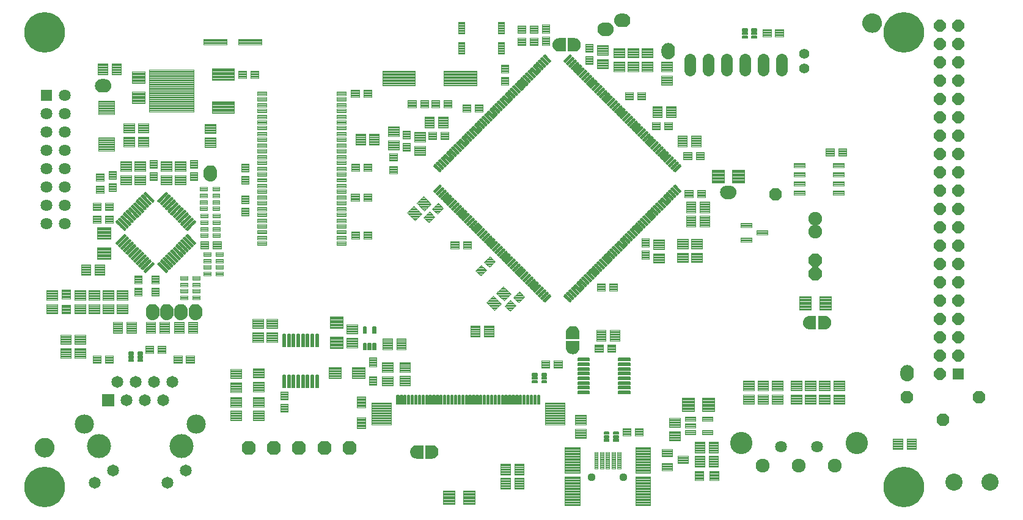
<source format=gts>
G75*
%MOIN*%
%OFA0B0*%
%FSLAX25Y25*%
%IPPOS*%
%LPD*%
%AMOC8*
5,1,8,0,0,1.08239X$1,22.5*
%
%ADD10C,0.00500*%
%ADD11C,0.00419*%
%ADD12C,0.00449*%
%ADD13C,0.00572*%
%ADD14C,0.00444*%
%ADD15C,0.00408*%
%ADD16OC8,0.06996*%
%ADD17C,0.00455*%
%ADD18C,0.00467*%
%ADD19C,0.00455*%
%ADD20C,0.00100*%
%ADD21R,0.06406X0.06406*%
%ADD22OC8,0.06406*%
%ADD23C,0.06406*%
%ADD24OC8,0.07587*%
%ADD25C,0.07587*%
%ADD26C,0.12161*%
%ADD27C,0.00418*%
%ADD28C,0.06500*%
%ADD29R,0.06500X0.06500*%
%ADD30C,0.13098*%
%ADD31C,0.10500*%
%ADD32C,0.00494*%
%ADD33C,0.00573*%
%ADD34C,0.00576*%
%ADD35C,0.00487*%
%ADD36C,0.00519*%
%ADD37C,0.00448*%
%ADD38C,0.00445*%
%ADD39C,0.00486*%
%ADD40C,0.04437*%
%ADD41C,0.00429*%
%ADD42C,0.09358*%
%ADD43C,0.06406*%
%ADD44C,0.00545*%
%ADD45C,0.00445*%
%ADD46C,0.05500*%
%ADD47C,0.07500*%
%ADD48OC8,0.07500*%
%ADD49C,0.00551*%
%ADD50C,0.22154*%
D10*
X0066013Y0195179D02*
X0066855Y0194954D01*
X0067723Y0194878D01*
X0068591Y0194954D01*
X0069433Y0195179D01*
X0070223Y0195548D01*
X0070937Y0196048D01*
X0071553Y0196664D01*
X0072053Y0197378D01*
X0072421Y0198168D01*
X0072647Y0199010D01*
X0072723Y0199878D01*
X0072647Y0200746D01*
X0072421Y0201588D01*
X0072053Y0202378D01*
X0071553Y0203092D01*
X0070937Y0203708D01*
X0070223Y0204208D01*
X0069433Y0204576D01*
X0068591Y0204802D01*
X0067723Y0204878D01*
X0066855Y0204802D01*
X0066013Y0204576D01*
X0065223Y0204208D01*
X0064509Y0203708D01*
X0063893Y0203092D01*
X0063393Y0202378D01*
X0063024Y0201588D01*
X0062799Y0200746D01*
X0062723Y0199878D01*
X0062799Y0199010D01*
X0063024Y0198168D01*
X0063393Y0197378D01*
X0063893Y0196664D01*
X0064509Y0196048D01*
X0065223Y0195548D01*
X0066013Y0195179D01*
X0065642Y0195353D02*
X0069804Y0195353D01*
X0070656Y0195851D02*
X0064790Y0195851D01*
X0064207Y0196350D02*
X0071239Y0196350D01*
X0071682Y0196848D02*
X0063764Y0196848D01*
X0063415Y0197347D02*
X0072031Y0197347D01*
X0072271Y0197845D02*
X0063175Y0197845D01*
X0062977Y0198344D02*
X0072469Y0198344D01*
X0072602Y0198842D02*
X0062844Y0198842D01*
X0062770Y0199341D02*
X0072676Y0199341D01*
X0072720Y0199839D02*
X0062726Y0199839D01*
X0062763Y0200338D02*
X0072683Y0200338D01*
X0072623Y0200836D02*
X0062823Y0200836D01*
X0062957Y0201335D02*
X0072489Y0201335D01*
X0072307Y0201833D02*
X0063139Y0201833D01*
X0063371Y0202332D02*
X0072075Y0202332D01*
X0071736Y0202830D02*
X0063710Y0202830D01*
X0064130Y0203329D02*
X0071316Y0203329D01*
X0070767Y0203827D02*
X0064679Y0203827D01*
X0065475Y0204326D02*
X0069971Y0204326D01*
X0068336Y0204824D02*
X0067110Y0204824D01*
X0514739Y0429008D02*
X0514371Y0429798D01*
X0514145Y0430640D01*
X0514069Y0431508D01*
X0514145Y0432376D01*
X0514371Y0433218D01*
X0514739Y0434008D01*
X0515239Y0434722D01*
X0515855Y0435338D01*
X0516569Y0435838D01*
X0517359Y0436206D01*
X0518201Y0436432D01*
X0519069Y0436508D01*
X0519938Y0436432D01*
X0520780Y0436206D01*
X0521569Y0435838D01*
X0522283Y0435338D01*
X0522900Y0434722D01*
X0523400Y0434008D01*
X0523768Y0433218D01*
X0523993Y0432376D01*
X0524069Y0431508D01*
X0523993Y0430640D01*
X0523768Y0429798D01*
X0523400Y0429008D01*
X0522900Y0428294D01*
X0522283Y0427678D01*
X0521569Y0427178D01*
X0520780Y0426809D01*
X0519938Y0426584D01*
X0519069Y0426508D01*
X0518201Y0426584D01*
X0517359Y0426809D01*
X0516569Y0427178D01*
X0515855Y0427678D01*
X0515239Y0428294D01*
X0514739Y0429008D01*
X0514671Y0429154D02*
X0523468Y0429154D01*
X0523700Y0429653D02*
X0514439Y0429653D01*
X0514276Y0430151D02*
X0523863Y0430151D01*
X0523994Y0430650D02*
X0514144Y0430650D01*
X0514101Y0431148D02*
X0524038Y0431148D01*
X0524057Y0431647D02*
X0514082Y0431647D01*
X0514125Y0432145D02*
X0524014Y0432145D01*
X0523922Y0432644D02*
X0514217Y0432644D01*
X0514351Y0433142D02*
X0523788Y0433142D01*
X0523571Y0433641D02*
X0514568Y0433641D01*
X0514831Y0434140D02*
X0523307Y0434140D01*
X0522958Y0434638D02*
X0515181Y0434638D01*
X0515654Y0435137D02*
X0522485Y0435137D01*
X0521859Y0435635D02*
X0516280Y0435635D01*
X0517203Y0436134D02*
X0520936Y0436134D01*
X0523153Y0428656D02*
X0514986Y0428656D01*
X0515376Y0428157D02*
X0522763Y0428157D01*
X0522257Y0427659D02*
X0515882Y0427659D01*
X0516607Y0427160D02*
X0521532Y0427160D01*
X0520229Y0426662D02*
X0517910Y0426662D01*
D11*
X0303260Y0397467D02*
X0285462Y0397467D01*
X0285462Y0405423D01*
X0303260Y0405423D01*
X0303260Y0397467D01*
X0303260Y0397885D02*
X0285462Y0397885D01*
X0285462Y0398303D02*
X0303260Y0398303D01*
X0303260Y0398721D02*
X0285462Y0398721D01*
X0285462Y0399139D02*
X0303260Y0399139D01*
X0303260Y0399557D02*
X0285462Y0399557D01*
X0285462Y0399975D02*
X0303260Y0399975D01*
X0303260Y0400393D02*
X0285462Y0400393D01*
X0285462Y0400811D02*
X0303260Y0400811D01*
X0303260Y0401229D02*
X0285462Y0401229D01*
X0285462Y0401647D02*
X0303260Y0401647D01*
X0303260Y0402065D02*
X0285462Y0402065D01*
X0285462Y0402483D02*
X0303260Y0402483D01*
X0303260Y0402901D02*
X0285462Y0402901D01*
X0285462Y0403319D02*
X0303260Y0403319D01*
X0303260Y0403737D02*
X0285462Y0403737D01*
X0285462Y0404155D02*
X0303260Y0404155D01*
X0303260Y0404573D02*
X0285462Y0404573D01*
X0285462Y0404991D02*
X0303260Y0404991D01*
X0303260Y0405409D02*
X0285462Y0405409D01*
X0269795Y0397467D02*
X0251997Y0397467D01*
X0251997Y0405423D01*
X0269795Y0405423D01*
X0269795Y0397467D01*
X0269795Y0397885D02*
X0251997Y0397885D01*
X0251997Y0398303D02*
X0269795Y0398303D01*
X0269795Y0398721D02*
X0251997Y0398721D01*
X0251997Y0399139D02*
X0269795Y0399139D01*
X0269795Y0399557D02*
X0251997Y0399557D01*
X0251997Y0399975D02*
X0269795Y0399975D01*
X0269795Y0400393D02*
X0251997Y0400393D01*
X0251997Y0400811D02*
X0269795Y0400811D01*
X0269795Y0401229D02*
X0251997Y0401229D01*
X0251997Y0401647D02*
X0269795Y0401647D01*
X0269795Y0402065D02*
X0251997Y0402065D01*
X0251997Y0402483D02*
X0269795Y0402483D01*
X0269795Y0402901D02*
X0251997Y0402901D01*
X0251997Y0403319D02*
X0269795Y0403319D01*
X0269795Y0403737D02*
X0251997Y0403737D01*
X0251997Y0404155D02*
X0269795Y0404155D01*
X0269795Y0404573D02*
X0251997Y0404573D01*
X0251997Y0404991D02*
X0269795Y0404991D01*
X0269795Y0405409D02*
X0251997Y0405409D01*
D12*
X0274903Y0374366D02*
X0280073Y0374366D01*
X0274903Y0374366D02*
X0274903Y0380324D01*
X0280073Y0380324D01*
X0280073Y0374366D01*
X0280073Y0374814D02*
X0274903Y0374814D01*
X0274903Y0375262D02*
X0280073Y0375262D01*
X0280073Y0375710D02*
X0274903Y0375710D01*
X0274903Y0376158D02*
X0280073Y0376158D01*
X0280073Y0376606D02*
X0274903Y0376606D01*
X0274903Y0377054D02*
X0280073Y0377054D01*
X0280073Y0377502D02*
X0274903Y0377502D01*
X0274903Y0377950D02*
X0280073Y0377950D01*
X0280073Y0378398D02*
X0274903Y0378398D01*
X0274903Y0378846D02*
X0280073Y0378846D01*
X0280073Y0379294D02*
X0274903Y0379294D01*
X0274903Y0379742D02*
X0280073Y0379742D01*
X0280073Y0380190D02*
X0274903Y0380190D01*
X0282384Y0374366D02*
X0287554Y0374366D01*
X0282384Y0374366D02*
X0282384Y0380324D01*
X0287554Y0380324D01*
X0287554Y0374366D01*
X0287554Y0374814D02*
X0282384Y0374814D01*
X0282384Y0375262D02*
X0287554Y0375262D01*
X0287554Y0375710D02*
X0282384Y0375710D01*
X0282384Y0376158D02*
X0287554Y0376158D01*
X0287554Y0376606D02*
X0282384Y0376606D01*
X0282384Y0377054D02*
X0287554Y0377054D01*
X0287554Y0377502D02*
X0282384Y0377502D01*
X0282384Y0377950D02*
X0287554Y0377950D01*
X0287554Y0378398D02*
X0282384Y0378398D01*
X0282384Y0378846D02*
X0287554Y0378846D01*
X0287554Y0379294D02*
X0282384Y0379294D01*
X0282384Y0379742D02*
X0287554Y0379742D01*
X0287554Y0380190D02*
X0282384Y0380190D01*
X0269449Y0371970D02*
X0269449Y0366800D01*
X0269449Y0371970D02*
X0275407Y0371970D01*
X0275407Y0366800D01*
X0269449Y0366800D01*
X0269449Y0367248D02*
X0275407Y0367248D01*
X0275407Y0367696D02*
X0269449Y0367696D01*
X0269449Y0368144D02*
X0275407Y0368144D01*
X0275407Y0368592D02*
X0269449Y0368592D01*
X0269449Y0369040D02*
X0275407Y0369040D01*
X0275407Y0369488D02*
X0269449Y0369488D01*
X0269449Y0369936D02*
X0275407Y0369936D01*
X0275407Y0370384D02*
X0269449Y0370384D01*
X0269449Y0370832D02*
X0275407Y0370832D01*
X0275407Y0371280D02*
X0269449Y0371280D01*
X0269449Y0371728D02*
X0275407Y0371728D01*
X0269449Y0364490D02*
X0269449Y0359320D01*
X0269449Y0364490D02*
X0275407Y0364490D01*
X0275407Y0359320D01*
X0269449Y0359320D01*
X0269449Y0359768D02*
X0275407Y0359768D01*
X0275407Y0360216D02*
X0269449Y0360216D01*
X0269449Y0360664D02*
X0275407Y0360664D01*
X0275407Y0361112D02*
X0269449Y0361112D01*
X0269449Y0361560D02*
X0275407Y0361560D01*
X0275407Y0362008D02*
X0269449Y0362008D01*
X0269449Y0362456D02*
X0275407Y0362456D01*
X0275407Y0362904D02*
X0269449Y0362904D01*
X0269449Y0363352D02*
X0275407Y0363352D01*
X0275407Y0363800D02*
X0269449Y0363800D01*
X0269449Y0364248D02*
X0275407Y0364248D01*
X0260907Y0362370D02*
X0260907Y0367540D01*
X0260907Y0362370D02*
X0254949Y0362370D01*
X0254949Y0367540D01*
X0260907Y0367540D01*
X0260907Y0362818D02*
X0254949Y0362818D01*
X0254949Y0363266D02*
X0260907Y0363266D01*
X0260907Y0363714D02*
X0254949Y0363714D01*
X0254949Y0364162D02*
X0260907Y0364162D01*
X0260907Y0364610D02*
X0254949Y0364610D01*
X0254949Y0365058D02*
X0260907Y0365058D01*
X0260907Y0365506D02*
X0254949Y0365506D01*
X0254949Y0365954D02*
X0260907Y0365954D01*
X0260907Y0366402D02*
X0254949Y0366402D01*
X0254949Y0366850D02*
X0260907Y0366850D01*
X0260907Y0367298D02*
X0254949Y0367298D01*
X0260907Y0369850D02*
X0260907Y0375020D01*
X0260907Y0369850D02*
X0254949Y0369850D01*
X0254949Y0375020D01*
X0260907Y0375020D01*
X0260907Y0370298D02*
X0254949Y0370298D01*
X0254949Y0370746D02*
X0260907Y0370746D01*
X0260907Y0371194D02*
X0254949Y0371194D01*
X0254949Y0371642D02*
X0260907Y0371642D01*
X0260907Y0372090D02*
X0254949Y0372090D01*
X0254949Y0372538D02*
X0260907Y0372538D01*
X0260907Y0372986D02*
X0254949Y0372986D01*
X0254949Y0373434D02*
X0260907Y0373434D01*
X0260907Y0373882D02*
X0254949Y0373882D01*
X0254949Y0374330D02*
X0260907Y0374330D01*
X0260907Y0374778D02*
X0254949Y0374778D01*
X0250004Y0370924D02*
X0244834Y0370924D01*
X0250004Y0370924D02*
X0250004Y0364966D01*
X0244834Y0364966D01*
X0244834Y0370924D01*
X0244834Y0365414D02*
X0250004Y0365414D01*
X0250004Y0365862D02*
X0244834Y0365862D01*
X0244834Y0366310D02*
X0250004Y0366310D01*
X0250004Y0366758D02*
X0244834Y0366758D01*
X0244834Y0367206D02*
X0250004Y0367206D01*
X0250004Y0367654D02*
X0244834Y0367654D01*
X0244834Y0368102D02*
X0250004Y0368102D01*
X0250004Y0368550D02*
X0244834Y0368550D01*
X0244834Y0368998D02*
X0250004Y0368998D01*
X0250004Y0369446D02*
X0244834Y0369446D01*
X0244834Y0369894D02*
X0250004Y0369894D01*
X0250004Y0370342D02*
X0244834Y0370342D01*
X0244834Y0370790D02*
X0250004Y0370790D01*
X0242523Y0370924D02*
X0237353Y0370924D01*
X0242523Y0370924D02*
X0242523Y0364966D01*
X0237353Y0364966D01*
X0237353Y0370924D01*
X0237353Y0365414D02*
X0242523Y0365414D01*
X0242523Y0365862D02*
X0237353Y0365862D01*
X0237353Y0366310D02*
X0242523Y0366310D01*
X0242523Y0366758D02*
X0237353Y0366758D01*
X0237353Y0367206D02*
X0242523Y0367206D01*
X0242523Y0367654D02*
X0237353Y0367654D01*
X0237353Y0368102D02*
X0242523Y0368102D01*
X0242523Y0368550D02*
X0237353Y0368550D01*
X0237353Y0368998D02*
X0242523Y0368998D01*
X0242523Y0369446D02*
X0237353Y0369446D01*
X0237353Y0369894D02*
X0242523Y0369894D01*
X0242523Y0370342D02*
X0237353Y0370342D01*
X0237353Y0370790D02*
X0242523Y0370790D01*
X0278507Y0332762D02*
X0274851Y0329106D01*
X0270639Y0333318D01*
X0274295Y0336974D01*
X0278507Y0332762D01*
X0275299Y0329554D02*
X0274403Y0329554D01*
X0273955Y0330002D02*
X0275747Y0330002D01*
X0276195Y0330450D02*
X0273507Y0330450D01*
X0273059Y0330898D02*
X0276643Y0330898D01*
X0277091Y0331346D02*
X0272611Y0331346D01*
X0272163Y0331794D02*
X0277539Y0331794D01*
X0277987Y0332242D02*
X0271715Y0332242D01*
X0271267Y0332690D02*
X0278435Y0332690D01*
X0278131Y0333138D02*
X0270819Y0333138D01*
X0270907Y0333586D02*
X0277683Y0333586D01*
X0277235Y0334034D02*
X0271355Y0334034D01*
X0271803Y0334482D02*
X0276787Y0334482D01*
X0276339Y0334930D02*
X0272251Y0334930D01*
X0272699Y0335378D02*
X0275891Y0335378D01*
X0275443Y0335826D02*
X0273147Y0335826D01*
X0273595Y0336274D02*
X0274995Y0336274D01*
X0274547Y0336722D02*
X0274043Y0336722D01*
X0273218Y0327472D02*
X0269562Y0323816D01*
X0265350Y0328028D01*
X0269006Y0331684D01*
X0273218Y0327472D01*
X0270010Y0324264D02*
X0269114Y0324264D01*
X0268666Y0324712D02*
X0270458Y0324712D01*
X0270906Y0325160D02*
X0268218Y0325160D01*
X0267770Y0325608D02*
X0271354Y0325608D01*
X0271802Y0326056D02*
X0267322Y0326056D01*
X0266874Y0326504D02*
X0272250Y0326504D01*
X0272698Y0326952D02*
X0266426Y0326952D01*
X0265978Y0327400D02*
X0273146Y0327400D01*
X0272842Y0327848D02*
X0265530Y0327848D01*
X0265618Y0328296D02*
X0272394Y0328296D01*
X0271946Y0328744D02*
X0266066Y0328744D01*
X0266514Y0329192D02*
X0271498Y0329192D01*
X0271050Y0329640D02*
X0266962Y0329640D01*
X0267410Y0330088D02*
X0270602Y0330088D01*
X0270154Y0330536D02*
X0267858Y0330536D01*
X0268306Y0330984D02*
X0269706Y0330984D01*
X0269258Y0331432D02*
X0268754Y0331432D01*
X0314139Y0284218D02*
X0317795Y0287874D01*
X0322007Y0283662D01*
X0318351Y0280006D01*
X0314139Y0284218D01*
X0317903Y0280454D02*
X0318799Y0280454D01*
X0319247Y0280902D02*
X0317455Y0280902D01*
X0317007Y0281350D02*
X0319695Y0281350D01*
X0320143Y0281798D02*
X0316559Y0281798D01*
X0316111Y0282246D02*
X0320591Y0282246D01*
X0321039Y0282694D02*
X0315663Y0282694D01*
X0315215Y0283142D02*
X0321487Y0283142D01*
X0321935Y0283590D02*
X0314767Y0283590D01*
X0314319Y0284038D02*
X0321631Y0284038D01*
X0321183Y0284486D02*
X0314407Y0284486D01*
X0314855Y0284934D02*
X0320735Y0284934D01*
X0320287Y0285382D02*
X0315303Y0285382D01*
X0315751Y0285830D02*
X0319839Y0285830D01*
X0319391Y0286278D02*
X0316199Y0286278D01*
X0316647Y0286726D02*
X0318943Y0286726D01*
X0318495Y0287174D02*
X0317095Y0287174D01*
X0317543Y0287622D02*
X0318047Y0287622D01*
X0312506Y0282584D02*
X0308850Y0278928D01*
X0312506Y0282584D02*
X0316718Y0278372D01*
X0313062Y0274716D01*
X0308850Y0278928D01*
X0312614Y0275164D02*
X0313510Y0275164D01*
X0313958Y0275612D02*
X0312166Y0275612D01*
X0311718Y0276060D02*
X0314406Y0276060D01*
X0314854Y0276508D02*
X0311270Y0276508D01*
X0310822Y0276956D02*
X0315302Y0276956D01*
X0315750Y0277404D02*
X0310374Y0277404D01*
X0309926Y0277852D02*
X0316198Y0277852D01*
X0316646Y0278300D02*
X0309478Y0278300D01*
X0309030Y0278748D02*
X0316342Y0278748D01*
X0315894Y0279196D02*
X0309118Y0279196D01*
X0309566Y0279644D02*
X0315446Y0279644D01*
X0314998Y0280092D02*
X0310014Y0280092D01*
X0310462Y0280540D02*
X0314550Y0280540D01*
X0314102Y0280988D02*
X0310910Y0280988D01*
X0311358Y0281436D02*
X0313654Y0281436D01*
X0313206Y0281884D02*
X0311806Y0281884D01*
X0312254Y0282332D02*
X0312758Y0282332D01*
X0312654Y0266274D02*
X0307484Y0266274D01*
X0312654Y0266274D02*
X0312654Y0260316D01*
X0307484Y0260316D01*
X0307484Y0266274D01*
X0307484Y0260764D02*
X0312654Y0260764D01*
X0312654Y0261212D02*
X0307484Y0261212D01*
X0307484Y0261660D02*
X0312654Y0261660D01*
X0312654Y0262108D02*
X0307484Y0262108D01*
X0307484Y0262556D02*
X0312654Y0262556D01*
X0312654Y0263004D02*
X0307484Y0263004D01*
X0307484Y0263452D02*
X0312654Y0263452D01*
X0312654Y0263900D02*
X0307484Y0263900D01*
X0307484Y0264348D02*
X0312654Y0264348D01*
X0312654Y0264796D02*
X0307484Y0264796D01*
X0307484Y0265244D02*
X0312654Y0265244D01*
X0312654Y0265692D02*
X0307484Y0265692D01*
X0307484Y0266140D02*
X0312654Y0266140D01*
X0305173Y0266274D02*
X0300003Y0266274D01*
X0305173Y0266274D02*
X0305173Y0260316D01*
X0300003Y0260316D01*
X0300003Y0266274D01*
X0300003Y0260764D02*
X0305173Y0260764D01*
X0305173Y0261212D02*
X0300003Y0261212D01*
X0300003Y0261660D02*
X0305173Y0261660D01*
X0305173Y0262108D02*
X0300003Y0262108D01*
X0300003Y0262556D02*
X0305173Y0262556D01*
X0305173Y0263004D02*
X0300003Y0263004D01*
X0300003Y0263452D02*
X0305173Y0263452D01*
X0305173Y0263900D02*
X0300003Y0263900D01*
X0300003Y0264348D02*
X0305173Y0264348D01*
X0305173Y0264796D02*
X0300003Y0264796D01*
X0300003Y0265244D02*
X0305173Y0265244D01*
X0305173Y0265692D02*
X0300003Y0265692D01*
X0300003Y0266140D02*
X0305173Y0266140D01*
X0267157Y0246370D02*
X0267157Y0241200D01*
X0261199Y0241200D01*
X0261199Y0246370D01*
X0267157Y0246370D01*
X0267157Y0241648D02*
X0261199Y0241648D01*
X0261199Y0242096D02*
X0267157Y0242096D01*
X0267157Y0242544D02*
X0261199Y0242544D01*
X0261199Y0242992D02*
X0267157Y0242992D01*
X0267157Y0243440D02*
X0261199Y0243440D01*
X0261199Y0243888D02*
X0267157Y0243888D01*
X0267157Y0244336D02*
X0261199Y0244336D01*
X0261199Y0244784D02*
X0267157Y0244784D01*
X0267157Y0245232D02*
X0261199Y0245232D01*
X0261199Y0245680D02*
X0267157Y0245680D01*
X0267157Y0246128D02*
X0261199Y0246128D01*
X0257807Y0246320D02*
X0257807Y0241150D01*
X0251849Y0241150D01*
X0251849Y0246320D01*
X0257807Y0246320D01*
X0257807Y0241598D02*
X0251849Y0241598D01*
X0251849Y0242046D02*
X0257807Y0242046D01*
X0257807Y0242494D02*
X0251849Y0242494D01*
X0251849Y0242942D02*
X0257807Y0242942D01*
X0257807Y0243390D02*
X0251849Y0243390D01*
X0251849Y0243838D02*
X0257807Y0243838D01*
X0257807Y0244286D02*
X0251849Y0244286D01*
X0251849Y0244734D02*
X0257807Y0244734D01*
X0257807Y0245182D02*
X0251849Y0245182D01*
X0251849Y0245630D02*
X0257807Y0245630D01*
X0257807Y0246078D02*
X0251849Y0246078D01*
X0257807Y0238840D02*
X0257807Y0233670D01*
X0251849Y0233670D01*
X0251849Y0238840D01*
X0257807Y0238840D01*
X0257807Y0234118D02*
X0251849Y0234118D01*
X0251849Y0234566D02*
X0257807Y0234566D01*
X0257807Y0235014D02*
X0251849Y0235014D01*
X0251849Y0235462D02*
X0257807Y0235462D01*
X0257807Y0235910D02*
X0251849Y0235910D01*
X0251849Y0236358D02*
X0257807Y0236358D01*
X0257807Y0236806D02*
X0251849Y0236806D01*
X0251849Y0237254D02*
X0257807Y0237254D01*
X0257807Y0237702D02*
X0251849Y0237702D01*
X0251849Y0238150D02*
X0257807Y0238150D01*
X0257807Y0238598D02*
X0251849Y0238598D01*
X0267157Y0238890D02*
X0267157Y0233720D01*
X0261199Y0233720D01*
X0261199Y0238890D01*
X0267157Y0238890D01*
X0267157Y0234168D02*
X0261199Y0234168D01*
X0261199Y0234616D02*
X0267157Y0234616D01*
X0267157Y0235064D02*
X0261199Y0235064D01*
X0261199Y0235512D02*
X0267157Y0235512D01*
X0267157Y0235960D02*
X0261199Y0235960D01*
X0261199Y0236408D02*
X0267157Y0236408D01*
X0267157Y0236856D02*
X0261199Y0236856D01*
X0261199Y0237304D02*
X0267157Y0237304D01*
X0267157Y0237752D02*
X0261199Y0237752D01*
X0261199Y0238200D02*
X0267157Y0238200D01*
X0267157Y0238648D02*
X0261199Y0238648D01*
X0259634Y0253516D02*
X0264804Y0253516D01*
X0259634Y0253516D02*
X0259634Y0259474D01*
X0264804Y0259474D01*
X0264804Y0253516D01*
X0264804Y0253964D02*
X0259634Y0253964D01*
X0259634Y0254412D02*
X0264804Y0254412D01*
X0264804Y0254860D02*
X0259634Y0254860D01*
X0259634Y0255308D02*
X0264804Y0255308D01*
X0264804Y0255756D02*
X0259634Y0255756D01*
X0259634Y0256204D02*
X0264804Y0256204D01*
X0264804Y0256652D02*
X0259634Y0256652D01*
X0259634Y0257100D02*
X0264804Y0257100D01*
X0264804Y0257548D02*
X0259634Y0257548D01*
X0259634Y0257996D02*
X0264804Y0257996D01*
X0264804Y0258444D02*
X0259634Y0258444D01*
X0259634Y0258892D02*
X0264804Y0258892D01*
X0264804Y0259340D02*
X0259634Y0259340D01*
X0257323Y0253516D02*
X0252153Y0253516D01*
X0252153Y0259474D01*
X0257323Y0259474D01*
X0257323Y0253516D01*
X0257323Y0253964D02*
X0252153Y0253964D01*
X0252153Y0254412D02*
X0257323Y0254412D01*
X0257323Y0254860D02*
X0252153Y0254860D01*
X0252153Y0255308D02*
X0257323Y0255308D01*
X0257323Y0255756D02*
X0252153Y0255756D01*
X0252153Y0256204D02*
X0257323Y0256204D01*
X0257323Y0256652D02*
X0252153Y0256652D01*
X0252153Y0257100D02*
X0257323Y0257100D01*
X0257323Y0257548D02*
X0252153Y0257548D01*
X0252153Y0257996D02*
X0257323Y0257996D01*
X0257323Y0258444D02*
X0252153Y0258444D01*
X0252153Y0258892D02*
X0257323Y0258892D01*
X0257323Y0259340D02*
X0252153Y0259340D01*
X0238457Y0259690D02*
X0238457Y0254520D01*
X0232499Y0254520D01*
X0232499Y0259690D01*
X0238457Y0259690D01*
X0238457Y0254968D02*
X0232499Y0254968D01*
X0232499Y0255416D02*
X0238457Y0255416D01*
X0238457Y0255864D02*
X0232499Y0255864D01*
X0232499Y0256312D02*
X0238457Y0256312D01*
X0238457Y0256760D02*
X0232499Y0256760D01*
X0232499Y0257208D02*
X0238457Y0257208D01*
X0238457Y0257656D02*
X0232499Y0257656D01*
X0232499Y0258104D02*
X0238457Y0258104D01*
X0238457Y0258552D02*
X0232499Y0258552D01*
X0232499Y0259000D02*
X0238457Y0259000D01*
X0238457Y0259448D02*
X0232499Y0259448D01*
X0238457Y0262000D02*
X0238457Y0267170D01*
X0238457Y0262000D02*
X0232499Y0262000D01*
X0232499Y0267170D01*
X0238457Y0267170D01*
X0238457Y0262448D02*
X0232499Y0262448D01*
X0232499Y0262896D02*
X0238457Y0262896D01*
X0238457Y0263344D02*
X0232499Y0263344D01*
X0232499Y0263792D02*
X0238457Y0263792D01*
X0238457Y0264240D02*
X0232499Y0264240D01*
X0232499Y0264688D02*
X0238457Y0264688D01*
X0238457Y0265136D02*
X0232499Y0265136D01*
X0232499Y0265584D02*
X0238457Y0265584D01*
X0238457Y0266032D02*
X0232499Y0266032D01*
X0232499Y0266480D02*
X0238457Y0266480D01*
X0238457Y0266928D02*
X0232499Y0266928D01*
X0194757Y0265000D02*
X0194757Y0270170D01*
X0194757Y0265000D02*
X0188799Y0265000D01*
X0188799Y0270170D01*
X0194757Y0270170D01*
X0194757Y0265448D02*
X0188799Y0265448D01*
X0188799Y0265896D02*
X0194757Y0265896D01*
X0194757Y0266344D02*
X0188799Y0266344D01*
X0188799Y0266792D02*
X0194757Y0266792D01*
X0194757Y0267240D02*
X0188799Y0267240D01*
X0188799Y0267688D02*
X0194757Y0267688D01*
X0194757Y0268136D02*
X0188799Y0268136D01*
X0188799Y0268584D02*
X0194757Y0268584D01*
X0194757Y0269032D02*
X0188799Y0269032D01*
X0188799Y0269480D02*
X0194757Y0269480D01*
X0194757Y0269928D02*
X0188799Y0269928D01*
X0187007Y0270170D02*
X0187007Y0265000D01*
X0181049Y0265000D01*
X0181049Y0270170D01*
X0187007Y0270170D01*
X0187007Y0265448D02*
X0181049Y0265448D01*
X0181049Y0265896D02*
X0187007Y0265896D01*
X0187007Y0266344D02*
X0181049Y0266344D01*
X0181049Y0266792D02*
X0187007Y0266792D01*
X0187007Y0267240D02*
X0181049Y0267240D01*
X0181049Y0267688D02*
X0187007Y0267688D01*
X0187007Y0268136D02*
X0181049Y0268136D01*
X0181049Y0268584D02*
X0187007Y0268584D01*
X0187007Y0269032D02*
X0181049Y0269032D01*
X0181049Y0269480D02*
X0187007Y0269480D01*
X0187007Y0269928D02*
X0181049Y0269928D01*
X0187007Y0262690D02*
X0187007Y0257520D01*
X0181049Y0257520D01*
X0181049Y0262690D01*
X0187007Y0262690D01*
X0187007Y0257968D02*
X0181049Y0257968D01*
X0181049Y0258416D02*
X0187007Y0258416D01*
X0187007Y0258864D02*
X0181049Y0258864D01*
X0181049Y0259312D02*
X0187007Y0259312D01*
X0187007Y0259760D02*
X0181049Y0259760D01*
X0181049Y0260208D02*
X0187007Y0260208D01*
X0187007Y0260656D02*
X0181049Y0260656D01*
X0181049Y0261104D02*
X0187007Y0261104D01*
X0187007Y0261552D02*
X0181049Y0261552D01*
X0181049Y0262000D02*
X0187007Y0262000D01*
X0187007Y0262448D02*
X0181049Y0262448D01*
X0194757Y0262690D02*
X0194757Y0257520D01*
X0188799Y0257520D01*
X0188799Y0262690D01*
X0194757Y0262690D01*
X0194757Y0257968D02*
X0188799Y0257968D01*
X0188799Y0258416D02*
X0194757Y0258416D01*
X0194757Y0258864D02*
X0188799Y0258864D01*
X0188799Y0259312D02*
X0194757Y0259312D01*
X0194757Y0259760D02*
X0188799Y0259760D01*
X0188799Y0260208D02*
X0194757Y0260208D01*
X0194757Y0260656D02*
X0188799Y0260656D01*
X0188799Y0261104D02*
X0194757Y0261104D01*
X0194757Y0261552D02*
X0188799Y0261552D01*
X0188799Y0262000D02*
X0194757Y0262000D01*
X0194757Y0262448D02*
X0188799Y0262448D01*
X0187357Y0243120D02*
X0187357Y0237950D01*
X0181399Y0237950D01*
X0181399Y0243120D01*
X0187357Y0243120D01*
X0187357Y0238398D02*
X0181399Y0238398D01*
X0181399Y0238846D02*
X0187357Y0238846D01*
X0187357Y0239294D02*
X0181399Y0239294D01*
X0181399Y0239742D02*
X0187357Y0239742D01*
X0187357Y0240190D02*
X0181399Y0240190D01*
X0181399Y0240638D02*
X0187357Y0240638D01*
X0187357Y0241086D02*
X0181399Y0241086D01*
X0181399Y0241534D02*
X0187357Y0241534D01*
X0187357Y0241982D02*
X0181399Y0241982D01*
X0181399Y0242430D02*
X0187357Y0242430D01*
X0187357Y0242878D02*
X0181399Y0242878D01*
X0174857Y0242870D02*
X0174857Y0237700D01*
X0168899Y0237700D01*
X0168899Y0242870D01*
X0174857Y0242870D01*
X0174857Y0238148D02*
X0168899Y0238148D01*
X0168899Y0238596D02*
X0174857Y0238596D01*
X0174857Y0239044D02*
X0168899Y0239044D01*
X0168899Y0239492D02*
X0174857Y0239492D01*
X0174857Y0239940D02*
X0168899Y0239940D01*
X0168899Y0240388D02*
X0174857Y0240388D01*
X0174857Y0240836D02*
X0168899Y0240836D01*
X0168899Y0241284D02*
X0174857Y0241284D01*
X0174857Y0241732D02*
X0168899Y0241732D01*
X0168899Y0242180D02*
X0174857Y0242180D01*
X0174857Y0242628D02*
X0168899Y0242628D01*
X0174857Y0235390D02*
X0174857Y0230220D01*
X0168899Y0230220D01*
X0168899Y0235390D01*
X0174857Y0235390D01*
X0174857Y0230668D02*
X0168899Y0230668D01*
X0168899Y0231116D02*
X0174857Y0231116D01*
X0174857Y0231564D02*
X0168899Y0231564D01*
X0168899Y0232012D02*
X0174857Y0232012D01*
X0174857Y0232460D02*
X0168899Y0232460D01*
X0168899Y0232908D02*
X0174857Y0232908D01*
X0174857Y0233356D02*
X0168899Y0233356D01*
X0168899Y0233804D02*
X0174857Y0233804D01*
X0174857Y0234252D02*
X0168899Y0234252D01*
X0168899Y0234700D02*
X0174857Y0234700D01*
X0174857Y0235148D02*
X0168899Y0235148D01*
X0174857Y0227370D02*
X0174857Y0222200D01*
X0168899Y0222200D01*
X0168899Y0227370D01*
X0174857Y0227370D01*
X0174857Y0222648D02*
X0168899Y0222648D01*
X0168899Y0223096D02*
X0174857Y0223096D01*
X0174857Y0223544D02*
X0168899Y0223544D01*
X0168899Y0223992D02*
X0174857Y0223992D01*
X0174857Y0224440D02*
X0168899Y0224440D01*
X0168899Y0224888D02*
X0174857Y0224888D01*
X0174857Y0225336D02*
X0168899Y0225336D01*
X0168899Y0225784D02*
X0174857Y0225784D01*
X0174857Y0226232D02*
X0168899Y0226232D01*
X0168899Y0226680D02*
X0174857Y0226680D01*
X0174857Y0227128D02*
X0168899Y0227128D01*
X0174857Y0219890D02*
X0174857Y0214720D01*
X0168899Y0214720D01*
X0168899Y0219890D01*
X0174857Y0219890D01*
X0174857Y0215168D02*
X0168899Y0215168D01*
X0168899Y0215616D02*
X0174857Y0215616D01*
X0174857Y0216064D02*
X0168899Y0216064D01*
X0168899Y0216512D02*
X0174857Y0216512D01*
X0174857Y0216960D02*
X0168899Y0216960D01*
X0168899Y0217408D02*
X0174857Y0217408D01*
X0174857Y0217856D02*
X0168899Y0217856D01*
X0168899Y0218304D02*
X0174857Y0218304D01*
X0174857Y0218752D02*
X0168899Y0218752D01*
X0168899Y0219200D02*
X0174857Y0219200D01*
X0174857Y0219648D02*
X0168899Y0219648D01*
X0187357Y0219890D02*
X0187357Y0214720D01*
X0181399Y0214720D01*
X0181399Y0219890D01*
X0187357Y0219890D01*
X0187357Y0215168D02*
X0181399Y0215168D01*
X0181399Y0215616D02*
X0187357Y0215616D01*
X0187357Y0216064D02*
X0181399Y0216064D01*
X0181399Y0216512D02*
X0187357Y0216512D01*
X0187357Y0216960D02*
X0181399Y0216960D01*
X0181399Y0217408D02*
X0187357Y0217408D01*
X0187357Y0217856D02*
X0181399Y0217856D01*
X0181399Y0218304D02*
X0187357Y0218304D01*
X0187357Y0218752D02*
X0181399Y0218752D01*
X0181399Y0219200D02*
X0187357Y0219200D01*
X0187357Y0219648D02*
X0181399Y0219648D01*
X0187357Y0222200D02*
X0187357Y0227370D01*
X0187357Y0222200D02*
X0181399Y0222200D01*
X0181399Y0227370D01*
X0187357Y0227370D01*
X0187357Y0222648D02*
X0181399Y0222648D01*
X0181399Y0223096D02*
X0187357Y0223096D01*
X0187357Y0223544D02*
X0181399Y0223544D01*
X0181399Y0223992D02*
X0187357Y0223992D01*
X0187357Y0224440D02*
X0181399Y0224440D01*
X0181399Y0224888D02*
X0187357Y0224888D01*
X0187357Y0225336D02*
X0181399Y0225336D01*
X0181399Y0225784D02*
X0187357Y0225784D01*
X0187357Y0226232D02*
X0181399Y0226232D01*
X0181399Y0226680D02*
X0187357Y0226680D01*
X0187357Y0227128D02*
X0181399Y0227128D01*
X0187357Y0230470D02*
X0187357Y0235640D01*
X0187357Y0230470D02*
X0181399Y0230470D01*
X0181399Y0235640D01*
X0187357Y0235640D01*
X0187357Y0230918D02*
X0181399Y0230918D01*
X0181399Y0231366D02*
X0187357Y0231366D01*
X0187357Y0231814D02*
X0181399Y0231814D01*
X0181399Y0232262D02*
X0187357Y0232262D01*
X0187357Y0232710D02*
X0181399Y0232710D01*
X0181399Y0233158D02*
X0187357Y0233158D01*
X0187357Y0233606D02*
X0181399Y0233606D01*
X0181399Y0234054D02*
X0187357Y0234054D01*
X0187357Y0234502D02*
X0181399Y0234502D01*
X0181399Y0234950D02*
X0187357Y0234950D01*
X0187357Y0235398D02*
X0181399Y0235398D01*
X0151054Y0268474D02*
X0145884Y0268474D01*
X0151054Y0268474D02*
X0151054Y0262516D01*
X0145884Y0262516D01*
X0145884Y0268474D01*
X0145884Y0262964D02*
X0151054Y0262964D01*
X0151054Y0263412D02*
X0145884Y0263412D01*
X0145884Y0263860D02*
X0151054Y0263860D01*
X0151054Y0264308D02*
X0145884Y0264308D01*
X0145884Y0264756D02*
X0151054Y0264756D01*
X0151054Y0265204D02*
X0145884Y0265204D01*
X0145884Y0265652D02*
X0151054Y0265652D01*
X0151054Y0266100D02*
X0145884Y0266100D01*
X0145884Y0266548D02*
X0151054Y0266548D01*
X0151054Y0266996D02*
X0145884Y0266996D01*
X0145884Y0267444D02*
X0151054Y0267444D01*
X0151054Y0267892D02*
X0145884Y0267892D01*
X0145884Y0268340D02*
X0151054Y0268340D01*
X0143573Y0268474D02*
X0138403Y0268474D01*
X0143573Y0268474D02*
X0143573Y0262516D01*
X0138403Y0262516D01*
X0138403Y0268474D01*
X0138403Y0262964D02*
X0143573Y0262964D01*
X0143573Y0263412D02*
X0138403Y0263412D01*
X0138403Y0263860D02*
X0143573Y0263860D01*
X0143573Y0264308D02*
X0138403Y0264308D01*
X0138403Y0264756D02*
X0143573Y0264756D01*
X0143573Y0265204D02*
X0138403Y0265204D01*
X0138403Y0265652D02*
X0143573Y0265652D01*
X0143573Y0266100D02*
X0138403Y0266100D01*
X0138403Y0266548D02*
X0143573Y0266548D01*
X0143573Y0266996D02*
X0138403Y0266996D01*
X0138403Y0267444D02*
X0143573Y0267444D01*
X0143573Y0267892D02*
X0138403Y0267892D01*
X0138403Y0268340D02*
X0143573Y0268340D01*
X0135554Y0262466D02*
X0130384Y0262466D01*
X0130384Y0268424D01*
X0135554Y0268424D01*
X0135554Y0262466D01*
X0135554Y0262914D02*
X0130384Y0262914D01*
X0130384Y0263362D02*
X0135554Y0263362D01*
X0135554Y0263810D02*
X0130384Y0263810D01*
X0130384Y0264258D02*
X0135554Y0264258D01*
X0135554Y0264706D02*
X0130384Y0264706D01*
X0130384Y0265154D02*
X0135554Y0265154D01*
X0135554Y0265602D02*
X0130384Y0265602D01*
X0130384Y0266050D02*
X0135554Y0266050D01*
X0135554Y0266498D02*
X0130384Y0266498D01*
X0130384Y0266946D02*
X0135554Y0266946D01*
X0135554Y0267394D02*
X0130384Y0267394D01*
X0130384Y0267842D02*
X0135554Y0267842D01*
X0135554Y0268290D02*
X0130384Y0268290D01*
X0128073Y0262466D02*
X0122903Y0262466D01*
X0122903Y0268424D01*
X0128073Y0268424D01*
X0128073Y0262466D01*
X0128073Y0262914D02*
X0122903Y0262914D01*
X0122903Y0263362D02*
X0128073Y0263362D01*
X0128073Y0263810D02*
X0122903Y0263810D01*
X0122903Y0264258D02*
X0128073Y0264258D01*
X0128073Y0264706D02*
X0122903Y0264706D01*
X0122903Y0265154D02*
X0128073Y0265154D01*
X0128073Y0265602D02*
X0122903Y0265602D01*
X0122903Y0266050D02*
X0128073Y0266050D01*
X0128073Y0266498D02*
X0122903Y0266498D01*
X0122903Y0266946D02*
X0128073Y0266946D01*
X0128073Y0267394D02*
X0122903Y0267394D01*
X0122903Y0267842D02*
X0128073Y0267842D01*
X0128073Y0268290D02*
X0122903Y0268290D01*
X0117654Y0262416D02*
X0112484Y0262416D01*
X0112484Y0268374D01*
X0117654Y0268374D01*
X0117654Y0262416D01*
X0117654Y0262864D02*
X0112484Y0262864D01*
X0112484Y0263312D02*
X0117654Y0263312D01*
X0117654Y0263760D02*
X0112484Y0263760D01*
X0112484Y0264208D02*
X0117654Y0264208D01*
X0117654Y0264656D02*
X0112484Y0264656D01*
X0112484Y0265104D02*
X0117654Y0265104D01*
X0117654Y0265552D02*
X0112484Y0265552D01*
X0112484Y0266000D02*
X0117654Y0266000D01*
X0117654Y0266448D02*
X0112484Y0266448D01*
X0112484Y0266896D02*
X0117654Y0266896D01*
X0117654Y0267344D02*
X0112484Y0267344D01*
X0112484Y0267792D02*
X0117654Y0267792D01*
X0117654Y0268240D02*
X0112484Y0268240D01*
X0110173Y0262416D02*
X0105003Y0262416D01*
X0105003Y0268374D01*
X0110173Y0268374D01*
X0110173Y0262416D01*
X0110173Y0262864D02*
X0105003Y0262864D01*
X0105003Y0263312D02*
X0110173Y0263312D01*
X0110173Y0263760D02*
X0105003Y0263760D01*
X0105003Y0264208D02*
X0110173Y0264208D01*
X0110173Y0264656D02*
X0105003Y0264656D01*
X0105003Y0265104D02*
X0110173Y0265104D01*
X0110173Y0265552D02*
X0105003Y0265552D01*
X0105003Y0266000D02*
X0110173Y0266000D01*
X0110173Y0266448D02*
X0105003Y0266448D01*
X0105003Y0266896D02*
X0110173Y0266896D01*
X0110173Y0267344D02*
X0105003Y0267344D01*
X0105003Y0267792D02*
X0110173Y0267792D01*
X0110173Y0268240D02*
X0105003Y0268240D01*
X0105357Y0272970D02*
X0105357Y0278140D01*
X0105357Y0272970D02*
X0099399Y0272970D01*
X0099399Y0278140D01*
X0105357Y0278140D01*
X0105357Y0273418D02*
X0099399Y0273418D01*
X0099399Y0273866D02*
X0105357Y0273866D01*
X0105357Y0274314D02*
X0099399Y0274314D01*
X0099399Y0274762D02*
X0105357Y0274762D01*
X0105357Y0275210D02*
X0099399Y0275210D01*
X0099399Y0275658D02*
X0105357Y0275658D01*
X0105357Y0276106D02*
X0099399Y0276106D01*
X0099399Y0276554D02*
X0105357Y0276554D01*
X0105357Y0277002D02*
X0099399Y0277002D01*
X0099399Y0277450D02*
X0105357Y0277450D01*
X0105357Y0277898D02*
X0099399Y0277898D01*
X0097607Y0278140D02*
X0097607Y0272970D01*
X0091649Y0272970D01*
X0091649Y0278140D01*
X0097607Y0278140D01*
X0097607Y0273418D02*
X0091649Y0273418D01*
X0091649Y0273866D02*
X0097607Y0273866D01*
X0097607Y0274314D02*
X0091649Y0274314D01*
X0091649Y0274762D02*
X0097607Y0274762D01*
X0097607Y0275210D02*
X0091649Y0275210D01*
X0091649Y0275658D02*
X0097607Y0275658D01*
X0097607Y0276106D02*
X0091649Y0276106D01*
X0091649Y0276554D02*
X0097607Y0276554D01*
X0097607Y0277002D02*
X0091649Y0277002D01*
X0091649Y0277450D02*
X0097607Y0277450D01*
X0097607Y0277898D02*
X0091649Y0277898D01*
X0089857Y0278140D02*
X0089857Y0272970D01*
X0083899Y0272970D01*
X0083899Y0278140D01*
X0089857Y0278140D01*
X0089857Y0273418D02*
X0083899Y0273418D01*
X0083899Y0273866D02*
X0089857Y0273866D01*
X0089857Y0274314D02*
X0083899Y0274314D01*
X0083899Y0274762D02*
X0089857Y0274762D01*
X0089857Y0275210D02*
X0083899Y0275210D01*
X0083899Y0275658D02*
X0089857Y0275658D01*
X0089857Y0276106D02*
X0083899Y0276106D01*
X0083899Y0276554D02*
X0089857Y0276554D01*
X0089857Y0277002D02*
X0083899Y0277002D01*
X0083899Y0277450D02*
X0089857Y0277450D01*
X0089857Y0277898D02*
X0083899Y0277898D01*
X0089857Y0280450D02*
X0089857Y0285620D01*
X0089857Y0280450D02*
X0083899Y0280450D01*
X0083899Y0285620D01*
X0089857Y0285620D01*
X0089857Y0280898D02*
X0083899Y0280898D01*
X0083899Y0281346D02*
X0089857Y0281346D01*
X0089857Y0281794D02*
X0083899Y0281794D01*
X0083899Y0282242D02*
X0089857Y0282242D01*
X0089857Y0282690D02*
X0083899Y0282690D01*
X0083899Y0283138D02*
X0089857Y0283138D01*
X0089857Y0283586D02*
X0083899Y0283586D01*
X0083899Y0284034D02*
X0089857Y0284034D01*
X0089857Y0284482D02*
X0083899Y0284482D01*
X0083899Y0284930D02*
X0089857Y0284930D01*
X0089857Y0285378D02*
X0083899Y0285378D01*
X0097607Y0285620D02*
X0097607Y0280450D01*
X0091649Y0280450D01*
X0091649Y0285620D01*
X0097607Y0285620D01*
X0097607Y0280898D02*
X0091649Y0280898D01*
X0091649Y0281346D02*
X0097607Y0281346D01*
X0097607Y0281794D02*
X0091649Y0281794D01*
X0091649Y0282242D02*
X0097607Y0282242D01*
X0097607Y0282690D02*
X0091649Y0282690D01*
X0091649Y0283138D02*
X0097607Y0283138D01*
X0097607Y0283586D02*
X0091649Y0283586D01*
X0091649Y0284034D02*
X0097607Y0284034D01*
X0097607Y0284482D02*
X0091649Y0284482D01*
X0091649Y0284930D02*
X0097607Y0284930D01*
X0097607Y0285378D02*
X0091649Y0285378D01*
X0105357Y0285620D02*
X0105357Y0280450D01*
X0099399Y0280450D01*
X0099399Y0285620D01*
X0105357Y0285620D01*
X0105357Y0280898D02*
X0099399Y0280898D01*
X0099399Y0281346D02*
X0105357Y0281346D01*
X0105357Y0281794D02*
X0099399Y0281794D01*
X0099399Y0282242D02*
X0105357Y0282242D01*
X0105357Y0282690D02*
X0099399Y0282690D01*
X0099399Y0283138D02*
X0105357Y0283138D01*
X0105357Y0283586D02*
X0099399Y0283586D01*
X0099399Y0284034D02*
X0105357Y0284034D01*
X0105357Y0284482D02*
X0099399Y0284482D01*
X0099399Y0284930D02*
X0105357Y0284930D01*
X0105357Y0285378D02*
X0099399Y0285378D01*
X0107149Y0285620D02*
X0107149Y0280450D01*
X0107149Y0285620D02*
X0113107Y0285620D01*
X0113107Y0280450D01*
X0107149Y0280450D01*
X0107149Y0280898D02*
X0113107Y0280898D01*
X0113107Y0281346D02*
X0107149Y0281346D01*
X0107149Y0281794D02*
X0113107Y0281794D01*
X0113107Y0282242D02*
X0107149Y0282242D01*
X0107149Y0282690D02*
X0113107Y0282690D01*
X0113107Y0283138D02*
X0107149Y0283138D01*
X0107149Y0283586D02*
X0113107Y0283586D01*
X0113107Y0284034D02*
X0107149Y0284034D01*
X0107149Y0284482D02*
X0113107Y0284482D01*
X0113107Y0284930D02*
X0107149Y0284930D01*
X0107149Y0285378D02*
X0113107Y0285378D01*
X0107149Y0278140D02*
X0107149Y0272970D01*
X0107149Y0278140D02*
X0113107Y0278140D01*
X0113107Y0272970D01*
X0107149Y0272970D01*
X0107149Y0273418D02*
X0113107Y0273418D01*
X0113107Y0273866D02*
X0107149Y0273866D01*
X0107149Y0274314D02*
X0113107Y0274314D01*
X0113107Y0274762D02*
X0107149Y0274762D01*
X0107149Y0275210D02*
X0113107Y0275210D01*
X0113107Y0275658D02*
X0107149Y0275658D01*
X0107149Y0276106D02*
X0113107Y0276106D01*
X0113107Y0276554D02*
X0107149Y0276554D01*
X0107149Y0277002D02*
X0113107Y0277002D01*
X0113107Y0277450D02*
X0107149Y0277450D01*
X0107149Y0277898D02*
X0113107Y0277898D01*
X0100304Y0293916D02*
X0095134Y0293916D01*
X0095134Y0299874D01*
X0100304Y0299874D01*
X0100304Y0293916D01*
X0100304Y0294364D02*
X0095134Y0294364D01*
X0095134Y0294812D02*
X0100304Y0294812D01*
X0100304Y0295260D02*
X0095134Y0295260D01*
X0095134Y0295708D02*
X0100304Y0295708D01*
X0100304Y0296156D02*
X0095134Y0296156D01*
X0095134Y0296604D02*
X0100304Y0296604D01*
X0100304Y0297052D02*
X0095134Y0297052D01*
X0095134Y0297500D02*
X0100304Y0297500D01*
X0100304Y0297948D02*
X0095134Y0297948D01*
X0095134Y0298396D02*
X0100304Y0298396D01*
X0100304Y0298844D02*
X0095134Y0298844D01*
X0095134Y0299292D02*
X0100304Y0299292D01*
X0100304Y0299740D02*
X0095134Y0299740D01*
X0092823Y0293916D02*
X0087653Y0293916D01*
X0087653Y0299874D01*
X0092823Y0299874D01*
X0092823Y0293916D01*
X0092823Y0294364D02*
X0087653Y0294364D01*
X0087653Y0294812D02*
X0092823Y0294812D01*
X0092823Y0295260D02*
X0087653Y0295260D01*
X0087653Y0295708D02*
X0092823Y0295708D01*
X0092823Y0296156D02*
X0087653Y0296156D01*
X0087653Y0296604D02*
X0092823Y0296604D01*
X0092823Y0297052D02*
X0087653Y0297052D01*
X0087653Y0297500D02*
X0092823Y0297500D01*
X0092823Y0297948D02*
X0087653Y0297948D01*
X0087653Y0298396D02*
X0092823Y0298396D01*
X0092823Y0298844D02*
X0087653Y0298844D01*
X0087653Y0299292D02*
X0092823Y0299292D01*
X0092823Y0299740D02*
X0087653Y0299740D01*
X0068799Y0285620D02*
X0068799Y0280450D01*
X0068799Y0285620D02*
X0074757Y0285620D01*
X0074757Y0280450D01*
X0068799Y0280450D01*
X0068799Y0280898D02*
X0074757Y0280898D01*
X0074757Y0281346D02*
X0068799Y0281346D01*
X0068799Y0281794D02*
X0074757Y0281794D01*
X0074757Y0282242D02*
X0068799Y0282242D01*
X0068799Y0282690D02*
X0074757Y0282690D01*
X0074757Y0283138D02*
X0068799Y0283138D01*
X0068799Y0283586D02*
X0074757Y0283586D01*
X0074757Y0284034D02*
X0068799Y0284034D01*
X0068799Y0284482D02*
X0074757Y0284482D01*
X0074757Y0284930D02*
X0068799Y0284930D01*
X0068799Y0285378D02*
X0074757Y0285378D01*
X0068799Y0278140D02*
X0068799Y0272970D01*
X0068799Y0278140D02*
X0074757Y0278140D01*
X0074757Y0272970D01*
X0068799Y0272970D01*
X0068799Y0273418D02*
X0074757Y0273418D01*
X0074757Y0273866D02*
X0068799Y0273866D01*
X0068799Y0274314D02*
X0074757Y0274314D01*
X0074757Y0274762D02*
X0068799Y0274762D01*
X0068799Y0275210D02*
X0074757Y0275210D01*
X0074757Y0275658D02*
X0068799Y0275658D01*
X0068799Y0276106D02*
X0074757Y0276106D01*
X0074757Y0276554D02*
X0068799Y0276554D01*
X0068799Y0277002D02*
X0074757Y0277002D01*
X0074757Y0277450D02*
X0068799Y0277450D01*
X0068799Y0277898D02*
X0074757Y0277898D01*
X0082157Y0261520D02*
X0082157Y0256350D01*
X0076199Y0256350D01*
X0076199Y0261520D01*
X0082157Y0261520D01*
X0082157Y0256798D02*
X0076199Y0256798D01*
X0076199Y0257246D02*
X0082157Y0257246D01*
X0082157Y0257694D02*
X0076199Y0257694D01*
X0076199Y0258142D02*
X0082157Y0258142D01*
X0082157Y0258590D02*
X0076199Y0258590D01*
X0076199Y0259038D02*
X0082157Y0259038D01*
X0082157Y0259486D02*
X0076199Y0259486D01*
X0076199Y0259934D02*
X0082157Y0259934D01*
X0082157Y0260382D02*
X0076199Y0260382D01*
X0076199Y0260830D02*
X0082157Y0260830D01*
X0082157Y0261278D02*
X0076199Y0261278D01*
X0082157Y0254040D02*
X0082157Y0248870D01*
X0076199Y0248870D01*
X0076199Y0254040D01*
X0082157Y0254040D01*
X0082157Y0249318D02*
X0076199Y0249318D01*
X0076199Y0249766D02*
X0082157Y0249766D01*
X0082157Y0250214D02*
X0076199Y0250214D01*
X0076199Y0250662D02*
X0082157Y0250662D01*
X0082157Y0251110D02*
X0076199Y0251110D01*
X0076199Y0251558D02*
X0082157Y0251558D01*
X0082157Y0252006D02*
X0076199Y0252006D01*
X0076199Y0252454D02*
X0082157Y0252454D01*
X0082157Y0252902D02*
X0076199Y0252902D01*
X0076199Y0253350D02*
X0082157Y0253350D01*
X0082157Y0253798D02*
X0076199Y0253798D01*
X0089957Y0254040D02*
X0089957Y0248870D01*
X0083999Y0248870D01*
X0083999Y0254040D01*
X0089957Y0254040D01*
X0089957Y0249318D02*
X0083999Y0249318D01*
X0083999Y0249766D02*
X0089957Y0249766D01*
X0089957Y0250214D02*
X0083999Y0250214D01*
X0083999Y0250662D02*
X0089957Y0250662D01*
X0089957Y0251110D02*
X0083999Y0251110D01*
X0083999Y0251558D02*
X0089957Y0251558D01*
X0089957Y0252006D02*
X0083999Y0252006D01*
X0083999Y0252454D02*
X0089957Y0252454D01*
X0089957Y0252902D02*
X0083999Y0252902D01*
X0083999Y0253350D02*
X0089957Y0253350D01*
X0089957Y0253798D02*
X0083999Y0253798D01*
X0089957Y0256350D02*
X0089957Y0261520D01*
X0089957Y0256350D02*
X0083999Y0256350D01*
X0083999Y0261520D01*
X0089957Y0261520D01*
X0089957Y0256798D02*
X0083999Y0256798D01*
X0083999Y0257246D02*
X0089957Y0257246D01*
X0089957Y0257694D02*
X0083999Y0257694D01*
X0083999Y0258142D02*
X0089957Y0258142D01*
X0089957Y0258590D02*
X0083999Y0258590D01*
X0083999Y0259038D02*
X0089957Y0259038D01*
X0089957Y0259486D02*
X0083999Y0259486D01*
X0083999Y0259934D02*
X0089957Y0259934D01*
X0089957Y0260382D02*
X0083999Y0260382D01*
X0083999Y0260830D02*
X0089957Y0260830D01*
X0089957Y0261278D02*
X0083999Y0261278D01*
X0108899Y0343370D02*
X0108899Y0348540D01*
X0114857Y0348540D01*
X0114857Y0343370D01*
X0108899Y0343370D01*
X0108899Y0343818D02*
X0114857Y0343818D01*
X0114857Y0344266D02*
X0108899Y0344266D01*
X0108899Y0344714D02*
X0114857Y0344714D01*
X0114857Y0345162D02*
X0108899Y0345162D01*
X0108899Y0345610D02*
X0114857Y0345610D01*
X0114857Y0346058D02*
X0108899Y0346058D01*
X0108899Y0346506D02*
X0114857Y0346506D01*
X0114857Y0346954D02*
X0108899Y0346954D01*
X0108899Y0347402D02*
X0114857Y0347402D01*
X0114857Y0347850D02*
X0108899Y0347850D01*
X0108899Y0348298D02*
X0114857Y0348298D01*
X0122557Y0348540D02*
X0122557Y0343370D01*
X0116599Y0343370D01*
X0116599Y0348540D01*
X0122557Y0348540D01*
X0122557Y0343818D02*
X0116599Y0343818D01*
X0116599Y0344266D02*
X0122557Y0344266D01*
X0122557Y0344714D02*
X0116599Y0344714D01*
X0116599Y0345162D02*
X0122557Y0345162D01*
X0122557Y0345610D02*
X0116599Y0345610D01*
X0116599Y0346058D02*
X0122557Y0346058D01*
X0122557Y0346506D02*
X0116599Y0346506D01*
X0116599Y0346954D02*
X0122557Y0346954D01*
X0122557Y0347402D02*
X0116599Y0347402D01*
X0116599Y0347850D02*
X0122557Y0347850D01*
X0122557Y0348298D02*
X0116599Y0348298D01*
X0122557Y0350850D02*
X0122557Y0356020D01*
X0122557Y0350850D02*
X0116599Y0350850D01*
X0116599Y0356020D01*
X0122557Y0356020D01*
X0122557Y0351298D02*
X0116599Y0351298D01*
X0116599Y0351746D02*
X0122557Y0351746D01*
X0122557Y0352194D02*
X0116599Y0352194D01*
X0116599Y0352642D02*
X0122557Y0352642D01*
X0122557Y0353090D02*
X0116599Y0353090D01*
X0116599Y0353538D02*
X0122557Y0353538D01*
X0122557Y0353986D02*
X0116599Y0353986D01*
X0116599Y0354434D02*
X0122557Y0354434D01*
X0122557Y0354882D02*
X0116599Y0354882D01*
X0116599Y0355330D02*
X0122557Y0355330D01*
X0122557Y0355778D02*
X0116599Y0355778D01*
X0108899Y0356020D02*
X0108899Y0350850D01*
X0108899Y0356020D02*
X0114857Y0356020D01*
X0114857Y0350850D01*
X0108899Y0350850D01*
X0108899Y0351298D02*
X0114857Y0351298D01*
X0114857Y0351746D02*
X0108899Y0351746D01*
X0108899Y0352194D02*
X0114857Y0352194D01*
X0114857Y0352642D02*
X0108899Y0352642D01*
X0108899Y0353090D02*
X0114857Y0353090D01*
X0114857Y0353538D02*
X0108899Y0353538D01*
X0108899Y0353986D02*
X0114857Y0353986D01*
X0114857Y0354434D02*
X0108899Y0354434D01*
X0108899Y0354882D02*
X0114857Y0354882D01*
X0114857Y0355330D02*
X0108899Y0355330D01*
X0108899Y0355778D02*
X0114857Y0355778D01*
X0110849Y0364220D02*
X0110849Y0369390D01*
X0116807Y0369390D01*
X0116807Y0364220D01*
X0110849Y0364220D01*
X0110849Y0364668D02*
X0116807Y0364668D01*
X0116807Y0365116D02*
X0110849Y0365116D01*
X0110849Y0365564D02*
X0116807Y0365564D01*
X0116807Y0366012D02*
X0110849Y0366012D01*
X0110849Y0366460D02*
X0116807Y0366460D01*
X0116807Y0366908D02*
X0110849Y0366908D01*
X0110849Y0367356D02*
X0116807Y0367356D01*
X0116807Y0367804D02*
X0110849Y0367804D01*
X0110849Y0368252D02*
X0116807Y0368252D01*
X0116807Y0368700D02*
X0110849Y0368700D01*
X0110849Y0369148D02*
X0116807Y0369148D01*
X0118549Y0369390D02*
X0118549Y0364220D01*
X0118549Y0369390D02*
X0124507Y0369390D01*
X0124507Y0364220D01*
X0118549Y0364220D01*
X0118549Y0364668D02*
X0124507Y0364668D01*
X0124507Y0365116D02*
X0118549Y0365116D01*
X0118549Y0365564D02*
X0124507Y0365564D01*
X0124507Y0366012D02*
X0118549Y0366012D01*
X0118549Y0366460D02*
X0124507Y0366460D01*
X0124507Y0366908D02*
X0118549Y0366908D01*
X0118549Y0367356D02*
X0124507Y0367356D01*
X0124507Y0367804D02*
X0118549Y0367804D01*
X0118549Y0368252D02*
X0124507Y0368252D01*
X0124507Y0368700D02*
X0118549Y0368700D01*
X0118549Y0369148D02*
X0124507Y0369148D01*
X0118549Y0371700D02*
X0118549Y0376870D01*
X0124507Y0376870D01*
X0124507Y0371700D01*
X0118549Y0371700D01*
X0118549Y0372148D02*
X0124507Y0372148D01*
X0124507Y0372596D02*
X0118549Y0372596D01*
X0118549Y0373044D02*
X0124507Y0373044D01*
X0124507Y0373492D02*
X0118549Y0373492D01*
X0118549Y0373940D02*
X0124507Y0373940D01*
X0124507Y0374388D02*
X0118549Y0374388D01*
X0118549Y0374836D02*
X0124507Y0374836D01*
X0124507Y0375284D02*
X0118549Y0375284D01*
X0118549Y0375732D02*
X0124507Y0375732D01*
X0124507Y0376180D02*
X0118549Y0376180D01*
X0118549Y0376628D02*
X0124507Y0376628D01*
X0110849Y0376870D02*
X0110849Y0371700D01*
X0110849Y0376870D02*
X0116807Y0376870D01*
X0116807Y0371700D01*
X0110849Y0371700D01*
X0110849Y0372148D02*
X0116807Y0372148D01*
X0116807Y0372596D02*
X0110849Y0372596D01*
X0110849Y0373044D02*
X0116807Y0373044D01*
X0116807Y0373492D02*
X0110849Y0373492D01*
X0110849Y0373940D02*
X0116807Y0373940D01*
X0116807Y0374388D02*
X0110849Y0374388D01*
X0110849Y0374836D02*
X0116807Y0374836D01*
X0116807Y0375284D02*
X0110849Y0375284D01*
X0110849Y0375732D02*
X0116807Y0375732D01*
X0116807Y0376180D02*
X0110849Y0376180D01*
X0110849Y0376628D02*
X0116807Y0376628D01*
X0131099Y0356020D02*
X0131099Y0350850D01*
X0131099Y0356020D02*
X0137057Y0356020D01*
X0137057Y0350850D01*
X0131099Y0350850D01*
X0131099Y0351298D02*
X0137057Y0351298D01*
X0137057Y0351746D02*
X0131099Y0351746D01*
X0131099Y0352194D02*
X0137057Y0352194D01*
X0137057Y0352642D02*
X0131099Y0352642D01*
X0131099Y0353090D02*
X0137057Y0353090D01*
X0137057Y0353538D02*
X0131099Y0353538D01*
X0131099Y0353986D02*
X0137057Y0353986D01*
X0137057Y0354434D02*
X0131099Y0354434D01*
X0131099Y0354882D02*
X0137057Y0354882D01*
X0137057Y0355330D02*
X0131099Y0355330D01*
X0131099Y0355778D02*
X0137057Y0355778D01*
X0144807Y0356020D02*
X0144807Y0350850D01*
X0138849Y0350850D01*
X0138849Y0356020D01*
X0144807Y0356020D01*
X0144807Y0351298D02*
X0138849Y0351298D01*
X0138849Y0351746D02*
X0144807Y0351746D01*
X0144807Y0352194D02*
X0138849Y0352194D01*
X0138849Y0352642D02*
X0144807Y0352642D01*
X0144807Y0353090D02*
X0138849Y0353090D01*
X0138849Y0353538D02*
X0144807Y0353538D01*
X0144807Y0353986D02*
X0138849Y0353986D01*
X0138849Y0354434D02*
X0144807Y0354434D01*
X0144807Y0354882D02*
X0138849Y0354882D01*
X0138849Y0355330D02*
X0144807Y0355330D01*
X0144807Y0355778D02*
X0138849Y0355778D01*
X0144807Y0348540D02*
X0144807Y0343370D01*
X0138849Y0343370D01*
X0138849Y0348540D01*
X0144807Y0348540D01*
X0144807Y0343818D02*
X0138849Y0343818D01*
X0138849Y0344266D02*
X0144807Y0344266D01*
X0144807Y0344714D02*
X0138849Y0344714D01*
X0138849Y0345162D02*
X0144807Y0345162D01*
X0144807Y0345610D02*
X0138849Y0345610D01*
X0138849Y0346058D02*
X0144807Y0346058D01*
X0144807Y0346506D02*
X0138849Y0346506D01*
X0138849Y0346954D02*
X0144807Y0346954D01*
X0144807Y0347402D02*
X0138849Y0347402D01*
X0138849Y0347850D02*
X0144807Y0347850D01*
X0144807Y0348298D02*
X0138849Y0348298D01*
X0131099Y0348540D02*
X0131099Y0343370D01*
X0131099Y0348540D02*
X0137057Y0348540D01*
X0137057Y0343370D01*
X0131099Y0343370D01*
X0131099Y0343818D02*
X0137057Y0343818D01*
X0137057Y0344266D02*
X0131099Y0344266D01*
X0131099Y0344714D02*
X0137057Y0344714D01*
X0137057Y0345162D02*
X0131099Y0345162D01*
X0131099Y0345610D02*
X0137057Y0345610D01*
X0137057Y0346058D02*
X0131099Y0346058D01*
X0131099Y0346506D02*
X0137057Y0346506D01*
X0137057Y0346954D02*
X0131099Y0346954D01*
X0131099Y0347402D02*
X0137057Y0347402D01*
X0137057Y0347850D02*
X0131099Y0347850D01*
X0131099Y0348298D02*
X0137057Y0348298D01*
X0155049Y0363770D02*
X0155049Y0368940D01*
X0161007Y0368940D01*
X0161007Y0363770D01*
X0155049Y0363770D01*
X0155049Y0364218D02*
X0161007Y0364218D01*
X0161007Y0364666D02*
X0155049Y0364666D01*
X0155049Y0365114D02*
X0161007Y0365114D01*
X0161007Y0365562D02*
X0155049Y0365562D01*
X0155049Y0366010D02*
X0161007Y0366010D01*
X0161007Y0366458D02*
X0155049Y0366458D01*
X0155049Y0366906D02*
X0161007Y0366906D01*
X0161007Y0367354D02*
X0155049Y0367354D01*
X0155049Y0367802D02*
X0161007Y0367802D01*
X0161007Y0368250D02*
X0155049Y0368250D01*
X0155049Y0368698D02*
X0161007Y0368698D01*
X0155049Y0371250D02*
X0155049Y0376420D01*
X0161007Y0376420D01*
X0161007Y0371250D01*
X0155049Y0371250D01*
X0155049Y0371698D02*
X0161007Y0371698D01*
X0161007Y0372146D02*
X0155049Y0372146D01*
X0155049Y0372594D02*
X0161007Y0372594D01*
X0161007Y0373042D02*
X0155049Y0373042D01*
X0155049Y0373490D02*
X0161007Y0373490D01*
X0161007Y0373938D02*
X0155049Y0373938D01*
X0155049Y0374386D02*
X0161007Y0374386D01*
X0161007Y0374834D02*
X0155049Y0374834D01*
X0155049Y0375282D02*
X0161007Y0375282D01*
X0161007Y0375730D02*
X0155049Y0375730D01*
X0155049Y0376178D02*
X0161007Y0376178D01*
X0109454Y0403366D02*
X0104284Y0403366D01*
X0104284Y0409324D01*
X0109454Y0409324D01*
X0109454Y0403366D01*
X0109454Y0403814D02*
X0104284Y0403814D01*
X0104284Y0404262D02*
X0109454Y0404262D01*
X0109454Y0404710D02*
X0104284Y0404710D01*
X0104284Y0405158D02*
X0109454Y0405158D01*
X0109454Y0405606D02*
X0104284Y0405606D01*
X0104284Y0406054D02*
X0109454Y0406054D01*
X0109454Y0406502D02*
X0104284Y0406502D01*
X0104284Y0406950D02*
X0109454Y0406950D01*
X0109454Y0407398D02*
X0104284Y0407398D01*
X0104284Y0407846D02*
X0109454Y0407846D01*
X0109454Y0408294D02*
X0104284Y0408294D01*
X0104284Y0408742D02*
X0109454Y0408742D01*
X0109454Y0409190D02*
X0104284Y0409190D01*
X0101973Y0403366D02*
X0096803Y0403366D01*
X0096803Y0409324D01*
X0101973Y0409324D01*
X0101973Y0403366D01*
X0101973Y0403814D02*
X0096803Y0403814D01*
X0096803Y0404262D02*
X0101973Y0404262D01*
X0101973Y0404710D02*
X0096803Y0404710D01*
X0096803Y0405158D02*
X0101973Y0405158D01*
X0101973Y0405606D02*
X0096803Y0405606D01*
X0096803Y0406054D02*
X0101973Y0406054D01*
X0101973Y0406502D02*
X0096803Y0406502D01*
X0096803Y0406950D02*
X0101973Y0406950D01*
X0101973Y0407398D02*
X0096803Y0407398D01*
X0096803Y0407846D02*
X0101973Y0407846D01*
X0101973Y0408294D02*
X0096803Y0408294D01*
X0096803Y0408742D02*
X0101973Y0408742D01*
X0101973Y0409190D02*
X0096803Y0409190D01*
X0362857Y0217620D02*
X0362857Y0212450D01*
X0356899Y0212450D01*
X0356899Y0217620D01*
X0362857Y0217620D01*
X0362857Y0212898D02*
X0356899Y0212898D01*
X0356899Y0213346D02*
X0362857Y0213346D01*
X0362857Y0213794D02*
X0356899Y0213794D01*
X0356899Y0214242D02*
X0362857Y0214242D01*
X0362857Y0214690D02*
X0356899Y0214690D01*
X0356899Y0215138D02*
X0362857Y0215138D01*
X0362857Y0215586D02*
X0356899Y0215586D01*
X0356899Y0216034D02*
X0362857Y0216034D01*
X0362857Y0216482D02*
X0356899Y0216482D01*
X0356899Y0216930D02*
X0362857Y0216930D01*
X0362857Y0217378D02*
X0356899Y0217378D01*
X0362857Y0210140D02*
X0362857Y0204970D01*
X0356899Y0204970D01*
X0356899Y0210140D01*
X0362857Y0210140D01*
X0362857Y0205418D02*
X0356899Y0205418D01*
X0356899Y0205866D02*
X0362857Y0205866D01*
X0362857Y0206314D02*
X0356899Y0206314D01*
X0356899Y0206762D02*
X0362857Y0206762D01*
X0362857Y0207210D02*
X0356899Y0207210D01*
X0356899Y0207658D02*
X0362857Y0207658D01*
X0362857Y0208106D02*
X0356899Y0208106D01*
X0356899Y0208554D02*
X0362857Y0208554D01*
X0362857Y0209002D02*
X0356899Y0209002D01*
X0356899Y0209450D02*
X0362857Y0209450D01*
X0362857Y0209898D02*
X0356899Y0209898D01*
X0329104Y0190924D02*
X0323934Y0190924D01*
X0329104Y0190924D02*
X0329104Y0184966D01*
X0323934Y0184966D01*
X0323934Y0190924D01*
X0323934Y0185414D02*
X0329104Y0185414D01*
X0329104Y0185862D02*
X0323934Y0185862D01*
X0323934Y0186310D02*
X0329104Y0186310D01*
X0329104Y0186758D02*
X0323934Y0186758D01*
X0323934Y0187206D02*
X0329104Y0187206D01*
X0329104Y0187654D02*
X0323934Y0187654D01*
X0323934Y0188102D02*
X0329104Y0188102D01*
X0329104Y0188550D02*
X0323934Y0188550D01*
X0323934Y0188998D02*
X0329104Y0188998D01*
X0329104Y0189446D02*
X0323934Y0189446D01*
X0323934Y0189894D02*
X0329104Y0189894D01*
X0329104Y0190342D02*
X0323934Y0190342D01*
X0323934Y0190790D02*
X0329104Y0190790D01*
X0321623Y0190924D02*
X0316453Y0190924D01*
X0321623Y0190924D02*
X0321623Y0184966D01*
X0316453Y0184966D01*
X0316453Y0190924D01*
X0316453Y0185414D02*
X0321623Y0185414D01*
X0321623Y0185862D02*
X0316453Y0185862D01*
X0316453Y0186310D02*
X0321623Y0186310D01*
X0321623Y0186758D02*
X0316453Y0186758D01*
X0316453Y0187206D02*
X0321623Y0187206D01*
X0321623Y0187654D02*
X0316453Y0187654D01*
X0316453Y0188102D02*
X0321623Y0188102D01*
X0321623Y0188550D02*
X0316453Y0188550D01*
X0316453Y0188998D02*
X0321623Y0188998D01*
X0321623Y0189446D02*
X0316453Y0189446D01*
X0316453Y0189894D02*
X0321623Y0189894D01*
X0321623Y0190342D02*
X0316453Y0190342D01*
X0316453Y0190790D02*
X0321623Y0190790D01*
X0321623Y0183224D02*
X0316453Y0183224D01*
X0321623Y0183224D02*
X0321623Y0177266D01*
X0316453Y0177266D01*
X0316453Y0183224D01*
X0316453Y0177714D02*
X0321623Y0177714D01*
X0321623Y0178162D02*
X0316453Y0178162D01*
X0316453Y0178610D02*
X0321623Y0178610D01*
X0321623Y0179058D02*
X0316453Y0179058D01*
X0316453Y0179506D02*
X0321623Y0179506D01*
X0321623Y0179954D02*
X0316453Y0179954D01*
X0316453Y0180402D02*
X0321623Y0180402D01*
X0321623Y0180850D02*
X0316453Y0180850D01*
X0316453Y0181298D02*
X0321623Y0181298D01*
X0321623Y0181746D02*
X0316453Y0181746D01*
X0316453Y0182194D02*
X0321623Y0182194D01*
X0321623Y0182642D02*
X0316453Y0182642D01*
X0316453Y0183090D02*
X0321623Y0183090D01*
X0323934Y0183224D02*
X0329104Y0183224D01*
X0329104Y0177266D01*
X0323934Y0177266D01*
X0323934Y0183224D01*
X0323934Y0177714D02*
X0329104Y0177714D01*
X0329104Y0178162D02*
X0323934Y0178162D01*
X0323934Y0178610D02*
X0329104Y0178610D01*
X0329104Y0179058D02*
X0323934Y0179058D01*
X0323934Y0179506D02*
X0329104Y0179506D01*
X0329104Y0179954D02*
X0323934Y0179954D01*
X0323934Y0180402D02*
X0329104Y0180402D01*
X0329104Y0180850D02*
X0323934Y0180850D01*
X0323934Y0181298D02*
X0329104Y0181298D01*
X0329104Y0181746D02*
X0323934Y0181746D01*
X0323934Y0182194D02*
X0329104Y0182194D01*
X0329104Y0182642D02*
X0323934Y0182642D01*
X0323934Y0183090D02*
X0329104Y0183090D01*
X0414207Y0203570D02*
X0414207Y0208740D01*
X0414207Y0203570D02*
X0408249Y0203570D01*
X0408249Y0208740D01*
X0414207Y0208740D01*
X0414207Y0204018D02*
X0408249Y0204018D01*
X0408249Y0204466D02*
X0414207Y0204466D01*
X0414207Y0204914D02*
X0408249Y0204914D01*
X0408249Y0205362D02*
X0414207Y0205362D01*
X0414207Y0205810D02*
X0408249Y0205810D01*
X0408249Y0206258D02*
X0414207Y0206258D01*
X0414207Y0206706D02*
X0408249Y0206706D01*
X0408249Y0207154D02*
X0414207Y0207154D01*
X0414207Y0207602D02*
X0408249Y0207602D01*
X0408249Y0208050D02*
X0414207Y0208050D01*
X0414207Y0208498D02*
X0408249Y0208498D01*
X0414207Y0211050D02*
X0414207Y0216220D01*
X0414207Y0211050D02*
X0408249Y0211050D01*
X0408249Y0216220D01*
X0414207Y0216220D01*
X0414207Y0211498D02*
X0408249Y0211498D01*
X0408249Y0211946D02*
X0414207Y0211946D01*
X0414207Y0212394D02*
X0408249Y0212394D01*
X0408249Y0212842D02*
X0414207Y0212842D01*
X0414207Y0213290D02*
X0408249Y0213290D01*
X0408249Y0213738D02*
X0414207Y0213738D01*
X0414207Y0214186D02*
X0408249Y0214186D01*
X0408249Y0214634D02*
X0414207Y0214634D01*
X0414207Y0215082D02*
X0408249Y0215082D01*
X0408249Y0215530D02*
X0414207Y0215530D01*
X0414207Y0215978D02*
X0408249Y0215978D01*
X0422453Y0202974D02*
X0427623Y0202974D01*
X0427623Y0197016D01*
X0422453Y0197016D01*
X0422453Y0202974D01*
X0422453Y0197464D02*
X0427623Y0197464D01*
X0427623Y0197912D02*
X0422453Y0197912D01*
X0422453Y0198360D02*
X0427623Y0198360D01*
X0427623Y0198808D02*
X0422453Y0198808D01*
X0422453Y0199256D02*
X0427623Y0199256D01*
X0427623Y0199704D02*
X0422453Y0199704D01*
X0422453Y0200152D02*
X0427623Y0200152D01*
X0427623Y0200600D02*
X0422453Y0200600D01*
X0422453Y0201048D02*
X0427623Y0201048D01*
X0427623Y0201496D02*
X0422453Y0201496D01*
X0422453Y0201944D02*
X0427623Y0201944D01*
X0427623Y0202392D02*
X0422453Y0202392D01*
X0422453Y0202840D02*
X0427623Y0202840D01*
X0429934Y0202974D02*
X0435104Y0202974D01*
X0435104Y0197016D01*
X0429934Y0197016D01*
X0429934Y0202974D01*
X0429934Y0197464D02*
X0435104Y0197464D01*
X0435104Y0197912D02*
X0429934Y0197912D01*
X0429934Y0198360D02*
X0435104Y0198360D01*
X0435104Y0198808D02*
X0429934Y0198808D01*
X0429934Y0199256D02*
X0435104Y0199256D01*
X0435104Y0199704D02*
X0429934Y0199704D01*
X0429934Y0200152D02*
X0435104Y0200152D01*
X0435104Y0200600D02*
X0429934Y0200600D01*
X0429934Y0201048D02*
X0435104Y0201048D01*
X0435104Y0201496D02*
X0429934Y0201496D01*
X0429934Y0201944D02*
X0435104Y0201944D01*
X0435104Y0202392D02*
X0429934Y0202392D01*
X0429934Y0202840D02*
X0435104Y0202840D01*
X0435104Y0189266D02*
X0429934Y0189266D01*
X0429934Y0195224D01*
X0435104Y0195224D01*
X0435104Y0189266D01*
X0435104Y0189714D02*
X0429934Y0189714D01*
X0429934Y0190162D02*
X0435104Y0190162D01*
X0435104Y0190610D02*
X0429934Y0190610D01*
X0429934Y0191058D02*
X0435104Y0191058D01*
X0435104Y0191506D02*
X0429934Y0191506D01*
X0429934Y0191954D02*
X0435104Y0191954D01*
X0435104Y0192402D02*
X0429934Y0192402D01*
X0429934Y0192850D02*
X0435104Y0192850D01*
X0435104Y0193298D02*
X0429934Y0193298D01*
X0429934Y0193746D02*
X0435104Y0193746D01*
X0435104Y0194194D02*
X0429934Y0194194D01*
X0429934Y0194642D02*
X0435104Y0194642D01*
X0435104Y0195090D02*
X0429934Y0195090D01*
X0427623Y0189266D02*
X0422453Y0189266D01*
X0422453Y0195224D01*
X0427623Y0195224D01*
X0427623Y0189266D01*
X0427623Y0189714D02*
X0422453Y0189714D01*
X0422453Y0190162D02*
X0427623Y0190162D01*
X0427623Y0190610D02*
X0422453Y0190610D01*
X0422453Y0191058D02*
X0427623Y0191058D01*
X0427623Y0191506D02*
X0422453Y0191506D01*
X0422453Y0191954D02*
X0427623Y0191954D01*
X0427623Y0192402D02*
X0422453Y0192402D01*
X0422453Y0192850D02*
X0427623Y0192850D01*
X0427623Y0193298D02*
X0422453Y0193298D01*
X0422453Y0193746D02*
X0427623Y0193746D01*
X0427623Y0194194D02*
X0422453Y0194194D01*
X0422453Y0194642D02*
X0427623Y0194642D01*
X0427623Y0195090D02*
X0422453Y0195090D01*
X0448799Y0223670D02*
X0448799Y0228840D01*
X0454757Y0228840D01*
X0454757Y0223670D01*
X0448799Y0223670D01*
X0448799Y0224118D02*
X0454757Y0224118D01*
X0454757Y0224566D02*
X0448799Y0224566D01*
X0448799Y0225014D02*
X0454757Y0225014D01*
X0454757Y0225462D02*
X0448799Y0225462D01*
X0448799Y0225910D02*
X0454757Y0225910D01*
X0454757Y0226358D02*
X0448799Y0226358D01*
X0448799Y0226806D02*
X0454757Y0226806D01*
X0454757Y0227254D02*
X0448799Y0227254D01*
X0448799Y0227702D02*
X0454757Y0227702D01*
X0454757Y0228150D02*
X0448799Y0228150D01*
X0448799Y0228598D02*
X0454757Y0228598D01*
X0456549Y0228840D02*
X0456549Y0223670D01*
X0456549Y0228840D02*
X0462507Y0228840D01*
X0462507Y0223670D01*
X0456549Y0223670D01*
X0456549Y0224118D02*
X0462507Y0224118D01*
X0462507Y0224566D02*
X0456549Y0224566D01*
X0456549Y0225014D02*
X0462507Y0225014D01*
X0462507Y0225462D02*
X0456549Y0225462D01*
X0456549Y0225910D02*
X0462507Y0225910D01*
X0462507Y0226358D02*
X0456549Y0226358D01*
X0456549Y0226806D02*
X0462507Y0226806D01*
X0462507Y0227254D02*
X0456549Y0227254D01*
X0456549Y0227702D02*
X0462507Y0227702D01*
X0462507Y0228150D02*
X0456549Y0228150D01*
X0456549Y0228598D02*
X0462507Y0228598D01*
X0470257Y0228840D02*
X0470257Y0223670D01*
X0464299Y0223670D01*
X0464299Y0228840D01*
X0470257Y0228840D01*
X0470257Y0224118D02*
X0464299Y0224118D01*
X0464299Y0224566D02*
X0470257Y0224566D01*
X0470257Y0225014D02*
X0464299Y0225014D01*
X0464299Y0225462D02*
X0470257Y0225462D01*
X0470257Y0225910D02*
X0464299Y0225910D01*
X0464299Y0226358D02*
X0470257Y0226358D01*
X0470257Y0226806D02*
X0464299Y0226806D01*
X0464299Y0227254D02*
X0470257Y0227254D01*
X0470257Y0227702D02*
X0464299Y0227702D01*
X0464299Y0228150D02*
X0470257Y0228150D01*
X0470257Y0228598D02*
X0464299Y0228598D01*
X0470257Y0231150D02*
X0470257Y0236320D01*
X0470257Y0231150D02*
X0464299Y0231150D01*
X0464299Y0236320D01*
X0470257Y0236320D01*
X0470257Y0231598D02*
X0464299Y0231598D01*
X0464299Y0232046D02*
X0470257Y0232046D01*
X0470257Y0232494D02*
X0464299Y0232494D01*
X0464299Y0232942D02*
X0470257Y0232942D01*
X0470257Y0233390D02*
X0464299Y0233390D01*
X0464299Y0233838D02*
X0470257Y0233838D01*
X0470257Y0234286D02*
X0464299Y0234286D01*
X0464299Y0234734D02*
X0470257Y0234734D01*
X0470257Y0235182D02*
X0464299Y0235182D01*
X0464299Y0235630D02*
X0470257Y0235630D01*
X0470257Y0236078D02*
X0464299Y0236078D01*
X0456549Y0236320D02*
X0456549Y0231150D01*
X0456549Y0236320D02*
X0462507Y0236320D01*
X0462507Y0231150D01*
X0456549Y0231150D01*
X0456549Y0231598D02*
X0462507Y0231598D01*
X0462507Y0232046D02*
X0456549Y0232046D01*
X0456549Y0232494D02*
X0462507Y0232494D01*
X0462507Y0232942D02*
X0456549Y0232942D01*
X0456549Y0233390D02*
X0462507Y0233390D01*
X0462507Y0233838D02*
X0456549Y0233838D01*
X0456549Y0234286D02*
X0462507Y0234286D01*
X0462507Y0234734D02*
X0456549Y0234734D01*
X0456549Y0235182D02*
X0462507Y0235182D01*
X0462507Y0235630D02*
X0456549Y0235630D01*
X0456549Y0236078D02*
X0462507Y0236078D01*
X0448799Y0236320D02*
X0448799Y0231150D01*
X0448799Y0236320D02*
X0454757Y0236320D01*
X0454757Y0231150D01*
X0448799Y0231150D01*
X0448799Y0231598D02*
X0454757Y0231598D01*
X0454757Y0232046D02*
X0448799Y0232046D01*
X0448799Y0232494D02*
X0454757Y0232494D01*
X0454757Y0232942D02*
X0448799Y0232942D01*
X0448799Y0233390D02*
X0454757Y0233390D01*
X0454757Y0233838D02*
X0448799Y0233838D01*
X0448799Y0234286D02*
X0454757Y0234286D01*
X0454757Y0234734D02*
X0448799Y0234734D01*
X0448799Y0235182D02*
X0454757Y0235182D01*
X0454757Y0235630D02*
X0448799Y0235630D01*
X0448799Y0236078D02*
X0454757Y0236078D01*
X0474649Y0236270D02*
X0474649Y0231100D01*
X0474649Y0236270D02*
X0480607Y0236270D01*
X0480607Y0231100D01*
X0474649Y0231100D01*
X0474649Y0231548D02*
X0480607Y0231548D01*
X0480607Y0231996D02*
X0474649Y0231996D01*
X0474649Y0232444D02*
X0480607Y0232444D01*
X0480607Y0232892D02*
X0474649Y0232892D01*
X0474649Y0233340D02*
X0480607Y0233340D01*
X0480607Y0233788D02*
X0474649Y0233788D01*
X0474649Y0234236D02*
X0480607Y0234236D01*
X0480607Y0234684D02*
X0474649Y0234684D01*
X0474649Y0235132D02*
X0480607Y0235132D01*
X0480607Y0235580D02*
X0474649Y0235580D01*
X0474649Y0236028D02*
X0480607Y0236028D01*
X0482399Y0236270D02*
X0482399Y0231100D01*
X0482399Y0236270D02*
X0488357Y0236270D01*
X0488357Y0231100D01*
X0482399Y0231100D01*
X0482399Y0231548D02*
X0488357Y0231548D01*
X0488357Y0231996D02*
X0482399Y0231996D01*
X0482399Y0232444D02*
X0488357Y0232444D01*
X0488357Y0232892D02*
X0482399Y0232892D01*
X0482399Y0233340D02*
X0488357Y0233340D01*
X0488357Y0233788D02*
X0482399Y0233788D01*
X0482399Y0234236D02*
X0488357Y0234236D01*
X0488357Y0234684D02*
X0482399Y0234684D01*
X0482399Y0235132D02*
X0488357Y0235132D01*
X0488357Y0235580D02*
X0482399Y0235580D01*
X0482399Y0236028D02*
X0488357Y0236028D01*
X0490149Y0236270D02*
X0490149Y0231100D01*
X0490149Y0236270D02*
X0496107Y0236270D01*
X0496107Y0231100D01*
X0490149Y0231100D01*
X0490149Y0231548D02*
X0496107Y0231548D01*
X0496107Y0231996D02*
X0490149Y0231996D01*
X0490149Y0232444D02*
X0496107Y0232444D01*
X0496107Y0232892D02*
X0490149Y0232892D01*
X0490149Y0233340D02*
X0496107Y0233340D01*
X0496107Y0233788D02*
X0490149Y0233788D01*
X0490149Y0234236D02*
X0496107Y0234236D01*
X0496107Y0234684D02*
X0490149Y0234684D01*
X0490149Y0235132D02*
X0496107Y0235132D01*
X0496107Y0235580D02*
X0490149Y0235580D01*
X0490149Y0236028D02*
X0496107Y0236028D01*
X0497899Y0236270D02*
X0497899Y0231100D01*
X0497899Y0236270D02*
X0503857Y0236270D01*
X0503857Y0231100D01*
X0497899Y0231100D01*
X0497899Y0231548D02*
X0503857Y0231548D01*
X0503857Y0231996D02*
X0497899Y0231996D01*
X0497899Y0232444D02*
X0503857Y0232444D01*
X0503857Y0232892D02*
X0497899Y0232892D01*
X0497899Y0233340D02*
X0503857Y0233340D01*
X0503857Y0233788D02*
X0497899Y0233788D01*
X0497899Y0234236D02*
X0503857Y0234236D01*
X0503857Y0234684D02*
X0497899Y0234684D01*
X0497899Y0235132D02*
X0503857Y0235132D01*
X0503857Y0235580D02*
X0497899Y0235580D01*
X0497899Y0236028D02*
X0503857Y0236028D01*
X0497899Y0228790D02*
X0497899Y0223620D01*
X0497899Y0228790D02*
X0503857Y0228790D01*
X0503857Y0223620D01*
X0497899Y0223620D01*
X0497899Y0224068D02*
X0503857Y0224068D01*
X0503857Y0224516D02*
X0497899Y0224516D01*
X0497899Y0224964D02*
X0503857Y0224964D01*
X0503857Y0225412D02*
X0497899Y0225412D01*
X0497899Y0225860D02*
X0503857Y0225860D01*
X0503857Y0226308D02*
X0497899Y0226308D01*
X0497899Y0226756D02*
X0503857Y0226756D01*
X0503857Y0227204D02*
X0497899Y0227204D01*
X0497899Y0227652D02*
X0503857Y0227652D01*
X0503857Y0228100D02*
X0497899Y0228100D01*
X0497899Y0228548D02*
X0503857Y0228548D01*
X0490149Y0228790D02*
X0490149Y0223620D01*
X0490149Y0228790D02*
X0496107Y0228790D01*
X0496107Y0223620D01*
X0490149Y0223620D01*
X0490149Y0224068D02*
X0496107Y0224068D01*
X0496107Y0224516D02*
X0490149Y0224516D01*
X0490149Y0224964D02*
X0496107Y0224964D01*
X0496107Y0225412D02*
X0490149Y0225412D01*
X0490149Y0225860D02*
X0496107Y0225860D01*
X0496107Y0226308D02*
X0490149Y0226308D01*
X0490149Y0226756D02*
X0496107Y0226756D01*
X0496107Y0227204D02*
X0490149Y0227204D01*
X0490149Y0227652D02*
X0496107Y0227652D01*
X0496107Y0228100D02*
X0490149Y0228100D01*
X0490149Y0228548D02*
X0496107Y0228548D01*
X0482399Y0228790D02*
X0482399Y0223620D01*
X0482399Y0228790D02*
X0488357Y0228790D01*
X0488357Y0223620D01*
X0482399Y0223620D01*
X0482399Y0224068D02*
X0488357Y0224068D01*
X0488357Y0224516D02*
X0482399Y0224516D01*
X0482399Y0224964D02*
X0488357Y0224964D01*
X0488357Y0225412D02*
X0482399Y0225412D01*
X0482399Y0225860D02*
X0488357Y0225860D01*
X0488357Y0226308D02*
X0482399Y0226308D01*
X0482399Y0226756D02*
X0488357Y0226756D01*
X0488357Y0227204D02*
X0482399Y0227204D01*
X0482399Y0227652D02*
X0488357Y0227652D01*
X0488357Y0228100D02*
X0482399Y0228100D01*
X0482399Y0228548D02*
X0488357Y0228548D01*
X0474649Y0228790D02*
X0474649Y0223620D01*
X0474649Y0228790D02*
X0480607Y0228790D01*
X0480607Y0223620D01*
X0474649Y0223620D01*
X0474649Y0224068D02*
X0480607Y0224068D01*
X0480607Y0224516D02*
X0474649Y0224516D01*
X0474649Y0224964D02*
X0480607Y0224964D01*
X0480607Y0225412D02*
X0474649Y0225412D01*
X0474649Y0225860D02*
X0480607Y0225860D01*
X0480607Y0226308D02*
X0474649Y0226308D01*
X0474649Y0226756D02*
X0480607Y0226756D01*
X0480607Y0227204D02*
X0474649Y0227204D01*
X0474649Y0227652D02*
X0480607Y0227652D01*
X0480607Y0228100D02*
X0474649Y0228100D01*
X0474649Y0228548D02*
X0480607Y0228548D01*
X0530403Y0198916D02*
X0535573Y0198916D01*
X0530403Y0198916D02*
X0530403Y0204874D01*
X0535573Y0204874D01*
X0535573Y0198916D01*
X0535573Y0199364D02*
X0530403Y0199364D01*
X0530403Y0199812D02*
X0535573Y0199812D01*
X0535573Y0200260D02*
X0530403Y0200260D01*
X0530403Y0200708D02*
X0535573Y0200708D01*
X0535573Y0201156D02*
X0530403Y0201156D01*
X0530403Y0201604D02*
X0535573Y0201604D01*
X0535573Y0202052D02*
X0530403Y0202052D01*
X0530403Y0202500D02*
X0535573Y0202500D01*
X0535573Y0202948D02*
X0530403Y0202948D01*
X0530403Y0203396D02*
X0535573Y0203396D01*
X0535573Y0203844D02*
X0530403Y0203844D01*
X0530403Y0204292D02*
X0535573Y0204292D01*
X0535573Y0204740D02*
X0530403Y0204740D01*
X0537884Y0198916D02*
X0543054Y0198916D01*
X0537884Y0198916D02*
X0537884Y0204874D01*
X0543054Y0204874D01*
X0543054Y0198916D01*
X0543054Y0199364D02*
X0537884Y0199364D01*
X0537884Y0199812D02*
X0543054Y0199812D01*
X0543054Y0200260D02*
X0537884Y0200260D01*
X0537884Y0200708D02*
X0543054Y0200708D01*
X0543054Y0201156D02*
X0537884Y0201156D01*
X0537884Y0201604D02*
X0543054Y0201604D01*
X0543054Y0202052D02*
X0537884Y0202052D01*
X0537884Y0202500D02*
X0543054Y0202500D01*
X0543054Y0202948D02*
X0537884Y0202948D01*
X0537884Y0203396D02*
X0543054Y0203396D01*
X0543054Y0203844D02*
X0537884Y0203844D01*
X0537884Y0204292D02*
X0543054Y0204292D01*
X0543054Y0204740D02*
X0537884Y0204740D01*
X0426357Y0300920D02*
X0426357Y0306090D01*
X0426357Y0300920D02*
X0420399Y0300920D01*
X0420399Y0306090D01*
X0426357Y0306090D01*
X0426357Y0301368D02*
X0420399Y0301368D01*
X0420399Y0301816D02*
X0426357Y0301816D01*
X0426357Y0302264D02*
X0420399Y0302264D01*
X0420399Y0302712D02*
X0426357Y0302712D01*
X0426357Y0303160D02*
X0420399Y0303160D01*
X0420399Y0303608D02*
X0426357Y0303608D01*
X0426357Y0304056D02*
X0420399Y0304056D01*
X0420399Y0304504D02*
X0426357Y0304504D01*
X0426357Y0304952D02*
X0420399Y0304952D01*
X0420399Y0305400D02*
X0426357Y0305400D01*
X0426357Y0305848D02*
X0420399Y0305848D01*
X0418657Y0306090D02*
X0418657Y0300920D01*
X0412699Y0300920D01*
X0412699Y0306090D01*
X0418657Y0306090D01*
X0418657Y0301368D02*
X0412699Y0301368D01*
X0412699Y0301816D02*
X0418657Y0301816D01*
X0418657Y0302264D02*
X0412699Y0302264D01*
X0412699Y0302712D02*
X0418657Y0302712D01*
X0418657Y0303160D02*
X0412699Y0303160D01*
X0412699Y0303608D02*
X0418657Y0303608D01*
X0418657Y0304056D02*
X0412699Y0304056D01*
X0412699Y0304504D02*
X0418657Y0304504D01*
X0418657Y0304952D02*
X0412699Y0304952D01*
X0412699Y0305400D02*
X0418657Y0305400D01*
X0418657Y0305848D02*
X0412699Y0305848D01*
X0418657Y0308400D02*
X0418657Y0313570D01*
X0418657Y0308400D02*
X0412699Y0308400D01*
X0412699Y0313570D01*
X0418657Y0313570D01*
X0418657Y0308848D02*
X0412699Y0308848D01*
X0412699Y0309296D02*
X0418657Y0309296D01*
X0418657Y0309744D02*
X0412699Y0309744D01*
X0412699Y0310192D02*
X0418657Y0310192D01*
X0418657Y0310640D02*
X0412699Y0310640D01*
X0412699Y0311088D02*
X0418657Y0311088D01*
X0418657Y0311536D02*
X0412699Y0311536D01*
X0412699Y0311984D02*
X0418657Y0311984D01*
X0418657Y0312432D02*
X0412699Y0312432D01*
X0412699Y0312880D02*
X0418657Y0312880D01*
X0418657Y0313328D02*
X0412699Y0313328D01*
X0399649Y0313270D02*
X0399649Y0308100D01*
X0399649Y0313270D02*
X0405607Y0313270D01*
X0405607Y0308100D01*
X0399649Y0308100D01*
X0399649Y0308548D02*
X0405607Y0308548D01*
X0405607Y0308996D02*
X0399649Y0308996D01*
X0399649Y0309444D02*
X0405607Y0309444D01*
X0405607Y0309892D02*
X0399649Y0309892D01*
X0399649Y0310340D02*
X0405607Y0310340D01*
X0405607Y0310788D02*
X0399649Y0310788D01*
X0399649Y0311236D02*
X0405607Y0311236D01*
X0405607Y0311684D02*
X0399649Y0311684D01*
X0399649Y0312132D02*
X0405607Y0312132D01*
X0405607Y0312580D02*
X0399649Y0312580D01*
X0399649Y0313028D02*
X0405607Y0313028D01*
X0399649Y0305790D02*
X0399649Y0300620D01*
X0399649Y0305790D02*
X0405607Y0305790D01*
X0405607Y0300620D01*
X0399649Y0300620D01*
X0399649Y0301068D02*
X0405607Y0301068D01*
X0405607Y0301516D02*
X0399649Y0301516D01*
X0399649Y0301964D02*
X0405607Y0301964D01*
X0405607Y0302412D02*
X0399649Y0302412D01*
X0399649Y0302860D02*
X0405607Y0302860D01*
X0405607Y0303308D02*
X0399649Y0303308D01*
X0399649Y0303756D02*
X0405607Y0303756D01*
X0405607Y0304204D02*
X0399649Y0304204D01*
X0399649Y0304652D02*
X0405607Y0304652D01*
X0405607Y0305100D02*
X0399649Y0305100D01*
X0399649Y0305548D02*
X0405607Y0305548D01*
X0426357Y0308400D02*
X0426357Y0313570D01*
X0426357Y0308400D02*
X0420399Y0308400D01*
X0420399Y0313570D01*
X0426357Y0313570D01*
X0426357Y0308848D02*
X0420399Y0308848D01*
X0420399Y0309296D02*
X0426357Y0309296D01*
X0426357Y0309744D02*
X0420399Y0309744D01*
X0420399Y0310192D02*
X0426357Y0310192D01*
X0426357Y0310640D02*
X0420399Y0310640D01*
X0420399Y0311088D02*
X0426357Y0311088D01*
X0426357Y0311536D02*
X0420399Y0311536D01*
X0420399Y0311984D02*
X0426357Y0311984D01*
X0426357Y0312432D02*
X0420399Y0312432D01*
X0420399Y0312880D02*
X0426357Y0312880D01*
X0426357Y0313328D02*
X0420399Y0313328D01*
X0422723Y0320466D02*
X0417553Y0320466D01*
X0417553Y0326424D01*
X0422723Y0326424D01*
X0422723Y0320466D01*
X0422723Y0320914D02*
X0417553Y0320914D01*
X0417553Y0321362D02*
X0422723Y0321362D01*
X0422723Y0321810D02*
X0417553Y0321810D01*
X0417553Y0322258D02*
X0422723Y0322258D01*
X0422723Y0322706D02*
X0417553Y0322706D01*
X0417553Y0323154D02*
X0422723Y0323154D01*
X0422723Y0323602D02*
X0417553Y0323602D01*
X0417553Y0324050D02*
X0422723Y0324050D01*
X0422723Y0324498D02*
X0417553Y0324498D01*
X0417553Y0324946D02*
X0422723Y0324946D01*
X0422723Y0325394D02*
X0417553Y0325394D01*
X0417553Y0325842D02*
X0422723Y0325842D01*
X0422723Y0326290D02*
X0417553Y0326290D01*
X0417553Y0328216D02*
X0422723Y0328216D01*
X0417553Y0328216D02*
X0417553Y0334174D01*
X0422723Y0334174D01*
X0422723Y0328216D01*
X0422723Y0328664D02*
X0417553Y0328664D01*
X0417553Y0329112D02*
X0422723Y0329112D01*
X0422723Y0329560D02*
X0417553Y0329560D01*
X0417553Y0330008D02*
X0422723Y0330008D01*
X0422723Y0330456D02*
X0417553Y0330456D01*
X0417553Y0330904D02*
X0422723Y0330904D01*
X0422723Y0331352D02*
X0417553Y0331352D01*
X0417553Y0331800D02*
X0422723Y0331800D01*
X0422723Y0332248D02*
X0417553Y0332248D01*
X0417553Y0332696D02*
X0422723Y0332696D01*
X0422723Y0333144D02*
X0417553Y0333144D01*
X0417553Y0333592D02*
X0422723Y0333592D01*
X0422723Y0334040D02*
X0417553Y0334040D01*
X0425034Y0328216D02*
X0430204Y0328216D01*
X0425034Y0328216D02*
X0425034Y0334174D01*
X0430204Y0334174D01*
X0430204Y0328216D01*
X0430204Y0328664D02*
X0425034Y0328664D01*
X0425034Y0329112D02*
X0430204Y0329112D01*
X0430204Y0329560D02*
X0425034Y0329560D01*
X0425034Y0330008D02*
X0430204Y0330008D01*
X0430204Y0330456D02*
X0425034Y0330456D01*
X0425034Y0330904D02*
X0430204Y0330904D01*
X0430204Y0331352D02*
X0425034Y0331352D01*
X0425034Y0331800D02*
X0430204Y0331800D01*
X0430204Y0332248D02*
X0425034Y0332248D01*
X0425034Y0332696D02*
X0430204Y0332696D01*
X0430204Y0333144D02*
X0425034Y0333144D01*
X0425034Y0333592D02*
X0430204Y0333592D01*
X0430204Y0334040D02*
X0425034Y0334040D01*
X0425034Y0320466D02*
X0430204Y0320466D01*
X0425034Y0320466D02*
X0425034Y0326424D01*
X0430204Y0326424D01*
X0430204Y0320466D01*
X0430204Y0320914D02*
X0425034Y0320914D01*
X0425034Y0321362D02*
X0430204Y0321362D01*
X0430204Y0321810D02*
X0425034Y0321810D01*
X0425034Y0322258D02*
X0430204Y0322258D01*
X0430204Y0322706D02*
X0425034Y0322706D01*
X0425034Y0323154D02*
X0430204Y0323154D01*
X0430204Y0323602D02*
X0425034Y0323602D01*
X0425034Y0324050D02*
X0430204Y0324050D01*
X0430204Y0324498D02*
X0425034Y0324498D01*
X0425034Y0324946D02*
X0430204Y0324946D01*
X0430204Y0325394D02*
X0425034Y0325394D01*
X0425034Y0325842D02*
X0430204Y0325842D01*
X0430204Y0326290D02*
X0425034Y0326290D01*
X0425654Y0364216D02*
X0420484Y0364216D01*
X0420484Y0370174D01*
X0425654Y0370174D01*
X0425654Y0364216D01*
X0425654Y0364664D02*
X0420484Y0364664D01*
X0420484Y0365112D02*
X0425654Y0365112D01*
X0425654Y0365560D02*
X0420484Y0365560D01*
X0420484Y0366008D02*
X0425654Y0366008D01*
X0425654Y0366456D02*
X0420484Y0366456D01*
X0420484Y0366904D02*
X0425654Y0366904D01*
X0425654Y0367352D02*
X0420484Y0367352D01*
X0420484Y0367800D02*
X0425654Y0367800D01*
X0425654Y0368248D02*
X0420484Y0368248D01*
X0420484Y0368696D02*
X0425654Y0368696D01*
X0425654Y0369144D02*
X0420484Y0369144D01*
X0420484Y0369592D02*
X0425654Y0369592D01*
X0425654Y0370040D02*
X0420484Y0370040D01*
X0418173Y0364216D02*
X0413003Y0364216D01*
X0413003Y0370174D01*
X0418173Y0370174D01*
X0418173Y0364216D01*
X0418173Y0364664D02*
X0413003Y0364664D01*
X0413003Y0365112D02*
X0418173Y0365112D01*
X0418173Y0365560D02*
X0413003Y0365560D01*
X0413003Y0366008D02*
X0418173Y0366008D01*
X0418173Y0366456D02*
X0413003Y0366456D01*
X0413003Y0366904D02*
X0418173Y0366904D01*
X0418173Y0367352D02*
X0413003Y0367352D01*
X0413003Y0367800D02*
X0418173Y0367800D01*
X0418173Y0368248D02*
X0413003Y0368248D01*
X0413003Y0368696D02*
X0418173Y0368696D01*
X0418173Y0369144D02*
X0413003Y0369144D01*
X0413003Y0369592D02*
X0418173Y0369592D01*
X0418173Y0370040D02*
X0413003Y0370040D01*
X0411904Y0380016D02*
X0406734Y0380016D01*
X0406734Y0385974D01*
X0411904Y0385974D01*
X0411904Y0380016D01*
X0411904Y0380464D02*
X0406734Y0380464D01*
X0406734Y0380912D02*
X0411904Y0380912D01*
X0411904Y0381360D02*
X0406734Y0381360D01*
X0406734Y0381808D02*
X0411904Y0381808D01*
X0411904Y0382256D02*
X0406734Y0382256D01*
X0406734Y0382704D02*
X0411904Y0382704D01*
X0411904Y0383152D02*
X0406734Y0383152D01*
X0406734Y0383600D02*
X0411904Y0383600D01*
X0411904Y0384048D02*
X0406734Y0384048D01*
X0406734Y0384496D02*
X0411904Y0384496D01*
X0411904Y0384944D02*
X0406734Y0384944D01*
X0406734Y0385392D02*
X0411904Y0385392D01*
X0411904Y0385840D02*
X0406734Y0385840D01*
X0404423Y0380016D02*
X0399253Y0380016D01*
X0399253Y0385974D01*
X0404423Y0385974D01*
X0404423Y0380016D01*
X0404423Y0380464D02*
X0399253Y0380464D01*
X0399253Y0380912D02*
X0404423Y0380912D01*
X0404423Y0381360D02*
X0399253Y0381360D01*
X0399253Y0381808D02*
X0404423Y0381808D01*
X0404423Y0382256D02*
X0399253Y0382256D01*
X0399253Y0382704D02*
X0404423Y0382704D01*
X0404423Y0383152D02*
X0399253Y0383152D01*
X0399253Y0383600D02*
X0404423Y0383600D01*
X0404423Y0384048D02*
X0399253Y0384048D01*
X0399253Y0384496D02*
X0404423Y0384496D01*
X0404423Y0384944D02*
X0399253Y0384944D01*
X0399253Y0385392D02*
X0404423Y0385392D01*
X0404423Y0385840D02*
X0399253Y0385840D01*
X0409907Y0397670D02*
X0409907Y0402840D01*
X0409907Y0397670D02*
X0403949Y0397670D01*
X0403949Y0402840D01*
X0409907Y0402840D01*
X0409907Y0398118D02*
X0403949Y0398118D01*
X0403949Y0398566D02*
X0409907Y0398566D01*
X0409907Y0399014D02*
X0403949Y0399014D01*
X0403949Y0399462D02*
X0409907Y0399462D01*
X0409907Y0399910D02*
X0403949Y0399910D01*
X0403949Y0400358D02*
X0409907Y0400358D01*
X0409907Y0400806D02*
X0403949Y0400806D01*
X0403949Y0401254D02*
X0409907Y0401254D01*
X0409907Y0401702D02*
X0403949Y0401702D01*
X0403949Y0402150D02*
X0409907Y0402150D01*
X0409907Y0402598D02*
X0403949Y0402598D01*
X0409907Y0405150D02*
X0409907Y0410320D01*
X0409907Y0405150D02*
X0403949Y0405150D01*
X0403949Y0410320D01*
X0409907Y0410320D01*
X0409907Y0405598D02*
X0403949Y0405598D01*
X0403949Y0406046D02*
X0409907Y0406046D01*
X0409907Y0406494D02*
X0403949Y0406494D01*
X0403949Y0406942D02*
X0409907Y0406942D01*
X0409907Y0407390D02*
X0403949Y0407390D01*
X0403949Y0407838D02*
X0409907Y0407838D01*
X0409907Y0408286D02*
X0403949Y0408286D01*
X0403949Y0408734D02*
X0409907Y0408734D01*
X0409907Y0409182D02*
X0403949Y0409182D01*
X0403949Y0409630D02*
X0409907Y0409630D01*
X0409907Y0410078D02*
X0403949Y0410078D01*
X0393499Y0410290D02*
X0393499Y0405120D01*
X0393499Y0410290D02*
X0399457Y0410290D01*
X0399457Y0405120D01*
X0393499Y0405120D01*
X0393499Y0405568D02*
X0399457Y0405568D01*
X0399457Y0406016D02*
X0393499Y0406016D01*
X0393499Y0406464D02*
X0399457Y0406464D01*
X0399457Y0406912D02*
X0393499Y0406912D01*
X0393499Y0407360D02*
X0399457Y0407360D01*
X0399457Y0407808D02*
X0393499Y0407808D01*
X0393499Y0408256D02*
X0399457Y0408256D01*
X0399457Y0408704D02*
X0393499Y0408704D01*
X0393499Y0409152D02*
X0399457Y0409152D01*
X0399457Y0409600D02*
X0393499Y0409600D01*
X0393499Y0410048D02*
X0399457Y0410048D01*
X0393499Y0412600D02*
X0393499Y0417770D01*
X0399457Y0417770D01*
X0399457Y0412600D01*
X0393499Y0412600D01*
X0393499Y0413048D02*
X0399457Y0413048D01*
X0399457Y0413496D02*
X0393499Y0413496D01*
X0393499Y0413944D02*
X0399457Y0413944D01*
X0399457Y0414392D02*
X0393499Y0414392D01*
X0393499Y0414840D02*
X0399457Y0414840D01*
X0399457Y0415288D02*
X0393499Y0415288D01*
X0393499Y0415736D02*
X0399457Y0415736D01*
X0399457Y0416184D02*
X0393499Y0416184D01*
X0393499Y0416632D02*
X0399457Y0416632D01*
X0399457Y0417080D02*
X0393499Y0417080D01*
X0393499Y0417528D02*
X0399457Y0417528D01*
X0385699Y0417770D02*
X0385699Y0412600D01*
X0385699Y0417770D02*
X0391657Y0417770D01*
X0391657Y0412600D01*
X0385699Y0412600D01*
X0385699Y0413048D02*
X0391657Y0413048D01*
X0391657Y0413496D02*
X0385699Y0413496D01*
X0385699Y0413944D02*
X0391657Y0413944D01*
X0391657Y0414392D02*
X0385699Y0414392D01*
X0385699Y0414840D02*
X0391657Y0414840D01*
X0391657Y0415288D02*
X0385699Y0415288D01*
X0385699Y0415736D02*
X0391657Y0415736D01*
X0391657Y0416184D02*
X0385699Y0416184D01*
X0385699Y0416632D02*
X0391657Y0416632D01*
X0391657Y0417080D02*
X0385699Y0417080D01*
X0385699Y0417528D02*
X0391657Y0417528D01*
X0385699Y0410290D02*
X0385699Y0405120D01*
X0385699Y0410290D02*
X0391657Y0410290D01*
X0391657Y0405120D01*
X0385699Y0405120D01*
X0385699Y0405568D02*
X0391657Y0405568D01*
X0391657Y0406016D02*
X0385699Y0406016D01*
X0385699Y0406464D02*
X0391657Y0406464D01*
X0391657Y0406912D02*
X0385699Y0406912D01*
X0385699Y0407360D02*
X0391657Y0407360D01*
X0391657Y0407808D02*
X0385699Y0407808D01*
X0385699Y0408256D02*
X0391657Y0408256D01*
X0391657Y0408704D02*
X0385699Y0408704D01*
X0385699Y0409152D02*
X0391657Y0409152D01*
X0391657Y0409600D02*
X0385699Y0409600D01*
X0385699Y0410048D02*
X0391657Y0410048D01*
X0377949Y0410290D02*
X0377949Y0405120D01*
X0377949Y0410290D02*
X0383907Y0410290D01*
X0383907Y0405120D01*
X0377949Y0405120D01*
X0377949Y0405568D02*
X0383907Y0405568D01*
X0383907Y0406016D02*
X0377949Y0406016D01*
X0377949Y0406464D02*
X0383907Y0406464D01*
X0383907Y0406912D02*
X0377949Y0406912D01*
X0377949Y0407360D02*
X0383907Y0407360D01*
X0383907Y0407808D02*
X0377949Y0407808D01*
X0377949Y0408256D02*
X0383907Y0408256D01*
X0383907Y0408704D02*
X0377949Y0408704D01*
X0377949Y0409152D02*
X0383907Y0409152D01*
X0383907Y0409600D02*
X0377949Y0409600D01*
X0377949Y0410048D02*
X0383907Y0410048D01*
X0377949Y0412600D02*
X0377949Y0417770D01*
X0383907Y0417770D01*
X0383907Y0412600D01*
X0377949Y0412600D01*
X0377949Y0413048D02*
X0383907Y0413048D01*
X0383907Y0413496D02*
X0377949Y0413496D01*
X0377949Y0413944D02*
X0383907Y0413944D01*
X0383907Y0414392D02*
X0377949Y0414392D01*
X0377949Y0414840D02*
X0383907Y0414840D01*
X0383907Y0415288D02*
X0377949Y0415288D01*
X0377949Y0415736D02*
X0383907Y0415736D01*
X0383907Y0416184D02*
X0377949Y0416184D01*
X0377949Y0416632D02*
X0383907Y0416632D01*
X0383907Y0417080D02*
X0377949Y0417080D01*
X0377949Y0417528D02*
X0383907Y0417528D01*
X0368899Y0419270D02*
X0368899Y0414100D01*
X0368899Y0419270D02*
X0374857Y0419270D01*
X0374857Y0414100D01*
X0368899Y0414100D01*
X0368899Y0414548D02*
X0374857Y0414548D01*
X0374857Y0414996D02*
X0368899Y0414996D01*
X0368899Y0415444D02*
X0374857Y0415444D01*
X0374857Y0415892D02*
X0368899Y0415892D01*
X0368899Y0416340D02*
X0374857Y0416340D01*
X0374857Y0416788D02*
X0368899Y0416788D01*
X0368899Y0417236D02*
X0374857Y0417236D01*
X0374857Y0417684D02*
X0368899Y0417684D01*
X0368899Y0418132D02*
X0374857Y0418132D01*
X0374857Y0418580D02*
X0368899Y0418580D01*
X0368899Y0419028D02*
X0374857Y0419028D01*
X0368899Y0411790D02*
X0368899Y0406620D01*
X0368899Y0411790D02*
X0374857Y0411790D01*
X0374857Y0406620D01*
X0368899Y0406620D01*
X0368899Y0407068D02*
X0374857Y0407068D01*
X0374857Y0407516D02*
X0368899Y0407516D01*
X0368899Y0407964D02*
X0374857Y0407964D01*
X0374857Y0408412D02*
X0368899Y0408412D01*
X0368899Y0408860D02*
X0374857Y0408860D01*
X0374857Y0409308D02*
X0368899Y0409308D01*
X0368899Y0409756D02*
X0374857Y0409756D01*
X0374857Y0410204D02*
X0368899Y0410204D01*
X0368899Y0410652D02*
X0374857Y0410652D01*
X0374857Y0411100D02*
X0368899Y0411100D01*
X0368899Y0411548D02*
X0374857Y0411548D01*
X0373723Y0264124D02*
X0368553Y0264124D01*
X0373723Y0264124D02*
X0373723Y0258166D01*
X0368553Y0258166D01*
X0368553Y0264124D01*
X0368553Y0258614D02*
X0373723Y0258614D01*
X0373723Y0259062D02*
X0368553Y0259062D01*
X0368553Y0259510D02*
X0373723Y0259510D01*
X0373723Y0259958D02*
X0368553Y0259958D01*
X0368553Y0260406D02*
X0373723Y0260406D01*
X0373723Y0260854D02*
X0368553Y0260854D01*
X0368553Y0261302D02*
X0373723Y0261302D01*
X0373723Y0261750D02*
X0368553Y0261750D01*
X0368553Y0262198D02*
X0373723Y0262198D01*
X0373723Y0262646D02*
X0368553Y0262646D01*
X0368553Y0263094D02*
X0373723Y0263094D01*
X0373723Y0263542D02*
X0368553Y0263542D01*
X0368553Y0263990D02*
X0373723Y0263990D01*
X0376034Y0264124D02*
X0381204Y0264124D01*
X0381204Y0258166D01*
X0376034Y0258166D01*
X0376034Y0264124D01*
X0376034Y0258614D02*
X0381204Y0258614D01*
X0381204Y0259062D02*
X0376034Y0259062D01*
X0376034Y0259510D02*
X0381204Y0259510D01*
X0381204Y0259958D02*
X0376034Y0259958D01*
X0376034Y0260406D02*
X0381204Y0260406D01*
X0381204Y0260854D02*
X0376034Y0260854D01*
X0376034Y0261302D02*
X0381204Y0261302D01*
X0381204Y0261750D02*
X0376034Y0261750D01*
X0376034Y0262198D02*
X0381204Y0262198D01*
X0381204Y0262646D02*
X0376034Y0262646D01*
X0376034Y0263094D02*
X0381204Y0263094D01*
X0381204Y0263542D02*
X0376034Y0263542D01*
X0376034Y0263990D02*
X0381204Y0263990D01*
D13*
X0357766Y0282805D02*
X0354478Y0286093D01*
X0357766Y0282805D02*
X0356982Y0282021D01*
X0353694Y0285309D01*
X0354478Y0286093D01*
X0356411Y0282592D02*
X0357553Y0282592D01*
X0357408Y0283163D02*
X0355840Y0283163D01*
X0355269Y0283734D02*
X0356837Y0283734D01*
X0356266Y0284305D02*
X0354698Y0284305D01*
X0354127Y0284876D02*
X0355695Y0284876D01*
X0355124Y0285447D02*
X0353832Y0285447D01*
X0354403Y0286018D02*
X0354553Y0286018D01*
X0355870Y0287485D02*
X0359158Y0284197D01*
X0358374Y0283413D01*
X0355086Y0286701D01*
X0355870Y0287485D01*
X0357803Y0283984D02*
X0358945Y0283984D01*
X0358800Y0284555D02*
X0357232Y0284555D01*
X0356661Y0285126D02*
X0358229Y0285126D01*
X0357658Y0285697D02*
X0356090Y0285697D01*
X0355519Y0286268D02*
X0357087Y0286268D01*
X0356516Y0286839D02*
X0355224Y0286839D01*
X0355795Y0287410D02*
X0355945Y0287410D01*
X0357262Y0288877D02*
X0360550Y0285589D01*
X0359766Y0284805D01*
X0356478Y0288093D01*
X0357262Y0288877D01*
X0359195Y0285376D02*
X0360337Y0285376D01*
X0360192Y0285947D02*
X0358624Y0285947D01*
X0358053Y0286518D02*
X0359621Y0286518D01*
X0359050Y0287089D02*
X0357482Y0287089D01*
X0356911Y0287660D02*
X0358479Y0287660D01*
X0357908Y0288231D02*
X0356616Y0288231D01*
X0357187Y0288802D02*
X0357337Y0288802D01*
X0358654Y0290269D02*
X0361942Y0286981D01*
X0361158Y0286197D01*
X0357870Y0289485D01*
X0358654Y0290269D01*
X0360587Y0286768D02*
X0361729Y0286768D01*
X0361584Y0287339D02*
X0360016Y0287339D01*
X0359445Y0287910D02*
X0361013Y0287910D01*
X0360442Y0288481D02*
X0358874Y0288481D01*
X0358303Y0289052D02*
X0359871Y0289052D01*
X0359300Y0289623D02*
X0358008Y0289623D01*
X0358579Y0290194D02*
X0358729Y0290194D01*
X0360046Y0291661D02*
X0363334Y0288373D01*
X0362550Y0287589D01*
X0359262Y0290877D01*
X0360046Y0291661D01*
X0361979Y0288160D02*
X0363121Y0288160D01*
X0362976Y0288731D02*
X0361408Y0288731D01*
X0360837Y0289302D02*
X0362405Y0289302D01*
X0361834Y0289873D02*
X0360266Y0289873D01*
X0359695Y0290444D02*
X0361263Y0290444D01*
X0360692Y0291015D02*
X0359400Y0291015D01*
X0359971Y0291586D02*
X0360121Y0291586D01*
X0361438Y0293053D02*
X0364726Y0289765D01*
X0363942Y0288981D01*
X0360654Y0292269D01*
X0361438Y0293053D01*
X0363371Y0289552D02*
X0364513Y0289552D01*
X0364368Y0290123D02*
X0362800Y0290123D01*
X0362229Y0290694D02*
X0363797Y0290694D01*
X0363226Y0291265D02*
X0361658Y0291265D01*
X0361087Y0291836D02*
X0362655Y0291836D01*
X0362084Y0292407D02*
X0360792Y0292407D01*
X0361363Y0292978D02*
X0361513Y0292978D01*
X0362830Y0294445D02*
X0366118Y0291157D01*
X0365334Y0290373D01*
X0362046Y0293661D01*
X0362830Y0294445D01*
X0364763Y0290944D02*
X0365905Y0290944D01*
X0365760Y0291515D02*
X0364192Y0291515D01*
X0363621Y0292086D02*
X0365189Y0292086D01*
X0364618Y0292657D02*
X0363050Y0292657D01*
X0362479Y0293228D02*
X0364047Y0293228D01*
X0363476Y0293799D02*
X0362184Y0293799D01*
X0362755Y0294370D02*
X0362905Y0294370D01*
X0364222Y0295837D02*
X0367510Y0292549D01*
X0366726Y0291765D01*
X0363438Y0295053D01*
X0364222Y0295837D01*
X0366155Y0292336D02*
X0367297Y0292336D01*
X0367152Y0292907D02*
X0365584Y0292907D01*
X0365013Y0293478D02*
X0366581Y0293478D01*
X0366010Y0294049D02*
X0364442Y0294049D01*
X0363871Y0294620D02*
X0365439Y0294620D01*
X0364868Y0295191D02*
X0363576Y0295191D01*
X0364147Y0295762D02*
X0364297Y0295762D01*
X0365614Y0297229D02*
X0368902Y0293941D01*
X0368118Y0293157D01*
X0364830Y0296445D01*
X0365614Y0297229D01*
X0367547Y0293728D02*
X0368689Y0293728D01*
X0368544Y0294299D02*
X0366976Y0294299D01*
X0366405Y0294870D02*
X0367973Y0294870D01*
X0367402Y0295441D02*
X0365834Y0295441D01*
X0365263Y0296012D02*
X0366831Y0296012D01*
X0366260Y0296583D02*
X0364968Y0296583D01*
X0365539Y0297154D02*
X0365689Y0297154D01*
X0367006Y0298621D02*
X0370294Y0295333D01*
X0369510Y0294549D01*
X0366222Y0297837D01*
X0367006Y0298621D01*
X0368939Y0295120D02*
X0370081Y0295120D01*
X0369936Y0295691D02*
X0368368Y0295691D01*
X0367797Y0296262D02*
X0369365Y0296262D01*
X0368794Y0296833D02*
X0367226Y0296833D01*
X0366655Y0297404D02*
X0368223Y0297404D01*
X0367652Y0297975D02*
X0366360Y0297975D01*
X0366931Y0298546D02*
X0367081Y0298546D01*
X0368398Y0300013D02*
X0371686Y0296725D01*
X0370902Y0295941D01*
X0367614Y0299229D01*
X0368398Y0300013D01*
X0370331Y0296512D02*
X0371473Y0296512D01*
X0371328Y0297083D02*
X0369760Y0297083D01*
X0369189Y0297654D02*
X0370757Y0297654D01*
X0370186Y0298225D02*
X0368618Y0298225D01*
X0368047Y0298796D02*
X0369615Y0298796D01*
X0369044Y0299367D02*
X0367752Y0299367D01*
X0368323Y0299938D02*
X0368473Y0299938D01*
X0369789Y0301405D02*
X0373077Y0298117D01*
X0372293Y0297333D01*
X0369005Y0300621D01*
X0369789Y0301405D01*
X0371722Y0297904D02*
X0372864Y0297904D01*
X0372719Y0298475D02*
X0371151Y0298475D01*
X0370580Y0299046D02*
X0372148Y0299046D01*
X0371577Y0299617D02*
X0370009Y0299617D01*
X0369438Y0300188D02*
X0371006Y0300188D01*
X0370435Y0300759D02*
X0369143Y0300759D01*
X0369714Y0301330D02*
X0369864Y0301330D01*
X0371181Y0302797D02*
X0374469Y0299509D01*
X0373685Y0298725D01*
X0370397Y0302013D01*
X0371181Y0302797D01*
X0373114Y0299296D02*
X0374256Y0299296D01*
X0374111Y0299867D02*
X0372543Y0299867D01*
X0371972Y0300438D02*
X0373540Y0300438D01*
X0372969Y0301009D02*
X0371401Y0301009D01*
X0370830Y0301580D02*
X0372398Y0301580D01*
X0371827Y0302151D02*
X0370535Y0302151D01*
X0371106Y0302722D02*
X0371256Y0302722D01*
X0372573Y0304189D02*
X0375861Y0300901D01*
X0375077Y0300117D01*
X0371789Y0303405D01*
X0372573Y0304189D01*
X0374506Y0300688D02*
X0375648Y0300688D01*
X0375503Y0301259D02*
X0373935Y0301259D01*
X0373364Y0301830D02*
X0374932Y0301830D01*
X0374361Y0302401D02*
X0372793Y0302401D01*
X0372222Y0302972D02*
X0373790Y0302972D01*
X0373219Y0303543D02*
X0371927Y0303543D01*
X0372498Y0304114D02*
X0372648Y0304114D01*
X0373965Y0305581D02*
X0377253Y0302293D01*
X0376469Y0301509D01*
X0373181Y0304797D01*
X0373965Y0305581D01*
X0375898Y0302080D02*
X0377040Y0302080D01*
X0376895Y0302651D02*
X0375327Y0302651D01*
X0374756Y0303222D02*
X0376324Y0303222D01*
X0375753Y0303793D02*
X0374185Y0303793D01*
X0373614Y0304364D02*
X0375182Y0304364D01*
X0374611Y0304935D02*
X0373319Y0304935D01*
X0373890Y0305506D02*
X0374040Y0305506D01*
X0375357Y0306973D02*
X0378645Y0303685D01*
X0377861Y0302901D01*
X0374573Y0306189D01*
X0375357Y0306973D01*
X0377290Y0303472D02*
X0378432Y0303472D01*
X0378287Y0304043D02*
X0376719Y0304043D01*
X0376148Y0304614D02*
X0377716Y0304614D01*
X0377145Y0305185D02*
X0375577Y0305185D01*
X0375006Y0305756D02*
X0376574Y0305756D01*
X0376003Y0306327D02*
X0374711Y0306327D01*
X0375282Y0306898D02*
X0375432Y0306898D01*
X0376749Y0308365D02*
X0380037Y0305077D01*
X0379253Y0304293D01*
X0375965Y0307581D01*
X0376749Y0308365D01*
X0378682Y0304864D02*
X0379824Y0304864D01*
X0379679Y0305435D02*
X0378111Y0305435D01*
X0377540Y0306006D02*
X0379108Y0306006D01*
X0378537Y0306577D02*
X0376969Y0306577D01*
X0376398Y0307148D02*
X0377966Y0307148D01*
X0377395Y0307719D02*
X0376103Y0307719D01*
X0376674Y0308290D02*
X0376824Y0308290D01*
X0378141Y0309756D02*
X0381429Y0306468D01*
X0380645Y0305684D01*
X0377357Y0308972D01*
X0378141Y0309756D01*
X0380074Y0306255D02*
X0381216Y0306255D01*
X0381071Y0306826D02*
X0379503Y0306826D01*
X0378932Y0307397D02*
X0380500Y0307397D01*
X0379929Y0307968D02*
X0378361Y0307968D01*
X0377790Y0308539D02*
X0379358Y0308539D01*
X0378787Y0309110D02*
X0377495Y0309110D01*
X0378066Y0309681D02*
X0378216Y0309681D01*
X0379533Y0311148D02*
X0382821Y0307860D01*
X0382037Y0307076D01*
X0378749Y0310364D01*
X0379533Y0311148D01*
X0381466Y0307647D02*
X0382608Y0307647D01*
X0382463Y0308218D02*
X0380895Y0308218D01*
X0380324Y0308789D02*
X0381892Y0308789D01*
X0381321Y0309360D02*
X0379753Y0309360D01*
X0379182Y0309931D02*
X0380750Y0309931D01*
X0380179Y0310502D02*
X0378887Y0310502D01*
X0379458Y0311073D02*
X0379608Y0311073D01*
X0380925Y0312540D02*
X0384213Y0309252D01*
X0383429Y0308468D01*
X0380141Y0311756D01*
X0380925Y0312540D01*
X0382858Y0309039D02*
X0384000Y0309039D01*
X0383855Y0309610D02*
X0382287Y0309610D01*
X0381716Y0310181D02*
X0383284Y0310181D01*
X0382713Y0310752D02*
X0381145Y0310752D01*
X0380574Y0311323D02*
X0382142Y0311323D01*
X0381571Y0311894D02*
X0380279Y0311894D01*
X0380850Y0312465D02*
X0381000Y0312465D01*
X0382317Y0313932D02*
X0385605Y0310644D01*
X0384821Y0309860D01*
X0381533Y0313148D01*
X0382317Y0313932D01*
X0384250Y0310431D02*
X0385392Y0310431D01*
X0385247Y0311002D02*
X0383679Y0311002D01*
X0383108Y0311573D02*
X0384676Y0311573D01*
X0384105Y0312144D02*
X0382537Y0312144D01*
X0381966Y0312715D02*
X0383534Y0312715D01*
X0382963Y0313286D02*
X0381671Y0313286D01*
X0382242Y0313857D02*
X0382392Y0313857D01*
X0383709Y0315324D02*
X0386997Y0312036D01*
X0386213Y0311252D01*
X0382925Y0314540D01*
X0383709Y0315324D01*
X0385642Y0311823D02*
X0386784Y0311823D01*
X0386639Y0312394D02*
X0385071Y0312394D01*
X0384500Y0312965D02*
X0386068Y0312965D01*
X0385497Y0313536D02*
X0383929Y0313536D01*
X0383358Y0314107D02*
X0384926Y0314107D01*
X0384355Y0314678D02*
X0383063Y0314678D01*
X0383634Y0315249D02*
X0383784Y0315249D01*
X0385101Y0316716D02*
X0388389Y0313428D01*
X0387605Y0312644D01*
X0384317Y0315932D01*
X0385101Y0316716D01*
X0387034Y0313215D02*
X0388176Y0313215D01*
X0388031Y0313786D02*
X0386463Y0313786D01*
X0385892Y0314357D02*
X0387460Y0314357D01*
X0386889Y0314928D02*
X0385321Y0314928D01*
X0384750Y0315499D02*
X0386318Y0315499D01*
X0385747Y0316070D02*
X0384455Y0316070D01*
X0385026Y0316641D02*
X0385176Y0316641D01*
X0386493Y0318108D02*
X0389781Y0314820D01*
X0388997Y0314036D01*
X0385709Y0317324D01*
X0386493Y0318108D01*
X0388426Y0314607D02*
X0389568Y0314607D01*
X0389423Y0315178D02*
X0387855Y0315178D01*
X0387284Y0315749D02*
X0388852Y0315749D01*
X0388281Y0316320D02*
X0386713Y0316320D01*
X0386142Y0316891D02*
X0387710Y0316891D01*
X0387139Y0317462D02*
X0385847Y0317462D01*
X0386418Y0318033D02*
X0386568Y0318033D01*
X0387885Y0319500D02*
X0391173Y0316212D01*
X0390389Y0315428D01*
X0387101Y0318716D01*
X0387885Y0319500D01*
X0389818Y0315999D02*
X0390960Y0315999D01*
X0390815Y0316570D02*
X0389247Y0316570D01*
X0388676Y0317141D02*
X0390244Y0317141D01*
X0389673Y0317712D02*
X0388105Y0317712D01*
X0387534Y0318283D02*
X0389102Y0318283D01*
X0388531Y0318854D02*
X0387239Y0318854D01*
X0387810Y0319425D02*
X0387960Y0319425D01*
X0389277Y0320892D02*
X0392565Y0317604D01*
X0391781Y0316820D01*
X0388493Y0320108D01*
X0389277Y0320892D01*
X0391210Y0317391D02*
X0392352Y0317391D01*
X0392207Y0317962D02*
X0390639Y0317962D01*
X0390068Y0318533D02*
X0391636Y0318533D01*
X0391065Y0319104D02*
X0389497Y0319104D01*
X0388926Y0319675D02*
X0390494Y0319675D01*
X0389923Y0320246D02*
X0388631Y0320246D01*
X0389202Y0320817D02*
X0389352Y0320817D01*
X0390669Y0322284D02*
X0393957Y0318996D01*
X0393173Y0318212D01*
X0389885Y0321500D01*
X0390669Y0322284D01*
X0392602Y0318783D02*
X0393744Y0318783D01*
X0393599Y0319354D02*
X0392031Y0319354D01*
X0391460Y0319925D02*
X0393028Y0319925D01*
X0392457Y0320496D02*
X0390889Y0320496D01*
X0390318Y0321067D02*
X0391886Y0321067D01*
X0391315Y0321638D02*
X0390023Y0321638D01*
X0390594Y0322209D02*
X0390744Y0322209D01*
X0392061Y0323676D02*
X0395349Y0320388D01*
X0394565Y0319604D01*
X0391277Y0322892D01*
X0392061Y0323676D01*
X0393994Y0320175D02*
X0395136Y0320175D01*
X0394991Y0320746D02*
X0393423Y0320746D01*
X0392852Y0321317D02*
X0394420Y0321317D01*
X0393849Y0321888D02*
X0392281Y0321888D01*
X0391710Y0322459D02*
X0393278Y0322459D01*
X0392707Y0323030D02*
X0391415Y0323030D01*
X0391986Y0323601D02*
X0392136Y0323601D01*
X0393453Y0325068D02*
X0396741Y0321780D01*
X0395957Y0320996D01*
X0392669Y0324284D01*
X0393453Y0325068D01*
X0395386Y0321567D02*
X0396528Y0321567D01*
X0396383Y0322138D02*
X0394815Y0322138D01*
X0394244Y0322709D02*
X0395812Y0322709D01*
X0395241Y0323280D02*
X0393673Y0323280D01*
X0393102Y0323851D02*
X0394670Y0323851D01*
X0394099Y0324422D02*
X0392807Y0324422D01*
X0393378Y0324993D02*
X0393528Y0324993D01*
X0394844Y0326460D02*
X0398132Y0323172D01*
X0397348Y0322388D01*
X0394060Y0325676D01*
X0394844Y0326460D01*
X0396777Y0322959D02*
X0397919Y0322959D01*
X0397774Y0323530D02*
X0396206Y0323530D01*
X0395635Y0324101D02*
X0397203Y0324101D01*
X0396632Y0324672D02*
X0395064Y0324672D01*
X0394493Y0325243D02*
X0396061Y0325243D01*
X0395490Y0325814D02*
X0394198Y0325814D01*
X0394769Y0326385D02*
X0394919Y0326385D01*
X0396236Y0327852D02*
X0399524Y0324564D01*
X0398740Y0323780D01*
X0395452Y0327068D01*
X0396236Y0327852D01*
X0398169Y0324351D02*
X0399311Y0324351D01*
X0399166Y0324922D02*
X0397598Y0324922D01*
X0397027Y0325493D02*
X0398595Y0325493D01*
X0398024Y0326064D02*
X0396456Y0326064D01*
X0395885Y0326635D02*
X0397453Y0326635D01*
X0396882Y0327206D02*
X0395590Y0327206D01*
X0396161Y0327777D02*
X0396311Y0327777D01*
X0397628Y0329244D02*
X0400916Y0325956D01*
X0400132Y0325172D01*
X0396844Y0328460D01*
X0397628Y0329244D01*
X0399561Y0325743D02*
X0400703Y0325743D01*
X0400558Y0326314D02*
X0398990Y0326314D01*
X0398419Y0326885D02*
X0399987Y0326885D01*
X0399416Y0327456D02*
X0397848Y0327456D01*
X0397277Y0328027D02*
X0398845Y0328027D01*
X0398274Y0328598D02*
X0396982Y0328598D01*
X0397553Y0329169D02*
X0397703Y0329169D01*
X0399020Y0330636D02*
X0402308Y0327348D01*
X0401524Y0326564D01*
X0398236Y0329852D01*
X0399020Y0330636D01*
X0400953Y0327135D02*
X0402095Y0327135D01*
X0401950Y0327706D02*
X0400382Y0327706D01*
X0399811Y0328277D02*
X0401379Y0328277D01*
X0400808Y0328848D02*
X0399240Y0328848D01*
X0398669Y0329419D02*
X0400237Y0329419D01*
X0399666Y0329990D02*
X0398374Y0329990D01*
X0398945Y0330561D02*
X0399095Y0330561D01*
X0400412Y0332028D02*
X0403700Y0328740D01*
X0402916Y0327956D01*
X0399628Y0331244D01*
X0400412Y0332028D01*
X0402345Y0328527D02*
X0403487Y0328527D01*
X0403342Y0329098D02*
X0401774Y0329098D01*
X0401203Y0329669D02*
X0402771Y0329669D01*
X0402200Y0330240D02*
X0400632Y0330240D01*
X0400061Y0330811D02*
X0401629Y0330811D01*
X0401058Y0331382D02*
X0399766Y0331382D01*
X0400337Y0331953D02*
X0400487Y0331953D01*
X0401804Y0333420D02*
X0405092Y0330132D01*
X0404308Y0329348D01*
X0401020Y0332636D01*
X0401804Y0333420D01*
X0403737Y0329919D02*
X0404879Y0329919D01*
X0404734Y0330490D02*
X0403166Y0330490D01*
X0402595Y0331061D02*
X0404163Y0331061D01*
X0403592Y0331632D02*
X0402024Y0331632D01*
X0401453Y0332203D02*
X0403021Y0332203D01*
X0402450Y0332774D02*
X0401158Y0332774D01*
X0401729Y0333345D02*
X0401879Y0333345D01*
X0403196Y0334811D02*
X0406484Y0331523D01*
X0405700Y0330739D01*
X0402412Y0334027D01*
X0403196Y0334811D01*
X0405129Y0331310D02*
X0406271Y0331310D01*
X0406126Y0331881D02*
X0404558Y0331881D01*
X0403987Y0332452D02*
X0405555Y0332452D01*
X0404984Y0333023D02*
X0403416Y0333023D01*
X0402845Y0333594D02*
X0404413Y0333594D01*
X0403842Y0334165D02*
X0402550Y0334165D01*
X0403121Y0334736D02*
X0403271Y0334736D01*
X0404588Y0336203D02*
X0407876Y0332915D01*
X0407092Y0332131D01*
X0403804Y0335419D01*
X0404588Y0336203D01*
X0406521Y0332702D02*
X0407663Y0332702D01*
X0407518Y0333273D02*
X0405950Y0333273D01*
X0405379Y0333844D02*
X0406947Y0333844D01*
X0406376Y0334415D02*
X0404808Y0334415D01*
X0404237Y0334986D02*
X0405805Y0334986D01*
X0405234Y0335557D02*
X0403942Y0335557D01*
X0404513Y0336128D02*
X0404663Y0336128D01*
X0405980Y0337595D02*
X0409268Y0334307D01*
X0408484Y0333523D01*
X0405196Y0336811D01*
X0405980Y0337595D01*
X0407913Y0334094D02*
X0409055Y0334094D01*
X0408910Y0334665D02*
X0407342Y0334665D01*
X0406771Y0335236D02*
X0408339Y0335236D01*
X0407768Y0335807D02*
X0406200Y0335807D01*
X0405629Y0336378D02*
X0407197Y0336378D01*
X0406626Y0336949D02*
X0405334Y0336949D01*
X0405905Y0337520D02*
X0406055Y0337520D01*
X0407372Y0338987D02*
X0410660Y0335699D01*
X0409876Y0334915D01*
X0406588Y0338203D01*
X0407372Y0338987D01*
X0409305Y0335486D02*
X0410447Y0335486D01*
X0410302Y0336057D02*
X0408734Y0336057D01*
X0408163Y0336628D02*
X0409731Y0336628D01*
X0409160Y0337199D02*
X0407592Y0337199D01*
X0407021Y0337770D02*
X0408589Y0337770D01*
X0408018Y0338341D02*
X0406726Y0338341D01*
X0407297Y0338912D02*
X0407447Y0338912D01*
X0408764Y0340379D02*
X0412052Y0337091D01*
X0411268Y0336307D01*
X0407980Y0339595D01*
X0408764Y0340379D01*
X0410697Y0336878D02*
X0411839Y0336878D01*
X0411694Y0337449D02*
X0410126Y0337449D01*
X0409555Y0338020D02*
X0411123Y0338020D01*
X0410552Y0338591D02*
X0408984Y0338591D01*
X0408413Y0339162D02*
X0409981Y0339162D01*
X0409410Y0339733D02*
X0408118Y0339733D01*
X0408689Y0340304D02*
X0408839Y0340304D01*
X0410156Y0341771D02*
X0413444Y0338483D01*
X0412660Y0337699D01*
X0409372Y0340987D01*
X0410156Y0341771D01*
X0412089Y0338270D02*
X0413231Y0338270D01*
X0413086Y0338841D02*
X0411518Y0338841D01*
X0410947Y0339412D02*
X0412515Y0339412D01*
X0411944Y0339983D02*
X0410376Y0339983D01*
X0409805Y0340554D02*
X0411373Y0340554D01*
X0410802Y0341125D02*
X0409510Y0341125D01*
X0410081Y0341696D02*
X0410231Y0341696D01*
X0411548Y0343163D02*
X0414836Y0339875D01*
X0414052Y0339091D01*
X0410764Y0342379D01*
X0411548Y0343163D01*
X0413481Y0339662D02*
X0414623Y0339662D01*
X0414478Y0340233D02*
X0412910Y0340233D01*
X0412339Y0340804D02*
X0413907Y0340804D01*
X0413336Y0341375D02*
X0411768Y0341375D01*
X0411197Y0341946D02*
X0412765Y0341946D01*
X0412194Y0342517D02*
X0410902Y0342517D01*
X0411473Y0343088D02*
X0411623Y0343088D01*
X0410764Y0351011D02*
X0414052Y0354299D01*
X0414836Y0353515D01*
X0411548Y0350227D01*
X0410764Y0351011D01*
X0410977Y0350798D02*
X0412119Y0350798D01*
X0412690Y0351369D02*
X0411122Y0351369D01*
X0411693Y0351940D02*
X0413261Y0351940D01*
X0413832Y0352511D02*
X0412264Y0352511D01*
X0412835Y0353082D02*
X0414403Y0353082D01*
X0414698Y0353653D02*
X0413406Y0353653D01*
X0413977Y0354224D02*
X0414127Y0354224D01*
X0412660Y0355691D02*
X0409372Y0352403D01*
X0412660Y0355691D02*
X0413444Y0354907D01*
X0410156Y0351619D01*
X0409372Y0352403D01*
X0409585Y0352190D02*
X0410727Y0352190D01*
X0411298Y0352761D02*
X0409730Y0352761D01*
X0410301Y0353332D02*
X0411869Y0353332D01*
X0412440Y0353903D02*
X0410872Y0353903D01*
X0411443Y0354474D02*
X0413011Y0354474D01*
X0413306Y0355045D02*
X0412014Y0355045D01*
X0412585Y0355616D02*
X0412735Y0355616D01*
X0411268Y0357083D02*
X0407980Y0353795D01*
X0411268Y0357083D02*
X0412052Y0356299D01*
X0408764Y0353011D01*
X0407980Y0353795D01*
X0408193Y0353582D02*
X0409335Y0353582D01*
X0409906Y0354153D02*
X0408338Y0354153D01*
X0408909Y0354724D02*
X0410477Y0354724D01*
X0411048Y0355295D02*
X0409480Y0355295D01*
X0410051Y0355866D02*
X0411619Y0355866D01*
X0411914Y0356437D02*
X0410622Y0356437D01*
X0411193Y0357008D02*
X0411343Y0357008D01*
X0409876Y0358474D02*
X0406588Y0355186D01*
X0409876Y0358474D02*
X0410660Y0357690D01*
X0407372Y0354402D01*
X0406588Y0355186D01*
X0406801Y0354973D02*
X0407943Y0354973D01*
X0408514Y0355544D02*
X0406946Y0355544D01*
X0407517Y0356115D02*
X0409085Y0356115D01*
X0409656Y0356686D02*
X0408088Y0356686D01*
X0408659Y0357257D02*
X0410227Y0357257D01*
X0410522Y0357828D02*
X0409230Y0357828D01*
X0409801Y0358399D02*
X0409951Y0358399D01*
X0408484Y0359866D02*
X0405196Y0356578D01*
X0408484Y0359866D02*
X0409268Y0359082D01*
X0405980Y0355794D01*
X0405196Y0356578D01*
X0405409Y0356365D02*
X0406551Y0356365D01*
X0407122Y0356936D02*
X0405554Y0356936D01*
X0406125Y0357507D02*
X0407693Y0357507D01*
X0408264Y0358078D02*
X0406696Y0358078D01*
X0407267Y0358649D02*
X0408835Y0358649D01*
X0409130Y0359220D02*
X0407838Y0359220D01*
X0408409Y0359791D02*
X0408559Y0359791D01*
X0407092Y0361258D02*
X0403804Y0357970D01*
X0407092Y0361258D02*
X0407876Y0360474D01*
X0404588Y0357186D01*
X0403804Y0357970D01*
X0404017Y0357757D02*
X0405159Y0357757D01*
X0405730Y0358328D02*
X0404162Y0358328D01*
X0404733Y0358899D02*
X0406301Y0358899D01*
X0406872Y0359470D02*
X0405304Y0359470D01*
X0405875Y0360041D02*
X0407443Y0360041D01*
X0407738Y0360612D02*
X0406446Y0360612D01*
X0407017Y0361183D02*
X0407167Y0361183D01*
X0405700Y0362650D02*
X0402412Y0359362D01*
X0405700Y0362650D02*
X0406484Y0361866D01*
X0403196Y0358578D01*
X0402412Y0359362D01*
X0402625Y0359149D02*
X0403767Y0359149D01*
X0404338Y0359720D02*
X0402770Y0359720D01*
X0403341Y0360291D02*
X0404909Y0360291D01*
X0405480Y0360862D02*
X0403912Y0360862D01*
X0404483Y0361433D02*
X0406051Y0361433D01*
X0406346Y0362004D02*
X0405054Y0362004D01*
X0405625Y0362575D02*
X0405775Y0362575D01*
X0404308Y0364042D02*
X0401020Y0360754D01*
X0404308Y0364042D02*
X0405092Y0363258D01*
X0401804Y0359970D01*
X0401020Y0360754D01*
X0401233Y0360541D02*
X0402375Y0360541D01*
X0402946Y0361112D02*
X0401378Y0361112D01*
X0401949Y0361683D02*
X0403517Y0361683D01*
X0404088Y0362254D02*
X0402520Y0362254D01*
X0403091Y0362825D02*
X0404659Y0362825D01*
X0404954Y0363396D02*
X0403662Y0363396D01*
X0404233Y0363967D02*
X0404383Y0363967D01*
X0402916Y0365434D02*
X0399628Y0362146D01*
X0402916Y0365434D02*
X0403700Y0364650D01*
X0400412Y0361362D01*
X0399628Y0362146D01*
X0399841Y0361933D02*
X0400983Y0361933D01*
X0401554Y0362504D02*
X0399986Y0362504D01*
X0400557Y0363075D02*
X0402125Y0363075D01*
X0402696Y0363646D02*
X0401128Y0363646D01*
X0401699Y0364217D02*
X0403267Y0364217D01*
X0403562Y0364788D02*
X0402270Y0364788D01*
X0402841Y0365359D02*
X0402991Y0365359D01*
X0401524Y0366826D02*
X0398236Y0363538D01*
X0401524Y0366826D02*
X0402308Y0366042D01*
X0399020Y0362754D01*
X0398236Y0363538D01*
X0398449Y0363325D02*
X0399591Y0363325D01*
X0400162Y0363896D02*
X0398594Y0363896D01*
X0399165Y0364467D02*
X0400733Y0364467D01*
X0401304Y0365038D02*
X0399736Y0365038D01*
X0400307Y0365609D02*
X0401875Y0365609D01*
X0402170Y0366180D02*
X0400878Y0366180D01*
X0401449Y0366751D02*
X0401599Y0366751D01*
X0400132Y0368218D02*
X0396844Y0364930D01*
X0400132Y0368218D02*
X0400916Y0367434D01*
X0397628Y0364146D01*
X0396844Y0364930D01*
X0397057Y0364717D02*
X0398199Y0364717D01*
X0398770Y0365288D02*
X0397202Y0365288D01*
X0397773Y0365859D02*
X0399341Y0365859D01*
X0399912Y0366430D02*
X0398344Y0366430D01*
X0398915Y0367001D02*
X0400483Y0367001D01*
X0400778Y0367572D02*
X0399486Y0367572D01*
X0400057Y0368143D02*
X0400207Y0368143D01*
X0398740Y0369610D02*
X0395452Y0366322D01*
X0398740Y0369610D02*
X0399524Y0368826D01*
X0396236Y0365538D01*
X0395452Y0366322D01*
X0395665Y0366109D02*
X0396807Y0366109D01*
X0397378Y0366680D02*
X0395810Y0366680D01*
X0396381Y0367251D02*
X0397949Y0367251D01*
X0398520Y0367822D02*
X0396952Y0367822D01*
X0397523Y0368393D02*
X0399091Y0368393D01*
X0399386Y0368964D02*
X0398094Y0368964D01*
X0398665Y0369535D02*
X0398815Y0369535D01*
X0397348Y0371002D02*
X0394060Y0367714D01*
X0397348Y0371002D02*
X0398132Y0370218D01*
X0394844Y0366930D01*
X0394060Y0367714D01*
X0394273Y0367501D02*
X0395415Y0367501D01*
X0395986Y0368072D02*
X0394418Y0368072D01*
X0394989Y0368643D02*
X0396557Y0368643D01*
X0397128Y0369214D02*
X0395560Y0369214D01*
X0396131Y0369785D02*
X0397699Y0369785D01*
X0397994Y0370356D02*
X0396702Y0370356D01*
X0397273Y0370927D02*
X0397423Y0370927D01*
X0395957Y0372394D02*
X0392669Y0369106D01*
X0395957Y0372394D02*
X0396741Y0371610D01*
X0393453Y0368322D01*
X0392669Y0369106D01*
X0392882Y0368893D02*
X0394024Y0368893D01*
X0394595Y0369464D02*
X0393027Y0369464D01*
X0393598Y0370035D02*
X0395166Y0370035D01*
X0395737Y0370606D02*
X0394169Y0370606D01*
X0394740Y0371177D02*
X0396308Y0371177D01*
X0396603Y0371748D02*
X0395311Y0371748D01*
X0395882Y0372319D02*
X0396032Y0372319D01*
X0394565Y0373786D02*
X0391277Y0370498D01*
X0394565Y0373786D02*
X0395349Y0373002D01*
X0392061Y0369714D01*
X0391277Y0370498D01*
X0391490Y0370285D02*
X0392632Y0370285D01*
X0393203Y0370856D02*
X0391635Y0370856D01*
X0392206Y0371427D02*
X0393774Y0371427D01*
X0394345Y0371998D02*
X0392777Y0371998D01*
X0393348Y0372569D02*
X0394916Y0372569D01*
X0395211Y0373140D02*
X0393919Y0373140D01*
X0394490Y0373711D02*
X0394640Y0373711D01*
X0393173Y0375178D02*
X0389885Y0371890D01*
X0393173Y0375178D02*
X0393957Y0374394D01*
X0390669Y0371106D01*
X0389885Y0371890D01*
X0390098Y0371677D02*
X0391240Y0371677D01*
X0391811Y0372248D02*
X0390243Y0372248D01*
X0390814Y0372819D02*
X0392382Y0372819D01*
X0392953Y0373390D02*
X0391385Y0373390D01*
X0391956Y0373961D02*
X0393524Y0373961D01*
X0393819Y0374532D02*
X0392527Y0374532D01*
X0393098Y0375103D02*
X0393248Y0375103D01*
X0391781Y0376570D02*
X0388493Y0373282D01*
X0391781Y0376570D02*
X0392565Y0375786D01*
X0389277Y0372498D01*
X0388493Y0373282D01*
X0388706Y0373069D02*
X0389848Y0373069D01*
X0390419Y0373640D02*
X0388851Y0373640D01*
X0389422Y0374211D02*
X0390990Y0374211D01*
X0391561Y0374782D02*
X0389993Y0374782D01*
X0390564Y0375353D02*
X0392132Y0375353D01*
X0392427Y0375924D02*
X0391135Y0375924D01*
X0391706Y0376495D02*
X0391856Y0376495D01*
X0390389Y0377962D02*
X0387101Y0374674D01*
X0390389Y0377962D02*
X0391173Y0377178D01*
X0387885Y0373890D01*
X0387101Y0374674D01*
X0387314Y0374461D02*
X0388456Y0374461D01*
X0389027Y0375032D02*
X0387459Y0375032D01*
X0388030Y0375603D02*
X0389598Y0375603D01*
X0390169Y0376174D02*
X0388601Y0376174D01*
X0389172Y0376745D02*
X0390740Y0376745D01*
X0391035Y0377316D02*
X0389743Y0377316D01*
X0390314Y0377887D02*
X0390464Y0377887D01*
X0388997Y0379354D02*
X0385709Y0376066D01*
X0388997Y0379354D02*
X0389781Y0378570D01*
X0386493Y0375282D01*
X0385709Y0376066D01*
X0385922Y0375853D02*
X0387064Y0375853D01*
X0387635Y0376424D02*
X0386067Y0376424D01*
X0386638Y0376995D02*
X0388206Y0376995D01*
X0388777Y0377566D02*
X0387209Y0377566D01*
X0387780Y0378137D02*
X0389348Y0378137D01*
X0389643Y0378708D02*
X0388351Y0378708D01*
X0388922Y0379279D02*
X0389072Y0379279D01*
X0387605Y0380746D02*
X0384317Y0377458D01*
X0387605Y0380746D02*
X0388389Y0379962D01*
X0385101Y0376674D01*
X0384317Y0377458D01*
X0384530Y0377245D02*
X0385672Y0377245D01*
X0386243Y0377816D02*
X0384675Y0377816D01*
X0385246Y0378387D02*
X0386814Y0378387D01*
X0387385Y0378958D02*
X0385817Y0378958D01*
X0386388Y0379529D02*
X0387956Y0379529D01*
X0388251Y0380100D02*
X0386959Y0380100D01*
X0387530Y0380671D02*
X0387680Y0380671D01*
X0386213Y0382138D02*
X0382925Y0378850D01*
X0386213Y0382138D02*
X0386997Y0381354D01*
X0383709Y0378066D01*
X0382925Y0378850D01*
X0383138Y0378637D02*
X0384280Y0378637D01*
X0384851Y0379208D02*
X0383283Y0379208D01*
X0383854Y0379779D02*
X0385422Y0379779D01*
X0385993Y0380350D02*
X0384425Y0380350D01*
X0384996Y0380921D02*
X0386564Y0380921D01*
X0386859Y0381492D02*
X0385567Y0381492D01*
X0386138Y0382063D02*
X0386288Y0382063D01*
X0384821Y0383529D02*
X0381533Y0380241D01*
X0384821Y0383529D02*
X0385605Y0382745D01*
X0382317Y0379457D01*
X0381533Y0380241D01*
X0381746Y0380028D02*
X0382888Y0380028D01*
X0383459Y0380599D02*
X0381891Y0380599D01*
X0382462Y0381170D02*
X0384030Y0381170D01*
X0384601Y0381741D02*
X0383033Y0381741D01*
X0383604Y0382312D02*
X0385172Y0382312D01*
X0385467Y0382883D02*
X0384175Y0382883D01*
X0384746Y0383454D02*
X0384896Y0383454D01*
X0383429Y0384921D02*
X0380141Y0381633D01*
X0383429Y0384921D02*
X0384213Y0384137D01*
X0380925Y0380849D01*
X0380141Y0381633D01*
X0380354Y0381420D02*
X0381496Y0381420D01*
X0382067Y0381991D02*
X0380499Y0381991D01*
X0381070Y0382562D02*
X0382638Y0382562D01*
X0383209Y0383133D02*
X0381641Y0383133D01*
X0382212Y0383704D02*
X0383780Y0383704D01*
X0384075Y0384275D02*
X0382783Y0384275D01*
X0383354Y0384846D02*
X0383504Y0384846D01*
X0382037Y0386313D02*
X0378749Y0383025D01*
X0382037Y0386313D02*
X0382821Y0385529D01*
X0379533Y0382241D01*
X0378749Y0383025D01*
X0378962Y0382812D02*
X0380104Y0382812D01*
X0380675Y0383383D02*
X0379107Y0383383D01*
X0379678Y0383954D02*
X0381246Y0383954D01*
X0381817Y0384525D02*
X0380249Y0384525D01*
X0380820Y0385096D02*
X0382388Y0385096D01*
X0382683Y0385667D02*
X0381391Y0385667D01*
X0381962Y0386238D02*
X0382112Y0386238D01*
X0380645Y0387705D02*
X0377357Y0384417D01*
X0380645Y0387705D02*
X0381429Y0386921D01*
X0378141Y0383633D01*
X0377357Y0384417D01*
X0377570Y0384204D02*
X0378712Y0384204D01*
X0379283Y0384775D02*
X0377715Y0384775D01*
X0378286Y0385346D02*
X0379854Y0385346D01*
X0380425Y0385917D02*
X0378857Y0385917D01*
X0379428Y0386488D02*
X0380996Y0386488D01*
X0381291Y0387059D02*
X0379999Y0387059D01*
X0380570Y0387630D02*
X0380720Y0387630D01*
X0379253Y0389097D02*
X0375965Y0385809D01*
X0379253Y0389097D02*
X0380037Y0388313D01*
X0376749Y0385025D01*
X0375965Y0385809D01*
X0376178Y0385596D02*
X0377320Y0385596D01*
X0377891Y0386167D02*
X0376323Y0386167D01*
X0376894Y0386738D02*
X0378462Y0386738D01*
X0379033Y0387309D02*
X0377465Y0387309D01*
X0378036Y0387880D02*
X0379604Y0387880D01*
X0379899Y0388451D02*
X0378607Y0388451D01*
X0379178Y0389022D02*
X0379328Y0389022D01*
X0377861Y0390489D02*
X0374573Y0387201D01*
X0377861Y0390489D02*
X0378645Y0389705D01*
X0375357Y0386417D01*
X0374573Y0387201D01*
X0374786Y0386988D02*
X0375928Y0386988D01*
X0376499Y0387559D02*
X0374931Y0387559D01*
X0375502Y0388130D02*
X0377070Y0388130D01*
X0377641Y0388701D02*
X0376073Y0388701D01*
X0376644Y0389272D02*
X0378212Y0389272D01*
X0378507Y0389843D02*
X0377215Y0389843D01*
X0377786Y0390414D02*
X0377936Y0390414D01*
X0376469Y0391881D02*
X0373181Y0388593D01*
X0376469Y0391881D02*
X0377253Y0391097D01*
X0373965Y0387809D01*
X0373181Y0388593D01*
X0373394Y0388380D02*
X0374536Y0388380D01*
X0375107Y0388951D02*
X0373539Y0388951D01*
X0374110Y0389522D02*
X0375678Y0389522D01*
X0376249Y0390093D02*
X0374681Y0390093D01*
X0375252Y0390664D02*
X0376820Y0390664D01*
X0377115Y0391235D02*
X0375823Y0391235D01*
X0376394Y0391806D02*
X0376544Y0391806D01*
X0375077Y0393273D02*
X0371789Y0389985D01*
X0375077Y0393273D02*
X0375861Y0392489D01*
X0372573Y0389201D01*
X0371789Y0389985D01*
X0372002Y0389772D02*
X0373144Y0389772D01*
X0373715Y0390343D02*
X0372147Y0390343D01*
X0372718Y0390914D02*
X0374286Y0390914D01*
X0374857Y0391485D02*
X0373289Y0391485D01*
X0373860Y0392056D02*
X0375428Y0392056D01*
X0375723Y0392627D02*
X0374431Y0392627D01*
X0375002Y0393198D02*
X0375152Y0393198D01*
X0373685Y0394665D02*
X0370397Y0391377D01*
X0373685Y0394665D02*
X0374469Y0393881D01*
X0371181Y0390593D01*
X0370397Y0391377D01*
X0370610Y0391164D02*
X0371752Y0391164D01*
X0372323Y0391735D02*
X0370755Y0391735D01*
X0371326Y0392306D02*
X0372894Y0392306D01*
X0373465Y0392877D02*
X0371897Y0392877D01*
X0372468Y0393448D02*
X0374036Y0393448D01*
X0374331Y0394019D02*
X0373039Y0394019D01*
X0373610Y0394590D02*
X0373760Y0394590D01*
X0372293Y0396057D02*
X0369005Y0392769D01*
X0372293Y0396057D02*
X0373077Y0395273D01*
X0369789Y0391985D01*
X0369005Y0392769D01*
X0369218Y0392556D02*
X0370360Y0392556D01*
X0370931Y0393127D02*
X0369363Y0393127D01*
X0369934Y0393698D02*
X0371502Y0393698D01*
X0372073Y0394269D02*
X0370505Y0394269D01*
X0371076Y0394840D02*
X0372644Y0394840D01*
X0372939Y0395411D02*
X0371647Y0395411D01*
X0372218Y0395982D02*
X0372368Y0395982D01*
X0370902Y0397449D02*
X0367614Y0394161D01*
X0370902Y0397449D02*
X0371686Y0396665D01*
X0368398Y0393377D01*
X0367614Y0394161D01*
X0367827Y0393948D02*
X0368969Y0393948D01*
X0369540Y0394519D02*
X0367972Y0394519D01*
X0368543Y0395090D02*
X0370111Y0395090D01*
X0370682Y0395661D02*
X0369114Y0395661D01*
X0369685Y0396232D02*
X0371253Y0396232D01*
X0371548Y0396803D02*
X0370256Y0396803D01*
X0370827Y0397374D02*
X0370977Y0397374D01*
X0369510Y0398841D02*
X0366222Y0395553D01*
X0369510Y0398841D02*
X0370294Y0398057D01*
X0367006Y0394769D01*
X0366222Y0395553D01*
X0366435Y0395340D02*
X0367577Y0395340D01*
X0368148Y0395911D02*
X0366580Y0395911D01*
X0367151Y0396482D02*
X0368719Y0396482D01*
X0369290Y0397053D02*
X0367722Y0397053D01*
X0368293Y0397624D02*
X0369861Y0397624D01*
X0370156Y0398195D02*
X0368864Y0398195D01*
X0369435Y0398766D02*
X0369585Y0398766D01*
X0368118Y0400233D02*
X0364830Y0396945D01*
X0368118Y0400233D02*
X0368902Y0399449D01*
X0365614Y0396161D01*
X0364830Y0396945D01*
X0365043Y0396732D02*
X0366185Y0396732D01*
X0366756Y0397303D02*
X0365188Y0397303D01*
X0365759Y0397874D02*
X0367327Y0397874D01*
X0367898Y0398445D02*
X0366330Y0398445D01*
X0366901Y0399016D02*
X0368469Y0399016D01*
X0368764Y0399587D02*
X0367472Y0399587D01*
X0368043Y0400158D02*
X0368193Y0400158D01*
X0366726Y0401625D02*
X0363438Y0398337D01*
X0366726Y0401625D02*
X0367510Y0400841D01*
X0364222Y0397553D01*
X0363438Y0398337D01*
X0363651Y0398124D02*
X0364793Y0398124D01*
X0365364Y0398695D02*
X0363796Y0398695D01*
X0364367Y0399266D02*
X0365935Y0399266D01*
X0366506Y0399837D02*
X0364938Y0399837D01*
X0365509Y0400408D02*
X0367077Y0400408D01*
X0367372Y0400979D02*
X0366080Y0400979D01*
X0366651Y0401550D02*
X0366801Y0401550D01*
X0365334Y0403017D02*
X0362046Y0399729D01*
X0365334Y0403017D02*
X0366118Y0402233D01*
X0362830Y0398945D01*
X0362046Y0399729D01*
X0362259Y0399516D02*
X0363401Y0399516D01*
X0363972Y0400087D02*
X0362404Y0400087D01*
X0362975Y0400658D02*
X0364543Y0400658D01*
X0365114Y0401229D02*
X0363546Y0401229D01*
X0364117Y0401800D02*
X0365685Y0401800D01*
X0365980Y0402371D02*
X0364688Y0402371D01*
X0365259Y0402942D02*
X0365409Y0402942D01*
X0363942Y0404409D02*
X0360654Y0401121D01*
X0363942Y0404409D02*
X0364726Y0403625D01*
X0361438Y0400337D01*
X0360654Y0401121D01*
X0360867Y0400908D02*
X0362009Y0400908D01*
X0362580Y0401479D02*
X0361012Y0401479D01*
X0361583Y0402050D02*
X0363151Y0402050D01*
X0363722Y0402621D02*
X0362154Y0402621D01*
X0362725Y0403192D02*
X0364293Y0403192D01*
X0364588Y0403763D02*
X0363296Y0403763D01*
X0363867Y0404334D02*
X0364017Y0404334D01*
X0362550Y0405801D02*
X0359262Y0402513D01*
X0362550Y0405801D02*
X0363334Y0405017D01*
X0360046Y0401729D01*
X0359262Y0402513D01*
X0359475Y0402300D02*
X0360617Y0402300D01*
X0361188Y0402871D02*
X0359620Y0402871D01*
X0360191Y0403442D02*
X0361759Y0403442D01*
X0362330Y0404013D02*
X0360762Y0404013D01*
X0361333Y0404584D02*
X0362901Y0404584D01*
X0363196Y0405155D02*
X0361904Y0405155D01*
X0362475Y0405726D02*
X0362625Y0405726D01*
X0361158Y0407192D02*
X0357870Y0403904D01*
X0361158Y0407192D02*
X0361942Y0406408D01*
X0358654Y0403120D01*
X0357870Y0403904D01*
X0358083Y0403691D02*
X0359225Y0403691D01*
X0359796Y0404262D02*
X0358228Y0404262D01*
X0358799Y0404833D02*
X0360367Y0404833D01*
X0360938Y0405404D02*
X0359370Y0405404D01*
X0359941Y0405975D02*
X0361509Y0405975D01*
X0361804Y0406546D02*
X0360512Y0406546D01*
X0361083Y0407117D02*
X0361233Y0407117D01*
X0359766Y0408584D02*
X0356478Y0405296D01*
X0359766Y0408584D02*
X0360550Y0407800D01*
X0357262Y0404512D01*
X0356478Y0405296D01*
X0356691Y0405083D02*
X0357833Y0405083D01*
X0358404Y0405654D02*
X0356836Y0405654D01*
X0357407Y0406225D02*
X0358975Y0406225D01*
X0359546Y0406796D02*
X0357978Y0406796D01*
X0358549Y0407367D02*
X0360117Y0407367D01*
X0360412Y0407938D02*
X0359120Y0407938D01*
X0359691Y0408509D02*
X0359841Y0408509D01*
X0358374Y0409976D02*
X0355086Y0406688D01*
X0358374Y0409976D02*
X0359158Y0409192D01*
X0355870Y0405904D01*
X0355086Y0406688D01*
X0355299Y0406475D02*
X0356441Y0406475D01*
X0357012Y0407046D02*
X0355444Y0407046D01*
X0356015Y0407617D02*
X0357583Y0407617D01*
X0358154Y0408188D02*
X0356586Y0408188D01*
X0357157Y0408759D02*
X0358725Y0408759D01*
X0359020Y0409330D02*
X0357728Y0409330D01*
X0358299Y0409901D02*
X0358449Y0409901D01*
X0356982Y0411368D02*
X0353694Y0408080D01*
X0356982Y0411368D02*
X0357766Y0410584D01*
X0354478Y0407296D01*
X0353694Y0408080D01*
X0353907Y0407867D02*
X0355049Y0407867D01*
X0355620Y0408438D02*
X0354052Y0408438D01*
X0354623Y0409009D02*
X0356191Y0409009D01*
X0356762Y0409580D02*
X0355194Y0409580D01*
X0355765Y0410151D02*
X0357333Y0410151D01*
X0357628Y0410722D02*
X0356336Y0410722D01*
X0356907Y0411293D02*
X0357057Y0411293D01*
X0355590Y0412760D02*
X0352302Y0409472D01*
X0355590Y0412760D02*
X0356374Y0411976D01*
X0353086Y0408688D01*
X0352302Y0409472D01*
X0352515Y0409259D02*
X0353657Y0409259D01*
X0354228Y0409830D02*
X0352660Y0409830D01*
X0353231Y0410401D02*
X0354799Y0410401D01*
X0355370Y0410972D02*
X0353802Y0410972D01*
X0354373Y0411543D02*
X0355941Y0411543D01*
X0356236Y0412114D02*
X0354944Y0412114D01*
X0355515Y0412685D02*
X0355665Y0412685D01*
X0354198Y0414152D02*
X0350910Y0410864D01*
X0354198Y0414152D02*
X0354982Y0413368D01*
X0351694Y0410080D01*
X0350910Y0410864D01*
X0351123Y0410651D02*
X0352265Y0410651D01*
X0352836Y0411222D02*
X0351268Y0411222D01*
X0351839Y0411793D02*
X0353407Y0411793D01*
X0353978Y0412364D02*
X0352410Y0412364D01*
X0352981Y0412935D02*
X0354549Y0412935D01*
X0354844Y0413506D02*
X0353552Y0413506D01*
X0354123Y0414077D02*
X0354273Y0414077D01*
X0343063Y0410080D02*
X0339775Y0413368D01*
X0340559Y0414152D01*
X0343847Y0410864D01*
X0343063Y0410080D01*
X0343634Y0410651D02*
X0342492Y0410651D01*
X0341921Y0411222D02*
X0343489Y0411222D01*
X0342918Y0411793D02*
X0341350Y0411793D01*
X0340779Y0412364D02*
X0342347Y0412364D01*
X0341776Y0412935D02*
X0340208Y0412935D01*
X0339913Y0413506D02*
X0341205Y0413506D01*
X0340634Y0414077D02*
X0340484Y0414077D01*
X0338383Y0411976D02*
X0341671Y0408688D01*
X0338383Y0411976D02*
X0339167Y0412760D01*
X0342455Y0409472D01*
X0341671Y0408688D01*
X0342242Y0409259D02*
X0341100Y0409259D01*
X0340529Y0409830D02*
X0342097Y0409830D01*
X0341526Y0410401D02*
X0339958Y0410401D01*
X0339387Y0410972D02*
X0340955Y0410972D01*
X0340384Y0411543D02*
X0338816Y0411543D01*
X0338521Y0412114D02*
X0339813Y0412114D01*
X0339242Y0412685D02*
X0339092Y0412685D01*
X0336991Y0410584D02*
X0340279Y0407296D01*
X0336991Y0410584D02*
X0337775Y0411368D01*
X0341063Y0408080D01*
X0340279Y0407296D01*
X0340850Y0407867D02*
X0339708Y0407867D01*
X0339137Y0408438D02*
X0340705Y0408438D01*
X0340134Y0409009D02*
X0338566Y0409009D01*
X0337995Y0409580D02*
X0339563Y0409580D01*
X0338992Y0410151D02*
X0337424Y0410151D01*
X0337129Y0410722D02*
X0338421Y0410722D01*
X0337850Y0411293D02*
X0337700Y0411293D01*
X0335599Y0409192D02*
X0338887Y0405904D01*
X0335599Y0409192D02*
X0336383Y0409976D01*
X0339671Y0406688D01*
X0338887Y0405904D01*
X0339458Y0406475D02*
X0338316Y0406475D01*
X0337745Y0407046D02*
X0339313Y0407046D01*
X0338742Y0407617D02*
X0337174Y0407617D01*
X0336603Y0408188D02*
X0338171Y0408188D01*
X0337600Y0408759D02*
X0336032Y0408759D01*
X0335737Y0409330D02*
X0337029Y0409330D01*
X0336458Y0409901D02*
X0336308Y0409901D01*
X0334207Y0407800D02*
X0337495Y0404512D01*
X0334207Y0407800D02*
X0334991Y0408584D01*
X0338279Y0405296D01*
X0337495Y0404512D01*
X0338066Y0405083D02*
X0336924Y0405083D01*
X0336353Y0405654D02*
X0337921Y0405654D01*
X0337350Y0406225D02*
X0335782Y0406225D01*
X0335211Y0406796D02*
X0336779Y0406796D01*
X0336208Y0407367D02*
X0334640Y0407367D01*
X0334345Y0407938D02*
X0335637Y0407938D01*
X0335066Y0408509D02*
X0334916Y0408509D01*
X0332815Y0406408D02*
X0336103Y0403120D01*
X0332815Y0406408D02*
X0333599Y0407192D01*
X0336887Y0403904D01*
X0336103Y0403120D01*
X0336674Y0403691D02*
X0335532Y0403691D01*
X0334961Y0404262D02*
X0336529Y0404262D01*
X0335958Y0404833D02*
X0334390Y0404833D01*
X0333819Y0405404D02*
X0335387Y0405404D01*
X0334816Y0405975D02*
X0333248Y0405975D01*
X0332953Y0406546D02*
X0334245Y0406546D01*
X0333674Y0407117D02*
X0333524Y0407117D01*
X0331423Y0405017D02*
X0334711Y0401729D01*
X0331423Y0405017D02*
X0332207Y0405801D01*
X0335495Y0402513D01*
X0334711Y0401729D01*
X0335282Y0402300D02*
X0334140Y0402300D01*
X0333569Y0402871D02*
X0335137Y0402871D01*
X0334566Y0403442D02*
X0332998Y0403442D01*
X0332427Y0404013D02*
X0333995Y0404013D01*
X0333424Y0404584D02*
X0331856Y0404584D01*
X0331561Y0405155D02*
X0332853Y0405155D01*
X0332282Y0405726D02*
X0332132Y0405726D01*
X0330031Y0403625D02*
X0333319Y0400337D01*
X0330031Y0403625D02*
X0330815Y0404409D01*
X0334103Y0401121D01*
X0333319Y0400337D01*
X0333890Y0400908D02*
X0332748Y0400908D01*
X0332177Y0401479D02*
X0333745Y0401479D01*
X0333174Y0402050D02*
X0331606Y0402050D01*
X0331035Y0402621D02*
X0332603Y0402621D01*
X0332032Y0403192D02*
X0330464Y0403192D01*
X0330169Y0403763D02*
X0331461Y0403763D01*
X0330890Y0404334D02*
X0330740Y0404334D01*
X0328639Y0402233D02*
X0331927Y0398945D01*
X0328639Y0402233D02*
X0329423Y0403017D01*
X0332711Y0399729D01*
X0331927Y0398945D01*
X0332498Y0399516D02*
X0331356Y0399516D01*
X0330785Y0400087D02*
X0332353Y0400087D01*
X0331782Y0400658D02*
X0330214Y0400658D01*
X0329643Y0401229D02*
X0331211Y0401229D01*
X0330640Y0401800D02*
X0329072Y0401800D01*
X0328777Y0402371D02*
X0330069Y0402371D01*
X0329498Y0402942D02*
X0329348Y0402942D01*
X0327247Y0400841D02*
X0330535Y0397553D01*
X0327247Y0400841D02*
X0328031Y0401625D01*
X0331319Y0398337D01*
X0330535Y0397553D01*
X0331106Y0398124D02*
X0329964Y0398124D01*
X0329393Y0398695D02*
X0330961Y0398695D01*
X0330390Y0399266D02*
X0328822Y0399266D01*
X0328251Y0399837D02*
X0329819Y0399837D01*
X0329248Y0400408D02*
X0327680Y0400408D01*
X0327385Y0400979D02*
X0328677Y0400979D01*
X0328106Y0401550D02*
X0327956Y0401550D01*
X0325855Y0399449D02*
X0329143Y0396161D01*
X0325855Y0399449D02*
X0326639Y0400233D01*
X0329927Y0396945D01*
X0329143Y0396161D01*
X0329714Y0396732D02*
X0328572Y0396732D01*
X0328001Y0397303D02*
X0329569Y0397303D01*
X0328998Y0397874D02*
X0327430Y0397874D01*
X0326859Y0398445D02*
X0328427Y0398445D01*
X0327856Y0399016D02*
X0326288Y0399016D01*
X0325993Y0399587D02*
X0327285Y0399587D01*
X0326714Y0400158D02*
X0326564Y0400158D01*
X0324463Y0398057D02*
X0327751Y0394769D01*
X0324463Y0398057D02*
X0325247Y0398841D01*
X0328535Y0395553D01*
X0327751Y0394769D01*
X0328322Y0395340D02*
X0327180Y0395340D01*
X0326609Y0395911D02*
X0328177Y0395911D01*
X0327606Y0396482D02*
X0326038Y0396482D01*
X0325467Y0397053D02*
X0327035Y0397053D01*
X0326464Y0397624D02*
X0324896Y0397624D01*
X0324601Y0398195D02*
X0325893Y0398195D01*
X0325322Y0398766D02*
X0325172Y0398766D01*
X0323071Y0396665D02*
X0326359Y0393377D01*
X0323071Y0396665D02*
X0323855Y0397449D01*
X0327143Y0394161D01*
X0326359Y0393377D01*
X0326930Y0393948D02*
X0325788Y0393948D01*
X0325217Y0394519D02*
X0326785Y0394519D01*
X0326214Y0395090D02*
X0324646Y0395090D01*
X0324075Y0395661D02*
X0325643Y0395661D01*
X0325072Y0396232D02*
X0323504Y0396232D01*
X0323209Y0396803D02*
X0324501Y0396803D01*
X0323930Y0397374D02*
X0323780Y0397374D01*
X0321679Y0395273D02*
X0324967Y0391985D01*
X0321679Y0395273D02*
X0322463Y0396057D01*
X0325751Y0392769D01*
X0324967Y0391985D01*
X0325538Y0392556D02*
X0324396Y0392556D01*
X0323825Y0393127D02*
X0325393Y0393127D01*
X0324822Y0393698D02*
X0323254Y0393698D01*
X0322683Y0394269D02*
X0324251Y0394269D01*
X0323680Y0394840D02*
X0322112Y0394840D01*
X0321817Y0395411D02*
X0323109Y0395411D01*
X0322538Y0395982D02*
X0322388Y0395982D01*
X0320287Y0393881D02*
X0323575Y0390593D01*
X0320287Y0393881D02*
X0321071Y0394665D01*
X0324359Y0391377D01*
X0323575Y0390593D01*
X0324146Y0391164D02*
X0323004Y0391164D01*
X0322433Y0391735D02*
X0324001Y0391735D01*
X0323430Y0392306D02*
X0321862Y0392306D01*
X0321291Y0392877D02*
X0322859Y0392877D01*
X0322288Y0393448D02*
X0320720Y0393448D01*
X0320425Y0394019D02*
X0321717Y0394019D01*
X0321146Y0394590D02*
X0320996Y0394590D01*
X0318896Y0392489D02*
X0322184Y0389201D01*
X0318896Y0392489D02*
X0319680Y0393273D01*
X0322968Y0389985D01*
X0322184Y0389201D01*
X0322755Y0389772D02*
X0321613Y0389772D01*
X0321042Y0390343D02*
X0322610Y0390343D01*
X0322039Y0390914D02*
X0320471Y0390914D01*
X0319900Y0391485D02*
X0321468Y0391485D01*
X0320897Y0392056D02*
X0319329Y0392056D01*
X0319034Y0392627D02*
X0320326Y0392627D01*
X0319755Y0393198D02*
X0319605Y0393198D01*
X0317504Y0391097D02*
X0320792Y0387809D01*
X0317504Y0391097D02*
X0318288Y0391881D01*
X0321576Y0388593D01*
X0320792Y0387809D01*
X0321363Y0388380D02*
X0320221Y0388380D01*
X0319650Y0388951D02*
X0321218Y0388951D01*
X0320647Y0389522D02*
X0319079Y0389522D01*
X0318508Y0390093D02*
X0320076Y0390093D01*
X0319505Y0390664D02*
X0317937Y0390664D01*
X0317642Y0391235D02*
X0318934Y0391235D01*
X0318363Y0391806D02*
X0318213Y0391806D01*
X0316112Y0389705D02*
X0319400Y0386417D01*
X0316112Y0389705D02*
X0316896Y0390489D01*
X0320184Y0387201D01*
X0319400Y0386417D01*
X0319971Y0386988D02*
X0318829Y0386988D01*
X0318258Y0387559D02*
X0319826Y0387559D01*
X0319255Y0388130D02*
X0317687Y0388130D01*
X0317116Y0388701D02*
X0318684Y0388701D01*
X0318113Y0389272D02*
X0316545Y0389272D01*
X0316250Y0389843D02*
X0317542Y0389843D01*
X0316971Y0390414D02*
X0316821Y0390414D01*
X0314720Y0388313D02*
X0318008Y0385025D01*
X0314720Y0388313D02*
X0315504Y0389097D01*
X0318792Y0385809D01*
X0318008Y0385025D01*
X0318579Y0385596D02*
X0317437Y0385596D01*
X0316866Y0386167D02*
X0318434Y0386167D01*
X0317863Y0386738D02*
X0316295Y0386738D01*
X0315724Y0387309D02*
X0317292Y0387309D01*
X0316721Y0387880D02*
X0315153Y0387880D01*
X0314858Y0388451D02*
X0316150Y0388451D01*
X0315579Y0389022D02*
X0315429Y0389022D01*
X0313328Y0386921D02*
X0316616Y0383633D01*
X0313328Y0386921D02*
X0314112Y0387705D01*
X0317400Y0384417D01*
X0316616Y0383633D01*
X0317187Y0384204D02*
X0316045Y0384204D01*
X0315474Y0384775D02*
X0317042Y0384775D01*
X0316471Y0385346D02*
X0314903Y0385346D01*
X0314332Y0385917D02*
X0315900Y0385917D01*
X0315329Y0386488D02*
X0313761Y0386488D01*
X0313466Y0387059D02*
X0314758Y0387059D01*
X0314187Y0387630D02*
X0314037Y0387630D01*
X0311936Y0385529D02*
X0315224Y0382241D01*
X0311936Y0385529D02*
X0312720Y0386313D01*
X0316008Y0383025D01*
X0315224Y0382241D01*
X0315795Y0382812D02*
X0314653Y0382812D01*
X0314082Y0383383D02*
X0315650Y0383383D01*
X0315079Y0383954D02*
X0313511Y0383954D01*
X0312940Y0384525D02*
X0314508Y0384525D01*
X0313937Y0385096D02*
X0312369Y0385096D01*
X0312074Y0385667D02*
X0313366Y0385667D01*
X0312795Y0386238D02*
X0312645Y0386238D01*
X0310544Y0384137D02*
X0313832Y0380849D01*
X0310544Y0384137D02*
X0311328Y0384921D01*
X0314616Y0381633D01*
X0313832Y0380849D01*
X0314403Y0381420D02*
X0313261Y0381420D01*
X0312690Y0381991D02*
X0314258Y0381991D01*
X0313687Y0382562D02*
X0312119Y0382562D01*
X0311548Y0383133D02*
X0313116Y0383133D01*
X0312545Y0383704D02*
X0310977Y0383704D01*
X0310682Y0384275D02*
X0311974Y0384275D01*
X0311403Y0384846D02*
X0311253Y0384846D01*
X0309152Y0382745D02*
X0312440Y0379457D01*
X0309152Y0382745D02*
X0309936Y0383529D01*
X0313224Y0380241D01*
X0312440Y0379457D01*
X0313011Y0380028D02*
X0311869Y0380028D01*
X0311298Y0380599D02*
X0312866Y0380599D01*
X0312295Y0381170D02*
X0310727Y0381170D01*
X0310156Y0381741D02*
X0311724Y0381741D01*
X0311153Y0382312D02*
X0309585Y0382312D01*
X0309290Y0382883D02*
X0310582Y0382883D01*
X0310011Y0383454D02*
X0309861Y0383454D01*
X0307760Y0381354D02*
X0311048Y0378066D01*
X0307760Y0381354D02*
X0308544Y0382138D01*
X0311832Y0378850D01*
X0311048Y0378066D01*
X0311619Y0378637D02*
X0310477Y0378637D01*
X0309906Y0379208D02*
X0311474Y0379208D01*
X0310903Y0379779D02*
X0309335Y0379779D01*
X0308764Y0380350D02*
X0310332Y0380350D01*
X0309761Y0380921D02*
X0308193Y0380921D01*
X0307898Y0381492D02*
X0309190Y0381492D01*
X0308619Y0382063D02*
X0308469Y0382063D01*
X0306368Y0379962D02*
X0309656Y0376674D01*
X0306368Y0379962D02*
X0307152Y0380746D01*
X0310440Y0377458D01*
X0309656Y0376674D01*
X0310227Y0377245D02*
X0309085Y0377245D01*
X0308514Y0377816D02*
X0310082Y0377816D01*
X0309511Y0378387D02*
X0307943Y0378387D01*
X0307372Y0378958D02*
X0308940Y0378958D01*
X0308369Y0379529D02*
X0306801Y0379529D01*
X0306506Y0380100D02*
X0307798Y0380100D01*
X0307227Y0380671D02*
X0307077Y0380671D01*
X0304976Y0378570D02*
X0308264Y0375282D01*
X0304976Y0378570D02*
X0305760Y0379354D01*
X0309048Y0376066D01*
X0308264Y0375282D01*
X0308835Y0375853D02*
X0307693Y0375853D01*
X0307122Y0376424D02*
X0308690Y0376424D01*
X0308119Y0376995D02*
X0306551Y0376995D01*
X0305980Y0377566D02*
X0307548Y0377566D01*
X0306977Y0378137D02*
X0305409Y0378137D01*
X0305114Y0378708D02*
X0306406Y0378708D01*
X0305835Y0379279D02*
X0305685Y0379279D01*
X0303584Y0377178D02*
X0306872Y0373890D01*
X0303584Y0377178D02*
X0304368Y0377962D01*
X0307656Y0374674D01*
X0306872Y0373890D01*
X0307443Y0374461D02*
X0306301Y0374461D01*
X0305730Y0375032D02*
X0307298Y0375032D01*
X0306727Y0375603D02*
X0305159Y0375603D01*
X0304588Y0376174D02*
X0306156Y0376174D01*
X0305585Y0376745D02*
X0304017Y0376745D01*
X0303722Y0377316D02*
X0305014Y0377316D01*
X0304443Y0377887D02*
X0304293Y0377887D01*
X0302192Y0375786D02*
X0305480Y0372498D01*
X0302192Y0375786D02*
X0302976Y0376570D01*
X0306264Y0373282D01*
X0305480Y0372498D01*
X0306051Y0373069D02*
X0304909Y0373069D01*
X0304338Y0373640D02*
X0305906Y0373640D01*
X0305335Y0374211D02*
X0303767Y0374211D01*
X0303196Y0374782D02*
X0304764Y0374782D01*
X0304193Y0375353D02*
X0302625Y0375353D01*
X0302330Y0375924D02*
X0303622Y0375924D01*
X0303051Y0376495D02*
X0302901Y0376495D01*
X0300800Y0374394D02*
X0304088Y0371106D01*
X0300800Y0374394D02*
X0301584Y0375178D01*
X0304872Y0371890D01*
X0304088Y0371106D01*
X0304659Y0371677D02*
X0303517Y0371677D01*
X0302946Y0372248D02*
X0304514Y0372248D01*
X0303943Y0372819D02*
X0302375Y0372819D01*
X0301804Y0373390D02*
X0303372Y0373390D01*
X0302801Y0373961D02*
X0301233Y0373961D01*
X0300938Y0374532D02*
X0302230Y0374532D01*
X0301659Y0375103D02*
X0301509Y0375103D01*
X0299408Y0373002D02*
X0302696Y0369714D01*
X0299408Y0373002D02*
X0300192Y0373786D01*
X0303480Y0370498D01*
X0302696Y0369714D01*
X0303267Y0370285D02*
X0302125Y0370285D01*
X0301554Y0370856D02*
X0303122Y0370856D01*
X0302551Y0371427D02*
X0300983Y0371427D01*
X0300412Y0371998D02*
X0301980Y0371998D01*
X0301409Y0372569D02*
X0299841Y0372569D01*
X0299546Y0373140D02*
X0300838Y0373140D01*
X0300267Y0373711D02*
X0300117Y0373711D01*
X0298016Y0371610D02*
X0301304Y0368322D01*
X0298016Y0371610D02*
X0298800Y0372394D01*
X0302088Y0369106D01*
X0301304Y0368322D01*
X0301875Y0368893D02*
X0300733Y0368893D01*
X0300162Y0369464D02*
X0301730Y0369464D01*
X0301159Y0370035D02*
X0299591Y0370035D01*
X0299020Y0370606D02*
X0300588Y0370606D01*
X0300017Y0371177D02*
X0298449Y0371177D01*
X0298154Y0371748D02*
X0299446Y0371748D01*
X0298875Y0372319D02*
X0298725Y0372319D01*
X0296624Y0370218D02*
X0299912Y0366930D01*
X0296624Y0370218D02*
X0297408Y0371002D01*
X0300696Y0367714D01*
X0299912Y0366930D01*
X0300483Y0367501D02*
X0299341Y0367501D01*
X0298770Y0368072D02*
X0300338Y0368072D01*
X0299767Y0368643D02*
X0298199Y0368643D01*
X0297628Y0369214D02*
X0299196Y0369214D01*
X0298625Y0369785D02*
X0297057Y0369785D01*
X0296762Y0370356D02*
X0298054Y0370356D01*
X0297483Y0370927D02*
X0297333Y0370927D01*
X0295233Y0368826D02*
X0298521Y0365538D01*
X0295233Y0368826D02*
X0296017Y0369610D01*
X0299305Y0366322D01*
X0298521Y0365538D01*
X0299092Y0366109D02*
X0297950Y0366109D01*
X0297379Y0366680D02*
X0298947Y0366680D01*
X0298376Y0367251D02*
X0296808Y0367251D01*
X0296237Y0367822D02*
X0297805Y0367822D01*
X0297234Y0368393D02*
X0295666Y0368393D01*
X0295371Y0368964D02*
X0296663Y0368964D01*
X0296092Y0369535D02*
X0295942Y0369535D01*
X0293841Y0367434D02*
X0297129Y0364146D01*
X0293841Y0367434D02*
X0294625Y0368218D01*
X0297913Y0364930D01*
X0297129Y0364146D01*
X0297700Y0364717D02*
X0296558Y0364717D01*
X0295987Y0365288D02*
X0297555Y0365288D01*
X0296984Y0365859D02*
X0295416Y0365859D01*
X0294845Y0366430D02*
X0296413Y0366430D01*
X0295842Y0367001D02*
X0294274Y0367001D01*
X0293979Y0367572D02*
X0295271Y0367572D01*
X0294700Y0368143D02*
X0294550Y0368143D01*
X0292449Y0366042D02*
X0295737Y0362754D01*
X0292449Y0366042D02*
X0293233Y0366826D01*
X0296521Y0363538D01*
X0295737Y0362754D01*
X0296308Y0363325D02*
X0295166Y0363325D01*
X0294595Y0363896D02*
X0296163Y0363896D01*
X0295592Y0364467D02*
X0294024Y0364467D01*
X0293453Y0365038D02*
X0295021Y0365038D01*
X0294450Y0365609D02*
X0292882Y0365609D01*
X0292587Y0366180D02*
X0293879Y0366180D01*
X0293308Y0366751D02*
X0293158Y0366751D01*
X0291057Y0364650D02*
X0294345Y0361362D01*
X0291057Y0364650D02*
X0291841Y0365434D01*
X0295129Y0362146D01*
X0294345Y0361362D01*
X0294916Y0361933D02*
X0293774Y0361933D01*
X0293203Y0362504D02*
X0294771Y0362504D01*
X0294200Y0363075D02*
X0292632Y0363075D01*
X0292061Y0363646D02*
X0293629Y0363646D01*
X0293058Y0364217D02*
X0291490Y0364217D01*
X0291195Y0364788D02*
X0292487Y0364788D01*
X0291916Y0365359D02*
X0291766Y0365359D01*
X0289665Y0363258D02*
X0292953Y0359970D01*
X0289665Y0363258D02*
X0290449Y0364042D01*
X0293737Y0360754D01*
X0292953Y0359970D01*
X0293524Y0360541D02*
X0292382Y0360541D01*
X0291811Y0361112D02*
X0293379Y0361112D01*
X0292808Y0361683D02*
X0291240Y0361683D01*
X0290669Y0362254D02*
X0292237Y0362254D01*
X0291666Y0362825D02*
X0290098Y0362825D01*
X0289803Y0363396D02*
X0291095Y0363396D01*
X0290524Y0363967D02*
X0290374Y0363967D01*
X0288273Y0361866D02*
X0291561Y0358578D01*
X0288273Y0361866D02*
X0289057Y0362650D01*
X0292345Y0359362D01*
X0291561Y0358578D01*
X0292132Y0359149D02*
X0290990Y0359149D01*
X0290419Y0359720D02*
X0291987Y0359720D01*
X0291416Y0360291D02*
X0289848Y0360291D01*
X0289277Y0360862D02*
X0290845Y0360862D01*
X0290274Y0361433D02*
X0288706Y0361433D01*
X0288411Y0362004D02*
X0289703Y0362004D01*
X0289132Y0362575D02*
X0288982Y0362575D01*
X0286881Y0360474D02*
X0290169Y0357186D01*
X0286881Y0360474D02*
X0287665Y0361258D01*
X0290953Y0357970D01*
X0290169Y0357186D01*
X0290740Y0357757D02*
X0289598Y0357757D01*
X0289027Y0358328D02*
X0290595Y0358328D01*
X0290024Y0358899D02*
X0288456Y0358899D01*
X0287885Y0359470D02*
X0289453Y0359470D01*
X0288882Y0360041D02*
X0287314Y0360041D01*
X0287019Y0360612D02*
X0288311Y0360612D01*
X0287740Y0361183D02*
X0287590Y0361183D01*
X0285489Y0359082D02*
X0288777Y0355794D01*
X0285489Y0359082D02*
X0286273Y0359866D01*
X0289561Y0356578D01*
X0288777Y0355794D01*
X0289348Y0356365D02*
X0288206Y0356365D01*
X0287635Y0356936D02*
X0289203Y0356936D01*
X0288632Y0357507D02*
X0287064Y0357507D01*
X0286493Y0358078D02*
X0288061Y0358078D01*
X0287490Y0358649D02*
X0285922Y0358649D01*
X0285627Y0359220D02*
X0286919Y0359220D01*
X0286348Y0359791D02*
X0286198Y0359791D01*
X0284097Y0357690D02*
X0287385Y0354402D01*
X0284097Y0357690D02*
X0284881Y0358474D01*
X0288169Y0355186D01*
X0287385Y0354402D01*
X0287956Y0354973D02*
X0286814Y0354973D01*
X0286243Y0355544D02*
X0287811Y0355544D01*
X0287240Y0356115D02*
X0285672Y0356115D01*
X0285101Y0356686D02*
X0286669Y0356686D01*
X0286098Y0357257D02*
X0284530Y0357257D01*
X0284235Y0357828D02*
X0285527Y0357828D01*
X0284956Y0358399D02*
X0284806Y0358399D01*
X0282705Y0356299D02*
X0285993Y0353011D01*
X0282705Y0356299D02*
X0283489Y0357083D01*
X0286777Y0353795D01*
X0285993Y0353011D01*
X0286564Y0353582D02*
X0285422Y0353582D01*
X0284851Y0354153D02*
X0286419Y0354153D01*
X0285848Y0354724D02*
X0284280Y0354724D01*
X0283709Y0355295D02*
X0285277Y0355295D01*
X0284706Y0355866D02*
X0283138Y0355866D01*
X0282843Y0356437D02*
X0284135Y0356437D01*
X0283564Y0357008D02*
X0283414Y0357008D01*
X0281313Y0354907D02*
X0284601Y0351619D01*
X0281313Y0354907D02*
X0282097Y0355691D01*
X0285385Y0352403D01*
X0284601Y0351619D01*
X0285172Y0352190D02*
X0284030Y0352190D01*
X0283459Y0352761D02*
X0285027Y0352761D01*
X0284456Y0353332D02*
X0282888Y0353332D01*
X0282317Y0353903D02*
X0283885Y0353903D01*
X0283314Y0354474D02*
X0281746Y0354474D01*
X0281451Y0355045D02*
X0282743Y0355045D01*
X0282172Y0355616D02*
X0282022Y0355616D01*
X0279921Y0353515D02*
X0283209Y0350227D01*
X0279921Y0353515D02*
X0280705Y0354299D01*
X0283993Y0351011D01*
X0283209Y0350227D01*
X0283780Y0350798D02*
X0282638Y0350798D01*
X0282067Y0351369D02*
X0283635Y0351369D01*
X0283064Y0351940D02*
X0281496Y0351940D01*
X0280925Y0352511D02*
X0282493Y0352511D01*
X0281922Y0353082D02*
X0280354Y0353082D01*
X0280059Y0353653D02*
X0281351Y0353653D01*
X0280780Y0354224D02*
X0280630Y0354224D01*
X0283993Y0342379D02*
X0280705Y0339091D01*
X0279921Y0339875D01*
X0283209Y0343163D01*
X0283993Y0342379D01*
X0281276Y0339662D02*
X0280134Y0339662D01*
X0280279Y0340233D02*
X0281847Y0340233D01*
X0282418Y0340804D02*
X0280850Y0340804D01*
X0281421Y0341375D02*
X0282989Y0341375D01*
X0283560Y0341946D02*
X0281992Y0341946D01*
X0282563Y0342517D02*
X0283855Y0342517D01*
X0283284Y0343088D02*
X0283134Y0343088D01*
X0285385Y0340987D02*
X0282097Y0337699D01*
X0281313Y0338483D01*
X0284601Y0341771D01*
X0285385Y0340987D01*
X0282668Y0338270D02*
X0281526Y0338270D01*
X0281671Y0338841D02*
X0283239Y0338841D01*
X0283810Y0339412D02*
X0282242Y0339412D01*
X0282813Y0339983D02*
X0284381Y0339983D01*
X0284952Y0340554D02*
X0283384Y0340554D01*
X0283955Y0341125D02*
X0285247Y0341125D01*
X0284676Y0341696D02*
X0284526Y0341696D01*
X0286777Y0339595D02*
X0283489Y0336307D01*
X0282705Y0337091D01*
X0285993Y0340379D01*
X0286777Y0339595D01*
X0284060Y0336878D02*
X0282918Y0336878D01*
X0283063Y0337449D02*
X0284631Y0337449D01*
X0285202Y0338020D02*
X0283634Y0338020D01*
X0284205Y0338591D02*
X0285773Y0338591D01*
X0286344Y0339162D02*
X0284776Y0339162D01*
X0285347Y0339733D02*
X0286639Y0339733D01*
X0286068Y0340304D02*
X0285918Y0340304D01*
X0288169Y0338203D02*
X0284881Y0334915D01*
X0284097Y0335699D01*
X0287385Y0338987D01*
X0288169Y0338203D01*
X0285452Y0335486D02*
X0284310Y0335486D01*
X0284455Y0336057D02*
X0286023Y0336057D01*
X0286594Y0336628D02*
X0285026Y0336628D01*
X0285597Y0337199D02*
X0287165Y0337199D01*
X0287736Y0337770D02*
X0286168Y0337770D01*
X0286739Y0338341D02*
X0288031Y0338341D01*
X0287460Y0338912D02*
X0287310Y0338912D01*
X0289561Y0336811D02*
X0286273Y0333523D01*
X0285489Y0334307D01*
X0288777Y0337595D01*
X0289561Y0336811D01*
X0286844Y0334094D02*
X0285702Y0334094D01*
X0285847Y0334665D02*
X0287415Y0334665D01*
X0287986Y0335236D02*
X0286418Y0335236D01*
X0286989Y0335807D02*
X0288557Y0335807D01*
X0289128Y0336378D02*
X0287560Y0336378D01*
X0288131Y0336949D02*
X0289423Y0336949D01*
X0288852Y0337520D02*
X0288702Y0337520D01*
X0290953Y0335419D02*
X0287665Y0332131D01*
X0286881Y0332915D01*
X0290169Y0336203D01*
X0290953Y0335419D01*
X0288236Y0332702D02*
X0287094Y0332702D01*
X0287239Y0333273D02*
X0288807Y0333273D01*
X0289378Y0333844D02*
X0287810Y0333844D01*
X0288381Y0334415D02*
X0289949Y0334415D01*
X0290520Y0334986D02*
X0288952Y0334986D01*
X0289523Y0335557D02*
X0290815Y0335557D01*
X0290244Y0336128D02*
X0290094Y0336128D01*
X0292345Y0334027D02*
X0289057Y0330739D01*
X0288273Y0331523D01*
X0291561Y0334811D01*
X0292345Y0334027D01*
X0289628Y0331310D02*
X0288486Y0331310D01*
X0288631Y0331881D02*
X0290199Y0331881D01*
X0290770Y0332452D02*
X0289202Y0332452D01*
X0289773Y0333023D02*
X0291341Y0333023D01*
X0291912Y0333594D02*
X0290344Y0333594D01*
X0290915Y0334165D02*
X0292207Y0334165D01*
X0291636Y0334736D02*
X0291486Y0334736D01*
X0293737Y0332636D02*
X0290449Y0329348D01*
X0289665Y0330132D01*
X0292953Y0333420D01*
X0293737Y0332636D01*
X0291020Y0329919D02*
X0289878Y0329919D01*
X0290023Y0330490D02*
X0291591Y0330490D01*
X0292162Y0331061D02*
X0290594Y0331061D01*
X0291165Y0331632D02*
X0292733Y0331632D01*
X0293304Y0332203D02*
X0291736Y0332203D01*
X0292307Y0332774D02*
X0293599Y0332774D01*
X0293028Y0333345D02*
X0292878Y0333345D01*
X0295129Y0331244D02*
X0291841Y0327956D01*
X0291057Y0328740D01*
X0294345Y0332028D01*
X0295129Y0331244D01*
X0292412Y0328527D02*
X0291270Y0328527D01*
X0291415Y0329098D02*
X0292983Y0329098D01*
X0293554Y0329669D02*
X0291986Y0329669D01*
X0292557Y0330240D02*
X0294125Y0330240D01*
X0294696Y0330811D02*
X0293128Y0330811D01*
X0293699Y0331382D02*
X0294991Y0331382D01*
X0294420Y0331953D02*
X0294270Y0331953D01*
X0296521Y0329852D02*
X0293233Y0326564D01*
X0292449Y0327348D01*
X0295737Y0330636D01*
X0296521Y0329852D01*
X0293804Y0327135D02*
X0292662Y0327135D01*
X0292807Y0327706D02*
X0294375Y0327706D01*
X0294946Y0328277D02*
X0293378Y0328277D01*
X0293949Y0328848D02*
X0295517Y0328848D01*
X0296088Y0329419D02*
X0294520Y0329419D01*
X0295091Y0329990D02*
X0296383Y0329990D01*
X0295812Y0330561D02*
X0295662Y0330561D01*
X0297913Y0328460D02*
X0294625Y0325172D01*
X0293841Y0325956D01*
X0297129Y0329244D01*
X0297913Y0328460D01*
X0295196Y0325743D02*
X0294054Y0325743D01*
X0294199Y0326314D02*
X0295767Y0326314D01*
X0296338Y0326885D02*
X0294770Y0326885D01*
X0295341Y0327456D02*
X0296909Y0327456D01*
X0297480Y0328027D02*
X0295912Y0328027D01*
X0296483Y0328598D02*
X0297775Y0328598D01*
X0297204Y0329169D02*
X0297054Y0329169D01*
X0299305Y0327068D02*
X0296017Y0323780D01*
X0295233Y0324564D01*
X0298521Y0327852D01*
X0299305Y0327068D01*
X0296588Y0324351D02*
X0295446Y0324351D01*
X0295591Y0324922D02*
X0297159Y0324922D01*
X0297730Y0325493D02*
X0296162Y0325493D01*
X0296733Y0326064D02*
X0298301Y0326064D01*
X0298872Y0326635D02*
X0297304Y0326635D01*
X0297875Y0327206D02*
X0299167Y0327206D01*
X0298596Y0327777D02*
X0298446Y0327777D01*
X0300696Y0325676D02*
X0297408Y0322388D01*
X0296624Y0323172D01*
X0299912Y0326460D01*
X0300696Y0325676D01*
X0297979Y0322959D02*
X0296837Y0322959D01*
X0296982Y0323530D02*
X0298550Y0323530D01*
X0299121Y0324101D02*
X0297553Y0324101D01*
X0298124Y0324672D02*
X0299692Y0324672D01*
X0300263Y0325243D02*
X0298695Y0325243D01*
X0299266Y0325814D02*
X0300558Y0325814D01*
X0299987Y0326385D02*
X0299837Y0326385D01*
X0302088Y0324284D02*
X0298800Y0320996D01*
X0298016Y0321780D01*
X0301304Y0325068D01*
X0302088Y0324284D01*
X0299371Y0321567D02*
X0298229Y0321567D01*
X0298374Y0322138D02*
X0299942Y0322138D01*
X0300513Y0322709D02*
X0298945Y0322709D01*
X0299516Y0323280D02*
X0301084Y0323280D01*
X0301655Y0323851D02*
X0300087Y0323851D01*
X0300658Y0324422D02*
X0301950Y0324422D01*
X0301379Y0324993D02*
X0301229Y0324993D01*
X0303480Y0322892D02*
X0300192Y0319604D01*
X0299408Y0320388D01*
X0302696Y0323676D01*
X0303480Y0322892D01*
X0300763Y0320175D02*
X0299621Y0320175D01*
X0299766Y0320746D02*
X0301334Y0320746D01*
X0301905Y0321317D02*
X0300337Y0321317D01*
X0300908Y0321888D02*
X0302476Y0321888D01*
X0303047Y0322459D02*
X0301479Y0322459D01*
X0302050Y0323030D02*
X0303342Y0323030D01*
X0302771Y0323601D02*
X0302621Y0323601D01*
X0304872Y0321500D02*
X0301584Y0318212D01*
X0300800Y0318996D01*
X0304088Y0322284D01*
X0304872Y0321500D01*
X0302155Y0318783D02*
X0301013Y0318783D01*
X0301158Y0319354D02*
X0302726Y0319354D01*
X0303297Y0319925D02*
X0301729Y0319925D01*
X0302300Y0320496D02*
X0303868Y0320496D01*
X0304439Y0321067D02*
X0302871Y0321067D01*
X0303442Y0321638D02*
X0304734Y0321638D01*
X0304163Y0322209D02*
X0304013Y0322209D01*
X0306264Y0320108D02*
X0302976Y0316820D01*
X0302192Y0317604D01*
X0305480Y0320892D01*
X0306264Y0320108D01*
X0303547Y0317391D02*
X0302405Y0317391D01*
X0302550Y0317962D02*
X0304118Y0317962D01*
X0304689Y0318533D02*
X0303121Y0318533D01*
X0303692Y0319104D02*
X0305260Y0319104D01*
X0305831Y0319675D02*
X0304263Y0319675D01*
X0304834Y0320246D02*
X0306126Y0320246D01*
X0305555Y0320817D02*
X0305405Y0320817D01*
X0307656Y0318716D02*
X0304368Y0315428D01*
X0303584Y0316212D01*
X0306872Y0319500D01*
X0307656Y0318716D01*
X0304939Y0315999D02*
X0303797Y0315999D01*
X0303942Y0316570D02*
X0305510Y0316570D01*
X0306081Y0317141D02*
X0304513Y0317141D01*
X0305084Y0317712D02*
X0306652Y0317712D01*
X0307223Y0318283D02*
X0305655Y0318283D01*
X0306226Y0318854D02*
X0307518Y0318854D01*
X0306947Y0319425D02*
X0306797Y0319425D01*
X0309048Y0317324D02*
X0305760Y0314036D01*
X0304976Y0314820D01*
X0308264Y0318108D01*
X0309048Y0317324D01*
X0306331Y0314607D02*
X0305189Y0314607D01*
X0305334Y0315178D02*
X0306902Y0315178D01*
X0307473Y0315749D02*
X0305905Y0315749D01*
X0306476Y0316320D02*
X0308044Y0316320D01*
X0308615Y0316891D02*
X0307047Y0316891D01*
X0307618Y0317462D02*
X0308910Y0317462D01*
X0308339Y0318033D02*
X0308189Y0318033D01*
X0310440Y0315932D02*
X0307152Y0312644D01*
X0306368Y0313428D01*
X0309656Y0316716D01*
X0310440Y0315932D01*
X0307723Y0313215D02*
X0306581Y0313215D01*
X0306726Y0313786D02*
X0308294Y0313786D01*
X0308865Y0314357D02*
X0307297Y0314357D01*
X0307868Y0314928D02*
X0309436Y0314928D01*
X0310007Y0315499D02*
X0308439Y0315499D01*
X0309010Y0316070D02*
X0310302Y0316070D01*
X0309731Y0316641D02*
X0309581Y0316641D01*
X0311832Y0314540D02*
X0308544Y0311252D01*
X0307760Y0312036D01*
X0311048Y0315324D01*
X0311832Y0314540D01*
X0309115Y0311823D02*
X0307973Y0311823D01*
X0308118Y0312394D02*
X0309686Y0312394D01*
X0310257Y0312965D02*
X0308689Y0312965D01*
X0309260Y0313536D02*
X0310828Y0313536D01*
X0311399Y0314107D02*
X0309831Y0314107D01*
X0310402Y0314678D02*
X0311694Y0314678D01*
X0311123Y0315249D02*
X0310973Y0315249D01*
X0313224Y0313148D02*
X0309936Y0309860D01*
X0309152Y0310644D01*
X0312440Y0313932D01*
X0313224Y0313148D01*
X0310507Y0310431D02*
X0309365Y0310431D01*
X0309510Y0311002D02*
X0311078Y0311002D01*
X0311649Y0311573D02*
X0310081Y0311573D01*
X0310652Y0312144D02*
X0312220Y0312144D01*
X0312791Y0312715D02*
X0311223Y0312715D01*
X0311794Y0313286D02*
X0313086Y0313286D01*
X0312515Y0313857D02*
X0312365Y0313857D01*
X0314616Y0311756D02*
X0311328Y0308468D01*
X0310544Y0309252D01*
X0313832Y0312540D01*
X0314616Y0311756D01*
X0311899Y0309039D02*
X0310757Y0309039D01*
X0310902Y0309610D02*
X0312470Y0309610D01*
X0313041Y0310181D02*
X0311473Y0310181D01*
X0312044Y0310752D02*
X0313612Y0310752D01*
X0314183Y0311323D02*
X0312615Y0311323D01*
X0313186Y0311894D02*
X0314478Y0311894D01*
X0313907Y0312465D02*
X0313757Y0312465D01*
X0316008Y0310364D02*
X0312720Y0307076D01*
X0311936Y0307860D01*
X0315224Y0311148D01*
X0316008Y0310364D01*
X0313291Y0307647D02*
X0312149Y0307647D01*
X0312294Y0308218D02*
X0313862Y0308218D01*
X0314433Y0308789D02*
X0312865Y0308789D01*
X0313436Y0309360D02*
X0315004Y0309360D01*
X0315575Y0309931D02*
X0314007Y0309931D01*
X0314578Y0310502D02*
X0315870Y0310502D01*
X0315299Y0311073D02*
X0315149Y0311073D01*
X0317400Y0308972D02*
X0314112Y0305684D01*
X0313328Y0306468D01*
X0316616Y0309756D01*
X0317400Y0308972D01*
X0314683Y0306255D02*
X0313541Y0306255D01*
X0313686Y0306826D02*
X0315254Y0306826D01*
X0315825Y0307397D02*
X0314257Y0307397D01*
X0314828Y0307968D02*
X0316396Y0307968D01*
X0316967Y0308539D02*
X0315399Y0308539D01*
X0315970Y0309110D02*
X0317262Y0309110D01*
X0316691Y0309681D02*
X0316541Y0309681D01*
X0318792Y0307581D02*
X0315504Y0304293D01*
X0314720Y0305077D01*
X0318008Y0308365D01*
X0318792Y0307581D01*
X0316075Y0304864D02*
X0314933Y0304864D01*
X0315078Y0305435D02*
X0316646Y0305435D01*
X0317217Y0306006D02*
X0315649Y0306006D01*
X0316220Y0306577D02*
X0317788Y0306577D01*
X0318359Y0307148D02*
X0316791Y0307148D01*
X0317362Y0307719D02*
X0318654Y0307719D01*
X0318083Y0308290D02*
X0317933Y0308290D01*
X0320184Y0306189D02*
X0316896Y0302901D01*
X0316112Y0303685D01*
X0319400Y0306973D01*
X0320184Y0306189D01*
X0317467Y0303472D02*
X0316325Y0303472D01*
X0316470Y0304043D02*
X0318038Y0304043D01*
X0318609Y0304614D02*
X0317041Y0304614D01*
X0317612Y0305185D02*
X0319180Y0305185D01*
X0319751Y0305756D02*
X0318183Y0305756D01*
X0318754Y0306327D02*
X0320046Y0306327D01*
X0319475Y0306898D02*
X0319325Y0306898D01*
X0321576Y0304797D02*
X0318288Y0301509D01*
X0317504Y0302293D01*
X0320792Y0305581D01*
X0321576Y0304797D01*
X0318859Y0302080D02*
X0317717Y0302080D01*
X0317862Y0302651D02*
X0319430Y0302651D01*
X0320001Y0303222D02*
X0318433Y0303222D01*
X0319004Y0303793D02*
X0320572Y0303793D01*
X0321143Y0304364D02*
X0319575Y0304364D01*
X0320146Y0304935D02*
X0321438Y0304935D01*
X0320867Y0305506D02*
X0320717Y0305506D01*
X0322968Y0303405D02*
X0319680Y0300117D01*
X0318896Y0300901D01*
X0322184Y0304189D01*
X0322968Y0303405D01*
X0320251Y0300688D02*
X0319109Y0300688D01*
X0319254Y0301259D02*
X0320822Y0301259D01*
X0321393Y0301830D02*
X0319825Y0301830D01*
X0320396Y0302401D02*
X0321964Y0302401D01*
X0322535Y0302972D02*
X0320967Y0302972D01*
X0321538Y0303543D02*
X0322830Y0303543D01*
X0322259Y0304114D02*
X0322109Y0304114D01*
X0324359Y0302013D02*
X0321071Y0298725D01*
X0320287Y0299509D01*
X0323575Y0302797D01*
X0324359Y0302013D01*
X0321642Y0299296D02*
X0320500Y0299296D01*
X0320645Y0299867D02*
X0322213Y0299867D01*
X0322784Y0300438D02*
X0321216Y0300438D01*
X0321787Y0301009D02*
X0323355Y0301009D01*
X0323926Y0301580D02*
X0322358Y0301580D01*
X0322929Y0302151D02*
X0324221Y0302151D01*
X0323650Y0302722D02*
X0323500Y0302722D01*
X0325751Y0300621D02*
X0322463Y0297333D01*
X0321679Y0298117D01*
X0324967Y0301405D01*
X0325751Y0300621D01*
X0323034Y0297904D02*
X0321892Y0297904D01*
X0322037Y0298475D02*
X0323605Y0298475D01*
X0324176Y0299046D02*
X0322608Y0299046D01*
X0323179Y0299617D02*
X0324747Y0299617D01*
X0325318Y0300188D02*
X0323750Y0300188D01*
X0324321Y0300759D02*
X0325613Y0300759D01*
X0325042Y0301330D02*
X0324892Y0301330D01*
X0327143Y0299229D02*
X0323855Y0295941D01*
X0323071Y0296725D01*
X0326359Y0300013D01*
X0327143Y0299229D01*
X0324426Y0296512D02*
X0323284Y0296512D01*
X0323429Y0297083D02*
X0324997Y0297083D01*
X0325568Y0297654D02*
X0324000Y0297654D01*
X0324571Y0298225D02*
X0326139Y0298225D01*
X0326710Y0298796D02*
X0325142Y0298796D01*
X0325713Y0299367D02*
X0327005Y0299367D01*
X0326434Y0299938D02*
X0326284Y0299938D01*
X0328535Y0297837D02*
X0325247Y0294549D01*
X0324463Y0295333D01*
X0327751Y0298621D01*
X0328535Y0297837D01*
X0325818Y0295120D02*
X0324676Y0295120D01*
X0324821Y0295691D02*
X0326389Y0295691D01*
X0326960Y0296262D02*
X0325392Y0296262D01*
X0325963Y0296833D02*
X0327531Y0296833D01*
X0328102Y0297404D02*
X0326534Y0297404D01*
X0327105Y0297975D02*
X0328397Y0297975D01*
X0327826Y0298546D02*
X0327676Y0298546D01*
X0329927Y0296445D02*
X0326639Y0293157D01*
X0325855Y0293941D01*
X0329143Y0297229D01*
X0329927Y0296445D01*
X0327210Y0293728D02*
X0326068Y0293728D01*
X0326213Y0294299D02*
X0327781Y0294299D01*
X0328352Y0294870D02*
X0326784Y0294870D01*
X0327355Y0295441D02*
X0328923Y0295441D01*
X0329494Y0296012D02*
X0327926Y0296012D01*
X0328497Y0296583D02*
X0329789Y0296583D01*
X0329218Y0297154D02*
X0329068Y0297154D01*
X0331319Y0295053D02*
X0328031Y0291765D01*
X0327247Y0292549D01*
X0330535Y0295837D01*
X0331319Y0295053D01*
X0328602Y0292336D02*
X0327460Y0292336D01*
X0327605Y0292907D02*
X0329173Y0292907D01*
X0329744Y0293478D02*
X0328176Y0293478D01*
X0328747Y0294049D02*
X0330315Y0294049D01*
X0330886Y0294620D02*
X0329318Y0294620D01*
X0329889Y0295191D02*
X0331181Y0295191D01*
X0330610Y0295762D02*
X0330460Y0295762D01*
X0332711Y0293661D02*
X0329423Y0290373D01*
X0328639Y0291157D01*
X0331927Y0294445D01*
X0332711Y0293661D01*
X0329994Y0290944D02*
X0328852Y0290944D01*
X0328997Y0291515D02*
X0330565Y0291515D01*
X0331136Y0292086D02*
X0329568Y0292086D01*
X0330139Y0292657D02*
X0331707Y0292657D01*
X0332278Y0293228D02*
X0330710Y0293228D01*
X0331281Y0293799D02*
X0332573Y0293799D01*
X0332002Y0294370D02*
X0331852Y0294370D01*
X0334103Y0292269D02*
X0330815Y0288981D01*
X0330031Y0289765D01*
X0333319Y0293053D01*
X0334103Y0292269D01*
X0331386Y0289552D02*
X0330244Y0289552D01*
X0330389Y0290123D02*
X0331957Y0290123D01*
X0332528Y0290694D02*
X0330960Y0290694D01*
X0331531Y0291265D02*
X0333099Y0291265D01*
X0333670Y0291836D02*
X0332102Y0291836D01*
X0332673Y0292407D02*
X0333965Y0292407D01*
X0333394Y0292978D02*
X0333244Y0292978D01*
X0335495Y0290877D02*
X0332207Y0287589D01*
X0331423Y0288373D01*
X0334711Y0291661D01*
X0335495Y0290877D01*
X0332778Y0288160D02*
X0331636Y0288160D01*
X0331781Y0288731D02*
X0333349Y0288731D01*
X0333920Y0289302D02*
X0332352Y0289302D01*
X0332923Y0289873D02*
X0334491Y0289873D01*
X0335062Y0290444D02*
X0333494Y0290444D01*
X0334065Y0291015D02*
X0335357Y0291015D01*
X0334786Y0291586D02*
X0334636Y0291586D01*
X0336887Y0289485D02*
X0333599Y0286197D01*
X0332815Y0286981D01*
X0336103Y0290269D01*
X0336887Y0289485D01*
X0334170Y0286768D02*
X0333028Y0286768D01*
X0333173Y0287339D02*
X0334741Y0287339D01*
X0335312Y0287910D02*
X0333744Y0287910D01*
X0334315Y0288481D02*
X0335883Y0288481D01*
X0336454Y0289052D02*
X0334886Y0289052D01*
X0335457Y0289623D02*
X0336749Y0289623D01*
X0336178Y0290194D02*
X0336028Y0290194D01*
X0338279Y0288093D02*
X0334991Y0284805D01*
X0334207Y0285589D01*
X0337495Y0288877D01*
X0338279Y0288093D01*
X0335562Y0285376D02*
X0334420Y0285376D01*
X0334565Y0285947D02*
X0336133Y0285947D01*
X0336704Y0286518D02*
X0335136Y0286518D01*
X0335707Y0287089D02*
X0337275Y0287089D01*
X0337846Y0287660D02*
X0336278Y0287660D01*
X0336849Y0288231D02*
X0338141Y0288231D01*
X0337570Y0288802D02*
X0337420Y0288802D01*
X0339671Y0286701D02*
X0336383Y0283413D01*
X0335599Y0284197D01*
X0338887Y0287485D01*
X0339671Y0286701D01*
X0336954Y0283984D02*
X0335812Y0283984D01*
X0335957Y0284555D02*
X0337525Y0284555D01*
X0338096Y0285126D02*
X0336528Y0285126D01*
X0337099Y0285697D02*
X0338667Y0285697D01*
X0339238Y0286268D02*
X0337670Y0286268D01*
X0338241Y0286839D02*
X0339533Y0286839D01*
X0338962Y0287410D02*
X0338812Y0287410D01*
X0341063Y0285309D02*
X0337775Y0282021D01*
X0336991Y0282805D01*
X0340279Y0286093D01*
X0341063Y0285309D01*
X0338346Y0282592D02*
X0337204Y0282592D01*
X0337349Y0283163D02*
X0338917Y0283163D01*
X0339488Y0283734D02*
X0337920Y0283734D01*
X0338491Y0284305D02*
X0340059Y0284305D01*
X0340630Y0284876D02*
X0339062Y0284876D01*
X0339633Y0285447D02*
X0340925Y0285447D01*
X0340354Y0286018D02*
X0340204Y0286018D01*
X0342455Y0283918D02*
X0339167Y0280630D01*
X0338383Y0281414D01*
X0341671Y0284702D01*
X0342455Y0283918D01*
X0339738Y0281201D02*
X0338596Y0281201D01*
X0338741Y0281772D02*
X0340309Y0281772D01*
X0340880Y0282343D02*
X0339312Y0282343D01*
X0339883Y0282914D02*
X0341451Y0282914D01*
X0342022Y0283485D02*
X0340454Y0283485D01*
X0341025Y0284056D02*
X0342317Y0284056D01*
X0341746Y0284627D02*
X0341596Y0284627D01*
X0343847Y0282526D02*
X0340559Y0279238D01*
X0339775Y0280022D01*
X0343063Y0283310D01*
X0343847Y0282526D01*
X0341130Y0279809D02*
X0339988Y0279809D01*
X0340133Y0280380D02*
X0341701Y0280380D01*
X0342272Y0280951D02*
X0340704Y0280951D01*
X0341275Y0281522D02*
X0342843Y0281522D01*
X0343414Y0282093D02*
X0341846Y0282093D01*
X0342417Y0282664D02*
X0343709Y0282664D01*
X0343138Y0283235D02*
X0342988Y0283235D01*
X0351694Y0283310D02*
X0354982Y0280022D01*
X0354198Y0279238D01*
X0350910Y0282526D01*
X0351694Y0283310D01*
X0353627Y0279809D02*
X0354769Y0279809D01*
X0354624Y0280380D02*
X0353056Y0280380D01*
X0352485Y0280951D02*
X0354053Y0280951D01*
X0353482Y0281522D02*
X0351914Y0281522D01*
X0351343Y0282093D02*
X0352911Y0282093D01*
X0352340Y0282664D02*
X0351048Y0282664D01*
X0351619Y0283235D02*
X0351769Y0283235D01*
X0353086Y0284702D02*
X0356374Y0281414D01*
X0355590Y0280630D01*
X0352302Y0283918D01*
X0353086Y0284702D01*
X0355019Y0281201D02*
X0356161Y0281201D01*
X0356016Y0281772D02*
X0354448Y0281772D01*
X0353877Y0282343D02*
X0355445Y0282343D01*
X0354874Y0282914D02*
X0353306Y0282914D01*
X0352735Y0283485D02*
X0354303Y0283485D01*
X0353732Y0284056D02*
X0352440Y0284056D01*
X0353011Y0284627D02*
X0353161Y0284627D01*
X0337668Y0223599D02*
X0336560Y0223599D01*
X0336560Y0228251D01*
X0337668Y0228251D01*
X0337668Y0223599D01*
X0337668Y0224170D02*
X0336560Y0224170D01*
X0336560Y0224741D02*
X0337668Y0224741D01*
X0337668Y0225312D02*
X0336560Y0225312D01*
X0336560Y0225883D02*
X0337668Y0225883D01*
X0337668Y0226454D02*
X0336560Y0226454D01*
X0336560Y0227025D02*
X0337668Y0227025D01*
X0337668Y0227596D02*
X0336560Y0227596D01*
X0336560Y0228167D02*
X0337668Y0228167D01*
X0335700Y0223599D02*
X0334592Y0223599D01*
X0334592Y0228251D01*
X0335700Y0228251D01*
X0335700Y0223599D01*
X0335700Y0224170D02*
X0334592Y0224170D01*
X0334592Y0224741D02*
X0335700Y0224741D01*
X0335700Y0225312D02*
X0334592Y0225312D01*
X0334592Y0225883D02*
X0335700Y0225883D01*
X0335700Y0226454D02*
X0334592Y0226454D01*
X0334592Y0227025D02*
X0335700Y0227025D01*
X0335700Y0227596D02*
X0334592Y0227596D01*
X0334592Y0228167D02*
X0335700Y0228167D01*
X0333731Y0223599D02*
X0332623Y0223599D01*
X0332623Y0228251D01*
X0333731Y0228251D01*
X0333731Y0223599D01*
X0333731Y0224170D02*
X0332623Y0224170D01*
X0332623Y0224741D02*
X0333731Y0224741D01*
X0333731Y0225312D02*
X0332623Y0225312D01*
X0332623Y0225883D02*
X0333731Y0225883D01*
X0333731Y0226454D02*
X0332623Y0226454D01*
X0332623Y0227025D02*
X0333731Y0227025D01*
X0333731Y0227596D02*
X0332623Y0227596D01*
X0332623Y0228167D02*
X0333731Y0228167D01*
X0331763Y0223599D02*
X0330655Y0223599D01*
X0330655Y0228251D01*
X0331763Y0228251D01*
X0331763Y0223599D01*
X0331763Y0224170D02*
X0330655Y0224170D01*
X0330655Y0224741D02*
X0331763Y0224741D01*
X0331763Y0225312D02*
X0330655Y0225312D01*
X0330655Y0225883D02*
X0331763Y0225883D01*
X0331763Y0226454D02*
X0330655Y0226454D01*
X0330655Y0227025D02*
X0331763Y0227025D01*
X0331763Y0227596D02*
X0330655Y0227596D01*
X0330655Y0228167D02*
X0331763Y0228167D01*
X0329794Y0223599D02*
X0328686Y0223599D01*
X0328686Y0228251D01*
X0329794Y0228251D01*
X0329794Y0223599D01*
X0329794Y0224170D02*
X0328686Y0224170D01*
X0328686Y0224741D02*
X0329794Y0224741D01*
X0329794Y0225312D02*
X0328686Y0225312D01*
X0328686Y0225883D02*
X0329794Y0225883D01*
X0329794Y0226454D02*
X0328686Y0226454D01*
X0328686Y0227025D02*
X0329794Y0227025D01*
X0329794Y0227596D02*
X0328686Y0227596D01*
X0328686Y0228167D02*
X0329794Y0228167D01*
X0327826Y0223599D02*
X0326718Y0223599D01*
X0326718Y0228251D01*
X0327826Y0228251D01*
X0327826Y0223599D01*
X0327826Y0224170D02*
X0326718Y0224170D01*
X0326718Y0224741D02*
X0327826Y0224741D01*
X0327826Y0225312D02*
X0326718Y0225312D01*
X0326718Y0225883D02*
X0327826Y0225883D01*
X0327826Y0226454D02*
X0326718Y0226454D01*
X0326718Y0227025D02*
X0327826Y0227025D01*
X0327826Y0227596D02*
X0326718Y0227596D01*
X0326718Y0228167D02*
X0327826Y0228167D01*
X0325857Y0223599D02*
X0324749Y0223599D01*
X0324749Y0228251D01*
X0325857Y0228251D01*
X0325857Y0223599D01*
X0325857Y0224170D02*
X0324749Y0224170D01*
X0324749Y0224741D02*
X0325857Y0224741D01*
X0325857Y0225312D02*
X0324749Y0225312D01*
X0324749Y0225883D02*
X0325857Y0225883D01*
X0325857Y0226454D02*
X0324749Y0226454D01*
X0324749Y0227025D02*
X0325857Y0227025D01*
X0325857Y0227596D02*
X0324749Y0227596D01*
X0324749Y0228167D02*
X0325857Y0228167D01*
X0323889Y0223599D02*
X0322781Y0223599D01*
X0322781Y0228251D01*
X0323889Y0228251D01*
X0323889Y0223599D01*
X0323889Y0224170D02*
X0322781Y0224170D01*
X0322781Y0224741D02*
X0323889Y0224741D01*
X0323889Y0225312D02*
X0322781Y0225312D01*
X0322781Y0225883D02*
X0323889Y0225883D01*
X0323889Y0226454D02*
X0322781Y0226454D01*
X0322781Y0227025D02*
X0323889Y0227025D01*
X0323889Y0227596D02*
X0322781Y0227596D01*
X0322781Y0228167D02*
X0323889Y0228167D01*
X0321920Y0223599D02*
X0320812Y0223599D01*
X0320812Y0228251D01*
X0321920Y0228251D01*
X0321920Y0223599D01*
X0321920Y0224170D02*
X0320812Y0224170D01*
X0320812Y0224741D02*
X0321920Y0224741D01*
X0321920Y0225312D02*
X0320812Y0225312D01*
X0320812Y0225883D02*
X0321920Y0225883D01*
X0321920Y0226454D02*
X0320812Y0226454D01*
X0320812Y0227025D02*
X0321920Y0227025D01*
X0321920Y0227596D02*
X0320812Y0227596D01*
X0320812Y0228167D02*
X0321920Y0228167D01*
X0319952Y0223599D02*
X0318844Y0223599D01*
X0318844Y0228251D01*
X0319952Y0228251D01*
X0319952Y0223599D01*
X0319952Y0224170D02*
X0318844Y0224170D01*
X0318844Y0224741D02*
X0319952Y0224741D01*
X0319952Y0225312D02*
X0318844Y0225312D01*
X0318844Y0225883D02*
X0319952Y0225883D01*
X0319952Y0226454D02*
X0318844Y0226454D01*
X0318844Y0227025D02*
X0319952Y0227025D01*
X0319952Y0227596D02*
X0318844Y0227596D01*
X0318844Y0228167D02*
X0319952Y0228167D01*
X0317983Y0223599D02*
X0316875Y0223599D01*
X0316875Y0228251D01*
X0317983Y0228251D01*
X0317983Y0223599D01*
X0317983Y0224170D02*
X0316875Y0224170D01*
X0316875Y0224741D02*
X0317983Y0224741D01*
X0317983Y0225312D02*
X0316875Y0225312D01*
X0316875Y0225883D02*
X0317983Y0225883D01*
X0317983Y0226454D02*
X0316875Y0226454D01*
X0316875Y0227025D02*
X0317983Y0227025D01*
X0317983Y0227596D02*
X0316875Y0227596D01*
X0316875Y0228167D02*
X0317983Y0228167D01*
X0316015Y0223599D02*
X0314907Y0223599D01*
X0314907Y0228251D01*
X0316015Y0228251D01*
X0316015Y0223599D01*
X0316015Y0224170D02*
X0314907Y0224170D01*
X0314907Y0224741D02*
X0316015Y0224741D01*
X0316015Y0225312D02*
X0314907Y0225312D01*
X0314907Y0225883D02*
X0316015Y0225883D01*
X0316015Y0226454D02*
X0314907Y0226454D01*
X0314907Y0227025D02*
X0316015Y0227025D01*
X0316015Y0227596D02*
X0314907Y0227596D01*
X0314907Y0228167D02*
X0316015Y0228167D01*
X0314046Y0223599D02*
X0312938Y0223599D01*
X0312938Y0228251D01*
X0314046Y0228251D01*
X0314046Y0223599D01*
X0314046Y0224170D02*
X0312938Y0224170D01*
X0312938Y0224741D02*
X0314046Y0224741D01*
X0314046Y0225312D02*
X0312938Y0225312D01*
X0312938Y0225883D02*
X0314046Y0225883D01*
X0314046Y0226454D02*
X0312938Y0226454D01*
X0312938Y0227025D02*
X0314046Y0227025D01*
X0314046Y0227596D02*
X0312938Y0227596D01*
X0312938Y0228167D02*
X0314046Y0228167D01*
X0312078Y0223599D02*
X0310970Y0223599D01*
X0310970Y0228251D01*
X0312078Y0228251D01*
X0312078Y0223599D01*
X0312078Y0224170D02*
X0310970Y0224170D01*
X0310970Y0224741D02*
X0312078Y0224741D01*
X0312078Y0225312D02*
X0310970Y0225312D01*
X0310970Y0225883D02*
X0312078Y0225883D01*
X0312078Y0226454D02*
X0310970Y0226454D01*
X0310970Y0227025D02*
X0312078Y0227025D01*
X0312078Y0227596D02*
X0310970Y0227596D01*
X0310970Y0228167D02*
X0312078Y0228167D01*
X0310109Y0223599D02*
X0309001Y0223599D01*
X0309001Y0228251D01*
X0310109Y0228251D01*
X0310109Y0223599D01*
X0310109Y0224170D02*
X0309001Y0224170D01*
X0309001Y0224741D02*
X0310109Y0224741D01*
X0310109Y0225312D02*
X0309001Y0225312D01*
X0309001Y0225883D02*
X0310109Y0225883D01*
X0310109Y0226454D02*
X0309001Y0226454D01*
X0309001Y0227025D02*
X0310109Y0227025D01*
X0310109Y0227596D02*
X0309001Y0227596D01*
X0309001Y0228167D02*
X0310109Y0228167D01*
X0308141Y0223599D02*
X0307033Y0223599D01*
X0307033Y0228251D01*
X0308141Y0228251D01*
X0308141Y0223599D01*
X0308141Y0224170D02*
X0307033Y0224170D01*
X0307033Y0224741D02*
X0308141Y0224741D01*
X0308141Y0225312D02*
X0307033Y0225312D01*
X0307033Y0225883D02*
X0308141Y0225883D01*
X0308141Y0226454D02*
X0307033Y0226454D01*
X0307033Y0227025D02*
X0308141Y0227025D01*
X0308141Y0227596D02*
X0307033Y0227596D01*
X0307033Y0228167D02*
X0308141Y0228167D01*
X0306172Y0223599D02*
X0305064Y0223599D01*
X0305064Y0228251D01*
X0306172Y0228251D01*
X0306172Y0223599D01*
X0306172Y0224170D02*
X0305064Y0224170D01*
X0305064Y0224741D02*
X0306172Y0224741D01*
X0306172Y0225312D02*
X0305064Y0225312D01*
X0305064Y0225883D02*
X0306172Y0225883D01*
X0306172Y0226454D02*
X0305064Y0226454D01*
X0305064Y0227025D02*
X0306172Y0227025D01*
X0306172Y0227596D02*
X0305064Y0227596D01*
X0305064Y0228167D02*
X0306172Y0228167D01*
X0304204Y0223599D02*
X0303096Y0223599D01*
X0303096Y0228251D01*
X0304204Y0228251D01*
X0304204Y0223599D01*
X0304204Y0224170D02*
X0303096Y0224170D01*
X0303096Y0224741D02*
X0304204Y0224741D01*
X0304204Y0225312D02*
X0303096Y0225312D01*
X0303096Y0225883D02*
X0304204Y0225883D01*
X0304204Y0226454D02*
X0303096Y0226454D01*
X0303096Y0227025D02*
X0304204Y0227025D01*
X0304204Y0227596D02*
X0303096Y0227596D01*
X0303096Y0228167D02*
X0304204Y0228167D01*
X0302235Y0223599D02*
X0301127Y0223599D01*
X0301127Y0228251D01*
X0302235Y0228251D01*
X0302235Y0223599D01*
X0302235Y0224170D02*
X0301127Y0224170D01*
X0301127Y0224741D02*
X0302235Y0224741D01*
X0302235Y0225312D02*
X0301127Y0225312D01*
X0301127Y0225883D02*
X0302235Y0225883D01*
X0302235Y0226454D02*
X0301127Y0226454D01*
X0301127Y0227025D02*
X0302235Y0227025D01*
X0302235Y0227596D02*
X0301127Y0227596D01*
X0301127Y0228167D02*
X0302235Y0228167D01*
X0300267Y0223599D02*
X0299159Y0223599D01*
X0299159Y0228251D01*
X0300267Y0228251D01*
X0300267Y0223599D01*
X0300267Y0224170D02*
X0299159Y0224170D01*
X0299159Y0224741D02*
X0300267Y0224741D01*
X0300267Y0225312D02*
X0299159Y0225312D01*
X0299159Y0225883D02*
X0300267Y0225883D01*
X0300267Y0226454D02*
X0299159Y0226454D01*
X0299159Y0227025D02*
X0300267Y0227025D01*
X0300267Y0227596D02*
X0299159Y0227596D01*
X0299159Y0228167D02*
X0300267Y0228167D01*
X0298298Y0223599D02*
X0297190Y0223599D01*
X0297190Y0228251D01*
X0298298Y0228251D01*
X0298298Y0223599D01*
X0298298Y0224170D02*
X0297190Y0224170D01*
X0297190Y0224741D02*
X0298298Y0224741D01*
X0298298Y0225312D02*
X0297190Y0225312D01*
X0297190Y0225883D02*
X0298298Y0225883D01*
X0298298Y0226454D02*
X0297190Y0226454D01*
X0297190Y0227025D02*
X0298298Y0227025D01*
X0298298Y0227596D02*
X0297190Y0227596D01*
X0297190Y0228167D02*
X0298298Y0228167D01*
X0296330Y0223599D02*
X0295222Y0223599D01*
X0295222Y0228251D01*
X0296330Y0228251D01*
X0296330Y0223599D01*
X0296330Y0224170D02*
X0295222Y0224170D01*
X0295222Y0224741D02*
X0296330Y0224741D01*
X0296330Y0225312D02*
X0295222Y0225312D01*
X0295222Y0225883D02*
X0296330Y0225883D01*
X0296330Y0226454D02*
X0295222Y0226454D01*
X0295222Y0227025D02*
X0296330Y0227025D01*
X0296330Y0227596D02*
X0295222Y0227596D01*
X0295222Y0228167D02*
X0296330Y0228167D01*
X0294361Y0223599D02*
X0293253Y0223599D01*
X0293253Y0228251D01*
X0294361Y0228251D01*
X0294361Y0223599D01*
X0294361Y0224170D02*
X0293253Y0224170D01*
X0293253Y0224741D02*
X0294361Y0224741D01*
X0294361Y0225312D02*
X0293253Y0225312D01*
X0293253Y0225883D02*
X0294361Y0225883D01*
X0294361Y0226454D02*
X0293253Y0226454D01*
X0293253Y0227025D02*
X0294361Y0227025D01*
X0294361Y0227596D02*
X0293253Y0227596D01*
X0293253Y0228167D02*
X0294361Y0228167D01*
X0292393Y0223599D02*
X0291285Y0223599D01*
X0291285Y0228251D01*
X0292393Y0228251D01*
X0292393Y0223599D01*
X0292393Y0224170D02*
X0291285Y0224170D01*
X0291285Y0224741D02*
X0292393Y0224741D01*
X0292393Y0225312D02*
X0291285Y0225312D01*
X0291285Y0225883D02*
X0292393Y0225883D01*
X0292393Y0226454D02*
X0291285Y0226454D01*
X0291285Y0227025D02*
X0292393Y0227025D01*
X0292393Y0227596D02*
X0291285Y0227596D01*
X0291285Y0228167D02*
X0292393Y0228167D01*
X0290424Y0223599D02*
X0289316Y0223599D01*
X0289316Y0228251D01*
X0290424Y0228251D01*
X0290424Y0223599D01*
X0290424Y0224170D02*
X0289316Y0224170D01*
X0289316Y0224741D02*
X0290424Y0224741D01*
X0290424Y0225312D02*
X0289316Y0225312D01*
X0289316Y0225883D02*
X0290424Y0225883D01*
X0290424Y0226454D02*
X0289316Y0226454D01*
X0289316Y0227025D02*
X0290424Y0227025D01*
X0290424Y0227596D02*
X0289316Y0227596D01*
X0289316Y0228167D02*
X0290424Y0228167D01*
X0288456Y0223599D02*
X0287348Y0223599D01*
X0287348Y0228251D01*
X0288456Y0228251D01*
X0288456Y0223599D01*
X0288456Y0224170D02*
X0287348Y0224170D01*
X0287348Y0224741D02*
X0288456Y0224741D01*
X0288456Y0225312D02*
X0287348Y0225312D01*
X0287348Y0225883D02*
X0288456Y0225883D01*
X0288456Y0226454D02*
X0287348Y0226454D01*
X0287348Y0227025D02*
X0288456Y0227025D01*
X0288456Y0227596D02*
X0287348Y0227596D01*
X0287348Y0228167D02*
X0288456Y0228167D01*
X0286487Y0223599D02*
X0285379Y0223599D01*
X0285379Y0228251D01*
X0286487Y0228251D01*
X0286487Y0223599D01*
X0286487Y0224170D02*
X0285379Y0224170D01*
X0285379Y0224741D02*
X0286487Y0224741D01*
X0286487Y0225312D02*
X0285379Y0225312D01*
X0285379Y0225883D02*
X0286487Y0225883D01*
X0286487Y0226454D02*
X0285379Y0226454D01*
X0285379Y0227025D02*
X0286487Y0227025D01*
X0286487Y0227596D02*
X0285379Y0227596D01*
X0285379Y0228167D02*
X0286487Y0228167D01*
X0284519Y0223599D02*
X0283411Y0223599D01*
X0283411Y0228251D01*
X0284519Y0228251D01*
X0284519Y0223599D01*
X0284519Y0224170D02*
X0283411Y0224170D01*
X0283411Y0224741D02*
X0284519Y0224741D01*
X0284519Y0225312D02*
X0283411Y0225312D01*
X0283411Y0225883D02*
X0284519Y0225883D01*
X0284519Y0226454D02*
X0283411Y0226454D01*
X0283411Y0227025D02*
X0284519Y0227025D01*
X0284519Y0227596D02*
X0283411Y0227596D01*
X0283411Y0228167D02*
X0284519Y0228167D01*
X0282550Y0223599D02*
X0281442Y0223599D01*
X0281442Y0228251D01*
X0282550Y0228251D01*
X0282550Y0223599D01*
X0282550Y0224170D02*
X0281442Y0224170D01*
X0281442Y0224741D02*
X0282550Y0224741D01*
X0282550Y0225312D02*
X0281442Y0225312D01*
X0281442Y0225883D02*
X0282550Y0225883D01*
X0282550Y0226454D02*
X0281442Y0226454D01*
X0281442Y0227025D02*
X0282550Y0227025D01*
X0282550Y0227596D02*
X0281442Y0227596D01*
X0281442Y0228167D02*
X0282550Y0228167D01*
X0280582Y0223599D02*
X0279474Y0223599D01*
X0279474Y0228251D01*
X0280582Y0228251D01*
X0280582Y0223599D01*
X0280582Y0224170D02*
X0279474Y0224170D01*
X0279474Y0224741D02*
X0280582Y0224741D01*
X0280582Y0225312D02*
X0279474Y0225312D01*
X0279474Y0225883D02*
X0280582Y0225883D01*
X0280582Y0226454D02*
X0279474Y0226454D01*
X0279474Y0227025D02*
X0280582Y0227025D01*
X0280582Y0227596D02*
X0279474Y0227596D01*
X0279474Y0228167D02*
X0280582Y0228167D01*
X0278613Y0223599D02*
X0277505Y0223599D01*
X0277505Y0228251D01*
X0278613Y0228251D01*
X0278613Y0223599D01*
X0278613Y0224170D02*
X0277505Y0224170D01*
X0277505Y0224741D02*
X0278613Y0224741D01*
X0278613Y0225312D02*
X0277505Y0225312D01*
X0277505Y0225883D02*
X0278613Y0225883D01*
X0278613Y0226454D02*
X0277505Y0226454D01*
X0277505Y0227025D02*
X0278613Y0227025D01*
X0278613Y0227596D02*
X0277505Y0227596D01*
X0277505Y0228167D02*
X0278613Y0228167D01*
X0276645Y0223599D02*
X0275537Y0223599D01*
X0275537Y0228251D01*
X0276645Y0228251D01*
X0276645Y0223599D01*
X0276645Y0224170D02*
X0275537Y0224170D01*
X0275537Y0224741D02*
X0276645Y0224741D01*
X0276645Y0225312D02*
X0275537Y0225312D01*
X0275537Y0225883D02*
X0276645Y0225883D01*
X0276645Y0226454D02*
X0275537Y0226454D01*
X0275537Y0227025D02*
X0276645Y0227025D01*
X0276645Y0227596D02*
X0275537Y0227596D01*
X0275537Y0228167D02*
X0276645Y0228167D01*
X0274676Y0223599D02*
X0273568Y0223599D01*
X0273568Y0228251D01*
X0274676Y0228251D01*
X0274676Y0223599D01*
X0274676Y0224170D02*
X0273568Y0224170D01*
X0273568Y0224741D02*
X0274676Y0224741D01*
X0274676Y0225312D02*
X0273568Y0225312D01*
X0273568Y0225883D02*
X0274676Y0225883D01*
X0274676Y0226454D02*
X0273568Y0226454D01*
X0273568Y0227025D02*
X0274676Y0227025D01*
X0274676Y0227596D02*
X0273568Y0227596D01*
X0273568Y0228167D02*
X0274676Y0228167D01*
X0272708Y0223599D02*
X0271600Y0223599D01*
X0271600Y0228251D01*
X0272708Y0228251D01*
X0272708Y0223599D01*
X0272708Y0224170D02*
X0271600Y0224170D01*
X0271600Y0224741D02*
X0272708Y0224741D01*
X0272708Y0225312D02*
X0271600Y0225312D01*
X0271600Y0225883D02*
X0272708Y0225883D01*
X0272708Y0226454D02*
X0271600Y0226454D01*
X0271600Y0227025D02*
X0272708Y0227025D01*
X0272708Y0227596D02*
X0271600Y0227596D01*
X0271600Y0228167D02*
X0272708Y0228167D01*
X0270739Y0223599D02*
X0269631Y0223599D01*
X0269631Y0228251D01*
X0270739Y0228251D01*
X0270739Y0223599D01*
X0270739Y0224170D02*
X0269631Y0224170D01*
X0269631Y0224741D02*
X0270739Y0224741D01*
X0270739Y0225312D02*
X0269631Y0225312D01*
X0269631Y0225883D02*
X0270739Y0225883D01*
X0270739Y0226454D02*
X0269631Y0226454D01*
X0269631Y0227025D02*
X0270739Y0227025D01*
X0270739Y0227596D02*
X0269631Y0227596D01*
X0269631Y0228167D02*
X0270739Y0228167D01*
X0268771Y0223599D02*
X0267663Y0223599D01*
X0267663Y0228251D01*
X0268771Y0228251D01*
X0268771Y0223599D01*
X0268771Y0224170D02*
X0267663Y0224170D01*
X0267663Y0224741D02*
X0268771Y0224741D01*
X0268771Y0225312D02*
X0267663Y0225312D01*
X0267663Y0225883D02*
X0268771Y0225883D01*
X0268771Y0226454D02*
X0267663Y0226454D01*
X0267663Y0227025D02*
X0268771Y0227025D01*
X0268771Y0227596D02*
X0267663Y0227596D01*
X0267663Y0228167D02*
X0268771Y0228167D01*
X0266802Y0223599D02*
X0265694Y0223599D01*
X0265694Y0228251D01*
X0266802Y0228251D01*
X0266802Y0223599D01*
X0266802Y0224170D02*
X0265694Y0224170D01*
X0265694Y0224741D02*
X0266802Y0224741D01*
X0266802Y0225312D02*
X0265694Y0225312D01*
X0265694Y0225883D02*
X0266802Y0225883D01*
X0266802Y0226454D02*
X0265694Y0226454D01*
X0265694Y0227025D02*
X0266802Y0227025D01*
X0266802Y0227596D02*
X0265694Y0227596D01*
X0265694Y0228167D02*
X0266802Y0228167D01*
X0264834Y0223599D02*
X0263726Y0223599D01*
X0263726Y0228251D01*
X0264834Y0228251D01*
X0264834Y0223599D01*
X0264834Y0224170D02*
X0263726Y0224170D01*
X0263726Y0224741D02*
X0264834Y0224741D01*
X0264834Y0225312D02*
X0263726Y0225312D01*
X0263726Y0225883D02*
X0264834Y0225883D01*
X0264834Y0226454D02*
X0263726Y0226454D01*
X0263726Y0227025D02*
X0264834Y0227025D01*
X0264834Y0227596D02*
X0263726Y0227596D01*
X0263726Y0228167D02*
X0264834Y0228167D01*
X0262865Y0223599D02*
X0261757Y0223599D01*
X0261757Y0228251D01*
X0262865Y0228251D01*
X0262865Y0223599D01*
X0262865Y0224170D02*
X0261757Y0224170D01*
X0261757Y0224741D02*
X0262865Y0224741D01*
X0262865Y0225312D02*
X0261757Y0225312D01*
X0261757Y0225883D02*
X0262865Y0225883D01*
X0262865Y0226454D02*
X0261757Y0226454D01*
X0261757Y0227025D02*
X0262865Y0227025D01*
X0262865Y0227596D02*
X0261757Y0227596D01*
X0261757Y0228167D02*
X0262865Y0228167D01*
X0260897Y0223599D02*
X0259789Y0223599D01*
X0259789Y0228251D01*
X0260897Y0228251D01*
X0260897Y0223599D01*
X0260897Y0224170D02*
X0259789Y0224170D01*
X0259789Y0224741D02*
X0260897Y0224741D01*
X0260897Y0225312D02*
X0259789Y0225312D01*
X0259789Y0225883D02*
X0260897Y0225883D01*
X0260897Y0226454D02*
X0259789Y0226454D01*
X0259789Y0227025D02*
X0260897Y0227025D01*
X0260897Y0227596D02*
X0259789Y0227596D01*
X0259789Y0228167D02*
X0260897Y0228167D01*
D14*
X0248824Y0233987D02*
X0248824Y0238767D01*
X0248824Y0233987D02*
X0244832Y0233987D01*
X0244832Y0238767D01*
X0248824Y0238767D01*
X0248824Y0234430D02*
X0244832Y0234430D01*
X0244832Y0234873D02*
X0248824Y0234873D01*
X0248824Y0235316D02*
X0244832Y0235316D01*
X0244832Y0235759D02*
X0248824Y0235759D01*
X0248824Y0236202D02*
X0244832Y0236202D01*
X0244832Y0236645D02*
X0248824Y0236645D01*
X0248824Y0237088D02*
X0244832Y0237088D01*
X0244832Y0237531D02*
X0248824Y0237531D01*
X0248824Y0237974D02*
X0244832Y0237974D01*
X0244832Y0238417D02*
X0248824Y0238417D01*
X0248824Y0244223D02*
X0248824Y0249003D01*
X0248824Y0244223D02*
X0244832Y0244223D01*
X0244832Y0249003D01*
X0248824Y0249003D01*
X0248824Y0244666D02*
X0244832Y0244666D01*
X0244832Y0245109D02*
X0248824Y0245109D01*
X0248824Y0245552D02*
X0244832Y0245552D01*
X0244832Y0245995D02*
X0248824Y0245995D01*
X0248824Y0246438D02*
X0244832Y0246438D01*
X0244832Y0246881D02*
X0248824Y0246881D01*
X0248824Y0247324D02*
X0244832Y0247324D01*
X0244832Y0247767D02*
X0248824Y0247767D01*
X0248824Y0248210D02*
X0244832Y0248210D01*
X0244832Y0248653D02*
X0248824Y0248653D01*
X0196232Y0230384D02*
X0196232Y0225998D01*
X0196232Y0230384D02*
X0200224Y0230384D01*
X0200224Y0225998D01*
X0196232Y0225998D01*
X0196232Y0226441D02*
X0200224Y0226441D01*
X0200224Y0226884D02*
X0196232Y0226884D01*
X0196232Y0227327D02*
X0200224Y0227327D01*
X0200224Y0227770D02*
X0196232Y0227770D01*
X0196232Y0228213D02*
X0200224Y0228213D01*
X0200224Y0228656D02*
X0196232Y0228656D01*
X0196232Y0229099D02*
X0200224Y0229099D01*
X0200224Y0229542D02*
X0196232Y0229542D01*
X0196232Y0229985D02*
X0200224Y0229985D01*
X0196232Y0223691D02*
X0196232Y0219305D01*
X0196232Y0223691D02*
X0200224Y0223691D01*
X0200224Y0219305D01*
X0196232Y0219305D01*
X0196232Y0219748D02*
X0200224Y0219748D01*
X0200224Y0220191D02*
X0196232Y0220191D01*
X0196232Y0220634D02*
X0200224Y0220634D01*
X0200224Y0221077D02*
X0196232Y0221077D01*
X0196232Y0221520D02*
X0200224Y0221520D01*
X0200224Y0221963D02*
X0196232Y0221963D01*
X0196232Y0222406D02*
X0200224Y0222406D01*
X0200224Y0222849D02*
X0196232Y0222849D01*
X0196232Y0223292D02*
X0200224Y0223292D01*
X0149218Y0249941D02*
X0144832Y0249941D01*
X0149218Y0249941D02*
X0149218Y0245949D01*
X0144832Y0245949D01*
X0144832Y0249941D01*
X0144832Y0246392D02*
X0149218Y0246392D01*
X0149218Y0246835D02*
X0144832Y0246835D01*
X0144832Y0247278D02*
X0149218Y0247278D01*
X0149218Y0247721D02*
X0144832Y0247721D01*
X0144832Y0248164D02*
X0149218Y0248164D01*
X0149218Y0248607D02*
X0144832Y0248607D01*
X0144832Y0249050D02*
X0149218Y0249050D01*
X0149218Y0249493D02*
X0144832Y0249493D01*
X0144832Y0249936D02*
X0149218Y0249936D01*
X0142525Y0249941D02*
X0138139Y0249941D01*
X0142525Y0249941D02*
X0142525Y0245949D01*
X0138139Y0245949D01*
X0138139Y0249941D01*
X0138139Y0246392D02*
X0142525Y0246392D01*
X0142525Y0246835D02*
X0138139Y0246835D01*
X0138139Y0247278D02*
X0142525Y0247278D01*
X0142525Y0247721D02*
X0138139Y0247721D01*
X0138139Y0248164D02*
X0142525Y0248164D01*
X0142525Y0248607D02*
X0138139Y0248607D01*
X0138139Y0249050D02*
X0142525Y0249050D01*
X0142525Y0249493D02*
X0138139Y0249493D01*
X0138139Y0249936D02*
X0142525Y0249936D01*
X0133818Y0251449D02*
X0129432Y0251449D01*
X0129432Y0255441D01*
X0133818Y0255441D01*
X0133818Y0251449D01*
X0133818Y0251892D02*
X0129432Y0251892D01*
X0129432Y0252335D02*
X0133818Y0252335D01*
X0133818Y0252778D02*
X0129432Y0252778D01*
X0129432Y0253221D02*
X0133818Y0253221D01*
X0133818Y0253664D02*
X0129432Y0253664D01*
X0129432Y0254107D02*
X0133818Y0254107D01*
X0133818Y0254550D02*
X0129432Y0254550D01*
X0129432Y0254993D02*
X0133818Y0254993D01*
X0133818Y0255436D02*
X0129432Y0255436D01*
X0127125Y0251449D02*
X0122739Y0251449D01*
X0122739Y0255441D01*
X0127125Y0255441D01*
X0127125Y0251449D01*
X0127125Y0251892D02*
X0122739Y0251892D01*
X0122739Y0252335D02*
X0127125Y0252335D01*
X0127125Y0252778D02*
X0122739Y0252778D01*
X0122739Y0253221D02*
X0127125Y0253221D01*
X0127125Y0253664D02*
X0122739Y0253664D01*
X0122739Y0254107D02*
X0127125Y0254107D01*
X0127125Y0254550D02*
X0122739Y0254550D01*
X0122739Y0254993D02*
X0127125Y0254993D01*
X0127125Y0255436D02*
X0122739Y0255436D01*
X0104968Y0245949D02*
X0100582Y0245949D01*
X0100582Y0249941D01*
X0104968Y0249941D01*
X0104968Y0245949D01*
X0104968Y0246392D02*
X0100582Y0246392D01*
X0100582Y0246835D02*
X0104968Y0246835D01*
X0104968Y0247278D02*
X0100582Y0247278D01*
X0100582Y0247721D02*
X0104968Y0247721D01*
X0104968Y0248164D02*
X0100582Y0248164D01*
X0100582Y0248607D02*
X0104968Y0248607D01*
X0104968Y0249050D02*
X0100582Y0249050D01*
X0100582Y0249493D02*
X0104968Y0249493D01*
X0104968Y0249936D02*
X0100582Y0249936D01*
X0098275Y0245949D02*
X0093889Y0245949D01*
X0093889Y0249941D01*
X0098275Y0249941D01*
X0098275Y0245949D01*
X0098275Y0246392D02*
X0093889Y0246392D01*
X0093889Y0246835D02*
X0098275Y0246835D01*
X0098275Y0247278D02*
X0093889Y0247278D01*
X0093889Y0247721D02*
X0098275Y0247721D01*
X0098275Y0248164D02*
X0093889Y0248164D01*
X0093889Y0248607D02*
X0098275Y0248607D01*
X0098275Y0249050D02*
X0093889Y0249050D01*
X0093889Y0249493D02*
X0098275Y0249493D01*
X0098275Y0249936D02*
X0093889Y0249936D01*
X0116682Y0282805D02*
X0116682Y0287191D01*
X0120674Y0287191D01*
X0120674Y0282805D01*
X0116682Y0282805D01*
X0116682Y0283248D02*
X0120674Y0283248D01*
X0120674Y0283691D02*
X0116682Y0283691D01*
X0116682Y0284134D02*
X0120674Y0284134D01*
X0120674Y0284577D02*
X0116682Y0284577D01*
X0116682Y0285020D02*
X0120674Y0285020D01*
X0120674Y0285463D02*
X0116682Y0285463D01*
X0116682Y0285906D02*
X0120674Y0285906D01*
X0120674Y0286349D02*
X0116682Y0286349D01*
X0116682Y0286792D02*
X0120674Y0286792D01*
X0116682Y0289498D02*
X0116682Y0293884D01*
X0120674Y0293884D01*
X0120674Y0289498D01*
X0116682Y0289498D01*
X0116682Y0289941D02*
X0120674Y0289941D01*
X0120674Y0290384D02*
X0116682Y0290384D01*
X0116682Y0290827D02*
X0120674Y0290827D01*
X0120674Y0291270D02*
X0116682Y0291270D01*
X0116682Y0291713D02*
X0120674Y0291713D01*
X0120674Y0292156D02*
X0116682Y0292156D01*
X0116682Y0292599D02*
X0120674Y0292599D01*
X0120674Y0293042D02*
X0116682Y0293042D01*
X0116682Y0293485D02*
X0120674Y0293485D01*
X0125882Y0293834D02*
X0125882Y0289448D01*
X0125882Y0293834D02*
X0129874Y0293834D01*
X0129874Y0289448D01*
X0125882Y0289448D01*
X0125882Y0289891D02*
X0129874Y0289891D01*
X0129874Y0290334D02*
X0125882Y0290334D01*
X0125882Y0290777D02*
X0129874Y0290777D01*
X0129874Y0291220D02*
X0125882Y0291220D01*
X0125882Y0291663D02*
X0129874Y0291663D01*
X0129874Y0292106D02*
X0125882Y0292106D01*
X0125882Y0292549D02*
X0129874Y0292549D01*
X0129874Y0292992D02*
X0125882Y0292992D01*
X0125882Y0293435D02*
X0129874Y0293435D01*
X0125882Y0287141D02*
X0125882Y0282755D01*
X0125882Y0287141D02*
X0129874Y0287141D01*
X0129874Y0282755D01*
X0125882Y0282755D01*
X0125882Y0283198D02*
X0129874Y0283198D01*
X0129874Y0283641D02*
X0125882Y0283641D01*
X0125882Y0284084D02*
X0129874Y0284084D01*
X0129874Y0284527D02*
X0125882Y0284527D01*
X0125882Y0284970D02*
X0129874Y0284970D01*
X0129874Y0285413D02*
X0125882Y0285413D01*
X0125882Y0285856D02*
X0129874Y0285856D01*
X0129874Y0286299D02*
X0125882Y0286299D01*
X0125882Y0286742D02*
X0129874Y0286742D01*
X0152789Y0308349D02*
X0157175Y0308349D01*
X0152789Y0308349D02*
X0152789Y0312341D01*
X0157175Y0312341D01*
X0157175Y0308349D01*
X0157175Y0308792D02*
X0152789Y0308792D01*
X0152789Y0309235D02*
X0157175Y0309235D01*
X0157175Y0309678D02*
X0152789Y0309678D01*
X0152789Y0310121D02*
X0157175Y0310121D01*
X0157175Y0310564D02*
X0152789Y0310564D01*
X0152789Y0311007D02*
X0157175Y0311007D01*
X0157175Y0311450D02*
X0152789Y0311450D01*
X0152789Y0311893D02*
X0157175Y0311893D01*
X0157175Y0312336D02*
X0152789Y0312336D01*
X0159482Y0308349D02*
X0163868Y0308349D01*
X0159482Y0308349D02*
X0159482Y0312341D01*
X0163868Y0312341D01*
X0163868Y0308349D01*
X0163868Y0308792D02*
X0159482Y0308792D01*
X0159482Y0309235D02*
X0163868Y0309235D01*
X0163868Y0309678D02*
X0159482Y0309678D01*
X0159482Y0310121D02*
X0163868Y0310121D01*
X0163868Y0310564D02*
X0159482Y0310564D01*
X0159482Y0311007D02*
X0163868Y0311007D01*
X0163868Y0311450D02*
X0159482Y0311450D01*
X0159482Y0311893D02*
X0163868Y0311893D01*
X0163868Y0312336D02*
X0159482Y0312336D01*
X0178924Y0326405D02*
X0178924Y0330791D01*
X0178924Y0326405D02*
X0174932Y0326405D01*
X0174932Y0330791D01*
X0178924Y0330791D01*
X0178924Y0326848D02*
X0174932Y0326848D01*
X0174932Y0327291D02*
X0178924Y0327291D01*
X0178924Y0327734D02*
X0174932Y0327734D01*
X0174932Y0328177D02*
X0178924Y0328177D01*
X0178924Y0328620D02*
X0174932Y0328620D01*
X0174932Y0329063D02*
X0178924Y0329063D01*
X0178924Y0329506D02*
X0174932Y0329506D01*
X0174932Y0329949D02*
X0178924Y0329949D01*
X0178924Y0330392D02*
X0174932Y0330392D01*
X0178924Y0333098D02*
X0178924Y0337484D01*
X0178924Y0333098D02*
X0174932Y0333098D01*
X0174932Y0337484D01*
X0178924Y0337484D01*
X0178924Y0333541D02*
X0174932Y0333541D01*
X0174932Y0333984D02*
X0178924Y0333984D01*
X0178924Y0334427D02*
X0174932Y0334427D01*
X0174932Y0334870D02*
X0178924Y0334870D01*
X0178924Y0335313D02*
X0174932Y0335313D01*
X0174932Y0335756D02*
X0178924Y0335756D01*
X0178924Y0336199D02*
X0174932Y0336199D01*
X0174932Y0336642D02*
X0178924Y0336642D01*
X0178924Y0337085D02*
X0174932Y0337085D01*
X0178924Y0343705D02*
X0178924Y0348091D01*
X0178924Y0343705D02*
X0174932Y0343705D01*
X0174932Y0348091D01*
X0178924Y0348091D01*
X0178924Y0344148D02*
X0174932Y0344148D01*
X0174932Y0344591D02*
X0178924Y0344591D01*
X0178924Y0345034D02*
X0174932Y0345034D01*
X0174932Y0345477D02*
X0178924Y0345477D01*
X0178924Y0345920D02*
X0174932Y0345920D01*
X0174932Y0346363D02*
X0178924Y0346363D01*
X0178924Y0346806D02*
X0174932Y0346806D01*
X0174932Y0347249D02*
X0178924Y0347249D01*
X0178924Y0347692D02*
X0174932Y0347692D01*
X0178924Y0350398D02*
X0178924Y0354784D01*
X0178924Y0350398D02*
X0174932Y0350398D01*
X0174932Y0354784D01*
X0178924Y0354784D01*
X0178924Y0350841D02*
X0174932Y0350841D01*
X0174932Y0351284D02*
X0178924Y0351284D01*
X0178924Y0351727D02*
X0174932Y0351727D01*
X0174932Y0352170D02*
X0178924Y0352170D01*
X0178924Y0352613D02*
X0174932Y0352613D01*
X0174932Y0353056D02*
X0178924Y0353056D01*
X0178924Y0353499D02*
X0174932Y0353499D01*
X0174932Y0353942D02*
X0178924Y0353942D01*
X0178924Y0354385D02*
X0174932Y0354385D01*
X0147082Y0352298D02*
X0147082Y0356684D01*
X0151074Y0356684D01*
X0151074Y0352298D01*
X0147082Y0352298D01*
X0147082Y0352741D02*
X0151074Y0352741D01*
X0151074Y0353184D02*
X0147082Y0353184D01*
X0147082Y0353627D02*
X0151074Y0353627D01*
X0151074Y0354070D02*
X0147082Y0354070D01*
X0147082Y0354513D02*
X0151074Y0354513D01*
X0151074Y0354956D02*
X0147082Y0354956D01*
X0147082Y0355399D02*
X0151074Y0355399D01*
X0151074Y0355842D02*
X0147082Y0355842D01*
X0147082Y0356285D02*
X0151074Y0356285D01*
X0147082Y0349991D02*
X0147082Y0345605D01*
X0147082Y0349991D02*
X0151074Y0349991D01*
X0151074Y0345605D01*
X0147082Y0345605D01*
X0147082Y0346048D02*
X0151074Y0346048D01*
X0151074Y0346491D02*
X0147082Y0346491D01*
X0147082Y0346934D02*
X0151074Y0346934D01*
X0151074Y0347377D02*
X0147082Y0347377D01*
X0147082Y0347820D02*
X0151074Y0347820D01*
X0151074Y0348263D02*
X0147082Y0348263D01*
X0147082Y0348706D02*
X0151074Y0348706D01*
X0151074Y0349149D02*
X0147082Y0349149D01*
X0147082Y0349592D02*
X0151074Y0349592D01*
X0124882Y0349991D02*
X0124882Y0345605D01*
X0124882Y0349991D02*
X0128874Y0349991D01*
X0128874Y0345605D01*
X0124882Y0345605D01*
X0124882Y0346048D02*
X0128874Y0346048D01*
X0128874Y0346491D02*
X0124882Y0346491D01*
X0124882Y0346934D02*
X0128874Y0346934D01*
X0128874Y0347377D02*
X0124882Y0347377D01*
X0124882Y0347820D02*
X0128874Y0347820D01*
X0128874Y0348263D02*
X0124882Y0348263D01*
X0124882Y0348706D02*
X0128874Y0348706D01*
X0128874Y0349149D02*
X0124882Y0349149D01*
X0124882Y0349592D02*
X0128874Y0349592D01*
X0124882Y0352298D02*
X0124882Y0356684D01*
X0128874Y0356684D01*
X0128874Y0352298D01*
X0124882Y0352298D01*
X0124882Y0352741D02*
X0128874Y0352741D01*
X0128874Y0353184D02*
X0124882Y0353184D01*
X0124882Y0353627D02*
X0128874Y0353627D01*
X0128874Y0354070D02*
X0124882Y0354070D01*
X0124882Y0354513D02*
X0128874Y0354513D01*
X0128874Y0354956D02*
X0124882Y0354956D01*
X0124882Y0355399D02*
X0128874Y0355399D01*
X0128874Y0355842D02*
X0124882Y0355842D01*
X0124882Y0356285D02*
X0128874Y0356285D01*
X0106624Y0350784D02*
X0106624Y0346398D01*
X0102632Y0346398D01*
X0102632Y0350784D01*
X0106624Y0350784D01*
X0106624Y0346841D02*
X0102632Y0346841D01*
X0102632Y0347284D02*
X0106624Y0347284D01*
X0106624Y0347727D02*
X0102632Y0347727D01*
X0102632Y0348170D02*
X0106624Y0348170D01*
X0106624Y0348613D02*
X0102632Y0348613D01*
X0102632Y0349056D02*
X0106624Y0349056D01*
X0106624Y0349499D02*
X0102632Y0349499D01*
X0102632Y0349942D02*
X0106624Y0349942D01*
X0106624Y0350385D02*
X0102632Y0350385D01*
X0095635Y0349537D02*
X0095635Y0345545D01*
X0095635Y0349537D02*
X0100021Y0349537D01*
X0100021Y0345545D01*
X0095635Y0345545D01*
X0095635Y0345988D02*
X0100021Y0345988D01*
X0100021Y0346431D02*
X0095635Y0346431D01*
X0095635Y0346874D02*
X0100021Y0346874D01*
X0100021Y0347317D02*
X0095635Y0347317D01*
X0095635Y0347760D02*
X0100021Y0347760D01*
X0100021Y0348203D02*
X0095635Y0348203D01*
X0095635Y0348646D02*
X0100021Y0348646D01*
X0100021Y0349089D02*
X0095635Y0349089D01*
X0095635Y0349532D02*
X0100021Y0349532D01*
X0106624Y0344091D02*
X0106624Y0339705D01*
X0102632Y0339705D01*
X0102632Y0344091D01*
X0106624Y0344091D01*
X0106624Y0340148D02*
X0102632Y0340148D01*
X0102632Y0340591D02*
X0106624Y0340591D01*
X0106624Y0341034D02*
X0102632Y0341034D01*
X0102632Y0341477D02*
X0106624Y0341477D01*
X0106624Y0341920D02*
X0102632Y0341920D01*
X0102632Y0342363D02*
X0106624Y0342363D01*
X0106624Y0342806D02*
X0102632Y0342806D01*
X0102632Y0343249D02*
X0106624Y0343249D01*
X0106624Y0343692D02*
X0102632Y0343692D01*
X0095635Y0342844D02*
X0095635Y0338852D01*
X0095635Y0342844D02*
X0100021Y0342844D01*
X0100021Y0338852D01*
X0095635Y0338852D01*
X0095635Y0339295D02*
X0100021Y0339295D01*
X0100021Y0339738D02*
X0095635Y0339738D01*
X0095635Y0340181D02*
X0100021Y0340181D01*
X0100021Y0340624D02*
X0095635Y0340624D01*
X0095635Y0341067D02*
X0100021Y0341067D01*
X0100021Y0341510D02*
X0095635Y0341510D01*
X0095635Y0341953D02*
X0100021Y0341953D01*
X0100021Y0342396D02*
X0095635Y0342396D01*
X0095635Y0342839D02*
X0100021Y0342839D01*
X0100732Y0333241D02*
X0105118Y0333241D01*
X0105118Y0329249D01*
X0100732Y0329249D01*
X0100732Y0333241D01*
X0100732Y0329692D02*
X0105118Y0329692D01*
X0105118Y0330135D02*
X0100732Y0330135D01*
X0100732Y0330578D02*
X0105118Y0330578D01*
X0105118Y0331021D02*
X0100732Y0331021D01*
X0100732Y0331464D02*
X0105118Y0331464D01*
X0105118Y0331907D02*
X0100732Y0331907D01*
X0100732Y0332350D02*
X0105118Y0332350D01*
X0105118Y0332793D02*
X0100732Y0332793D01*
X0100732Y0333236D02*
X0105118Y0333236D01*
X0098425Y0333241D02*
X0094039Y0333241D01*
X0098425Y0333241D02*
X0098425Y0329249D01*
X0094039Y0329249D01*
X0094039Y0333241D01*
X0094039Y0329692D02*
X0098425Y0329692D01*
X0098425Y0330135D02*
X0094039Y0330135D01*
X0094039Y0330578D02*
X0098425Y0330578D01*
X0098425Y0331021D02*
X0094039Y0331021D01*
X0094039Y0331464D02*
X0098425Y0331464D01*
X0098425Y0331907D02*
X0094039Y0331907D01*
X0094039Y0332350D02*
X0098425Y0332350D01*
X0098425Y0332793D02*
X0094039Y0332793D01*
X0094039Y0333236D02*
X0098425Y0333236D01*
X0098425Y0326491D02*
X0094039Y0326491D01*
X0098425Y0326491D02*
X0098425Y0322499D01*
X0094039Y0322499D01*
X0094039Y0326491D01*
X0094039Y0322942D02*
X0098425Y0322942D01*
X0098425Y0323385D02*
X0094039Y0323385D01*
X0094039Y0323828D02*
X0098425Y0323828D01*
X0098425Y0324271D02*
X0094039Y0324271D01*
X0094039Y0324714D02*
X0098425Y0324714D01*
X0098425Y0325157D02*
X0094039Y0325157D01*
X0094039Y0325600D02*
X0098425Y0325600D01*
X0098425Y0326043D02*
X0094039Y0326043D01*
X0094039Y0326486D02*
X0098425Y0326486D01*
X0100732Y0326491D02*
X0105118Y0326491D01*
X0105118Y0322499D01*
X0100732Y0322499D01*
X0100732Y0326491D01*
X0100732Y0322942D02*
X0105118Y0322942D01*
X0105118Y0323385D02*
X0100732Y0323385D01*
X0100732Y0323828D02*
X0105118Y0323828D01*
X0105118Y0324271D02*
X0100732Y0324271D01*
X0100732Y0324714D02*
X0105118Y0324714D01*
X0105118Y0325157D02*
X0100732Y0325157D01*
X0100732Y0325600D02*
X0105118Y0325600D01*
X0105118Y0326043D02*
X0100732Y0326043D01*
X0100732Y0326486D02*
X0105118Y0326486D01*
X0173239Y0401499D02*
X0177625Y0401499D01*
X0173239Y0401499D02*
X0173239Y0405491D01*
X0177625Y0405491D01*
X0177625Y0401499D01*
X0177625Y0401942D02*
X0173239Y0401942D01*
X0173239Y0402385D02*
X0177625Y0402385D01*
X0177625Y0402828D02*
X0173239Y0402828D01*
X0173239Y0403271D02*
X0177625Y0403271D01*
X0177625Y0403714D02*
X0173239Y0403714D01*
X0173239Y0404157D02*
X0177625Y0404157D01*
X0177625Y0404600D02*
X0173239Y0404600D01*
X0173239Y0405043D02*
X0177625Y0405043D01*
X0177625Y0405486D02*
X0173239Y0405486D01*
X0179932Y0401499D02*
X0184318Y0401499D01*
X0179932Y0401499D02*
X0179932Y0405491D01*
X0184318Y0405491D01*
X0184318Y0401499D01*
X0184318Y0401942D02*
X0179932Y0401942D01*
X0179932Y0402385D02*
X0184318Y0402385D01*
X0184318Y0402828D02*
X0179932Y0402828D01*
X0179932Y0403271D02*
X0184318Y0403271D01*
X0184318Y0403714D02*
X0179932Y0403714D01*
X0179932Y0404157D02*
X0184318Y0404157D01*
X0184318Y0404600D02*
X0179932Y0404600D01*
X0179932Y0405043D02*
X0184318Y0405043D01*
X0184318Y0405486D02*
X0179932Y0405486D01*
X0234839Y0391199D02*
X0239225Y0391199D01*
X0234839Y0391199D02*
X0234839Y0395191D01*
X0239225Y0395191D01*
X0239225Y0391199D01*
X0239225Y0391642D02*
X0234839Y0391642D01*
X0234839Y0392085D02*
X0239225Y0392085D01*
X0239225Y0392528D02*
X0234839Y0392528D01*
X0234839Y0392971D02*
X0239225Y0392971D01*
X0239225Y0393414D02*
X0234839Y0393414D01*
X0234839Y0393857D02*
X0239225Y0393857D01*
X0239225Y0394300D02*
X0234839Y0394300D01*
X0234839Y0394743D02*
X0239225Y0394743D01*
X0239225Y0395186D02*
X0234839Y0395186D01*
X0241532Y0391199D02*
X0245918Y0391199D01*
X0241532Y0391199D02*
X0241532Y0395191D01*
X0245918Y0395191D01*
X0245918Y0391199D01*
X0245918Y0391642D02*
X0241532Y0391642D01*
X0241532Y0392085D02*
X0245918Y0392085D01*
X0245918Y0392528D02*
X0241532Y0392528D01*
X0241532Y0392971D02*
X0245918Y0392971D01*
X0245918Y0393414D02*
X0241532Y0393414D01*
X0241532Y0393857D02*
X0245918Y0393857D01*
X0245918Y0394300D02*
X0241532Y0394300D01*
X0241532Y0394743D02*
X0245918Y0394743D01*
X0245918Y0395186D02*
X0241532Y0395186D01*
X0265839Y0385449D02*
X0270225Y0385449D01*
X0265839Y0385449D02*
X0265839Y0389441D01*
X0270225Y0389441D01*
X0270225Y0385449D01*
X0270225Y0385892D02*
X0265839Y0385892D01*
X0265839Y0386335D02*
X0270225Y0386335D01*
X0270225Y0386778D02*
X0265839Y0386778D01*
X0265839Y0387221D02*
X0270225Y0387221D01*
X0270225Y0387664D02*
X0265839Y0387664D01*
X0265839Y0388107D02*
X0270225Y0388107D01*
X0270225Y0388550D02*
X0265839Y0388550D01*
X0265839Y0388993D02*
X0270225Y0388993D01*
X0270225Y0389436D02*
X0265839Y0389436D01*
X0272532Y0385449D02*
X0276918Y0385449D01*
X0272532Y0385449D02*
X0272532Y0389441D01*
X0276918Y0389441D01*
X0276918Y0385449D01*
X0276918Y0385892D02*
X0272532Y0385892D01*
X0272532Y0386335D02*
X0276918Y0386335D01*
X0276918Y0386778D02*
X0272532Y0386778D01*
X0272532Y0387221D02*
X0276918Y0387221D01*
X0276918Y0387664D02*
X0272532Y0387664D01*
X0272532Y0388107D02*
X0276918Y0388107D01*
X0276918Y0388550D02*
X0272532Y0388550D01*
X0272532Y0388993D02*
X0276918Y0388993D01*
X0276918Y0389436D02*
X0272532Y0389436D01*
X0278589Y0389441D02*
X0282975Y0389441D01*
X0282975Y0385449D01*
X0278589Y0385449D01*
X0278589Y0389441D01*
X0278589Y0385892D02*
X0282975Y0385892D01*
X0282975Y0386335D02*
X0278589Y0386335D01*
X0278589Y0386778D02*
X0282975Y0386778D01*
X0282975Y0387221D02*
X0278589Y0387221D01*
X0278589Y0387664D02*
X0282975Y0387664D01*
X0282975Y0388107D02*
X0278589Y0388107D01*
X0278589Y0388550D02*
X0282975Y0388550D01*
X0282975Y0388993D02*
X0278589Y0388993D01*
X0278589Y0389436D02*
X0282975Y0389436D01*
X0285282Y0389441D02*
X0289668Y0389441D01*
X0289668Y0385449D01*
X0285282Y0385449D01*
X0285282Y0389441D01*
X0285282Y0385892D02*
X0289668Y0385892D01*
X0289668Y0386335D02*
X0285282Y0386335D01*
X0285282Y0386778D02*
X0289668Y0386778D01*
X0289668Y0387221D02*
X0285282Y0387221D01*
X0285282Y0387664D02*
X0289668Y0387664D01*
X0289668Y0388107D02*
X0285282Y0388107D01*
X0285282Y0388550D02*
X0289668Y0388550D01*
X0289668Y0388993D02*
X0285282Y0388993D01*
X0285282Y0389436D02*
X0289668Y0389436D01*
X0295539Y0387191D02*
X0299925Y0387191D01*
X0299925Y0383199D01*
X0295539Y0383199D01*
X0295539Y0387191D01*
X0295539Y0383642D02*
X0299925Y0383642D01*
X0299925Y0384085D02*
X0295539Y0384085D01*
X0295539Y0384528D02*
X0299925Y0384528D01*
X0299925Y0384971D02*
X0295539Y0384971D01*
X0295539Y0385414D02*
X0299925Y0385414D01*
X0299925Y0385857D02*
X0295539Y0385857D01*
X0295539Y0386300D02*
X0299925Y0386300D01*
X0299925Y0386743D02*
X0295539Y0386743D01*
X0295539Y0387186D02*
X0299925Y0387186D01*
X0302232Y0387191D02*
X0306618Y0387191D01*
X0306618Y0383199D01*
X0302232Y0383199D01*
X0302232Y0387191D01*
X0302232Y0383642D02*
X0306618Y0383642D01*
X0306618Y0384085D02*
X0302232Y0384085D01*
X0302232Y0384528D02*
X0306618Y0384528D01*
X0306618Y0384971D02*
X0302232Y0384971D01*
X0302232Y0385414D02*
X0306618Y0385414D01*
X0306618Y0385857D02*
X0302232Y0385857D01*
X0302232Y0386300D02*
X0306618Y0386300D01*
X0306618Y0386743D02*
X0302232Y0386743D01*
X0302232Y0387186D02*
X0306618Y0387186D01*
X0320524Y0397805D02*
X0320524Y0402191D01*
X0320524Y0397805D02*
X0316532Y0397805D01*
X0316532Y0402191D01*
X0320524Y0402191D01*
X0320524Y0398248D02*
X0316532Y0398248D01*
X0316532Y0398691D02*
X0320524Y0398691D01*
X0320524Y0399134D02*
X0316532Y0399134D01*
X0316532Y0399577D02*
X0320524Y0399577D01*
X0320524Y0400020D02*
X0316532Y0400020D01*
X0316532Y0400463D02*
X0320524Y0400463D01*
X0320524Y0400906D02*
X0316532Y0400906D01*
X0316532Y0401349D02*
X0320524Y0401349D01*
X0320524Y0401792D02*
X0316532Y0401792D01*
X0320524Y0404498D02*
X0320524Y0408884D01*
X0320524Y0404498D02*
X0316532Y0404498D01*
X0316532Y0408884D01*
X0320524Y0408884D01*
X0320524Y0404941D02*
X0316532Y0404941D01*
X0316532Y0405384D02*
X0320524Y0405384D01*
X0320524Y0405827D02*
X0316532Y0405827D01*
X0316532Y0406270D02*
X0320524Y0406270D01*
X0320524Y0406713D02*
X0316532Y0406713D01*
X0316532Y0407156D02*
X0320524Y0407156D01*
X0320524Y0407599D02*
X0316532Y0407599D01*
X0316532Y0408042D02*
X0320524Y0408042D01*
X0320524Y0408485D02*
X0316532Y0408485D01*
X0325639Y0419249D02*
X0330025Y0419249D01*
X0325639Y0419249D02*
X0325639Y0423241D01*
X0330025Y0423241D01*
X0330025Y0419249D01*
X0330025Y0419692D02*
X0325639Y0419692D01*
X0325639Y0420135D02*
X0330025Y0420135D01*
X0330025Y0420578D02*
X0325639Y0420578D01*
X0325639Y0421021D02*
X0330025Y0421021D01*
X0330025Y0421464D02*
X0325639Y0421464D01*
X0325639Y0421907D02*
X0330025Y0421907D01*
X0330025Y0422350D02*
X0325639Y0422350D01*
X0325639Y0422793D02*
X0330025Y0422793D01*
X0330025Y0423236D02*
X0325639Y0423236D01*
X0325639Y0426049D02*
X0330025Y0426049D01*
X0325639Y0426049D02*
X0325639Y0430041D01*
X0330025Y0430041D01*
X0330025Y0426049D01*
X0330025Y0426492D02*
X0325639Y0426492D01*
X0325639Y0426935D02*
X0330025Y0426935D01*
X0330025Y0427378D02*
X0325639Y0427378D01*
X0325639Y0427821D02*
X0330025Y0427821D01*
X0330025Y0428264D02*
X0325639Y0428264D01*
X0325639Y0428707D02*
X0330025Y0428707D01*
X0330025Y0429150D02*
X0325639Y0429150D01*
X0325639Y0429593D02*
X0330025Y0429593D01*
X0330025Y0430036D02*
X0325639Y0430036D01*
X0332332Y0426049D02*
X0336718Y0426049D01*
X0332332Y0426049D02*
X0332332Y0430041D01*
X0336718Y0430041D01*
X0336718Y0426049D01*
X0336718Y0426492D02*
X0332332Y0426492D01*
X0332332Y0426935D02*
X0336718Y0426935D01*
X0336718Y0427378D02*
X0332332Y0427378D01*
X0332332Y0427821D02*
X0336718Y0427821D01*
X0336718Y0428264D02*
X0332332Y0428264D01*
X0332332Y0428707D02*
X0336718Y0428707D01*
X0336718Y0429150D02*
X0332332Y0429150D01*
X0332332Y0429593D02*
X0336718Y0429593D01*
X0336718Y0430036D02*
X0332332Y0430036D01*
X0342924Y0430584D02*
X0342924Y0426198D01*
X0338932Y0426198D01*
X0338932Y0430584D01*
X0342924Y0430584D01*
X0342924Y0426641D02*
X0338932Y0426641D01*
X0338932Y0427084D02*
X0342924Y0427084D01*
X0342924Y0427527D02*
X0338932Y0427527D01*
X0338932Y0427970D02*
X0342924Y0427970D01*
X0342924Y0428413D02*
X0338932Y0428413D01*
X0338932Y0428856D02*
X0342924Y0428856D01*
X0342924Y0429299D02*
X0338932Y0429299D01*
X0338932Y0429742D02*
X0342924Y0429742D01*
X0342924Y0430185D02*
X0338932Y0430185D01*
X0342924Y0423891D02*
X0342924Y0419505D01*
X0338932Y0419505D01*
X0338932Y0423891D01*
X0342924Y0423891D01*
X0342924Y0419948D02*
X0338932Y0419948D01*
X0338932Y0420391D02*
X0342924Y0420391D01*
X0342924Y0420834D02*
X0338932Y0420834D01*
X0338932Y0421277D02*
X0342924Y0421277D01*
X0342924Y0421720D02*
X0338932Y0421720D01*
X0338932Y0422163D02*
X0342924Y0422163D01*
X0342924Y0422606D02*
X0338932Y0422606D01*
X0338932Y0423049D02*
X0342924Y0423049D01*
X0342924Y0423492D02*
X0338932Y0423492D01*
X0336718Y0419249D02*
X0332332Y0419249D01*
X0332332Y0423241D01*
X0336718Y0423241D01*
X0336718Y0419249D01*
X0336718Y0419692D02*
X0332332Y0419692D01*
X0332332Y0420135D02*
X0336718Y0420135D01*
X0336718Y0420578D02*
X0332332Y0420578D01*
X0332332Y0421021D02*
X0336718Y0421021D01*
X0336718Y0421464D02*
X0332332Y0421464D01*
X0332332Y0421907D02*
X0336718Y0421907D01*
X0336718Y0422350D02*
X0332332Y0422350D01*
X0332332Y0422793D02*
X0336718Y0422793D01*
X0336718Y0423236D02*
X0332332Y0423236D01*
X0366624Y0420034D02*
X0366624Y0415648D01*
X0362632Y0415648D01*
X0362632Y0420034D01*
X0366624Y0420034D01*
X0366624Y0416091D02*
X0362632Y0416091D01*
X0362632Y0416534D02*
X0366624Y0416534D01*
X0366624Y0416977D02*
X0362632Y0416977D01*
X0362632Y0417420D02*
X0366624Y0417420D01*
X0366624Y0417863D02*
X0362632Y0417863D01*
X0362632Y0418306D02*
X0366624Y0418306D01*
X0366624Y0418749D02*
X0362632Y0418749D01*
X0362632Y0419192D02*
X0366624Y0419192D01*
X0366624Y0419635D02*
X0362632Y0419635D01*
X0366624Y0413341D02*
X0366624Y0408955D01*
X0362632Y0408955D01*
X0362632Y0413341D01*
X0366624Y0413341D01*
X0366624Y0409398D02*
X0362632Y0409398D01*
X0362632Y0409841D02*
X0366624Y0409841D01*
X0366624Y0410284D02*
X0362632Y0410284D01*
X0362632Y0410727D02*
X0366624Y0410727D01*
X0366624Y0411170D02*
X0362632Y0411170D01*
X0362632Y0411613D02*
X0366624Y0411613D01*
X0366624Y0412056D02*
X0362632Y0412056D01*
X0362632Y0412499D02*
X0366624Y0412499D01*
X0366624Y0412942D02*
X0362632Y0412942D01*
X0384289Y0389649D02*
X0388675Y0389649D01*
X0384289Y0389649D02*
X0384289Y0393641D01*
X0388675Y0393641D01*
X0388675Y0389649D01*
X0388675Y0390092D02*
X0384289Y0390092D01*
X0384289Y0390535D02*
X0388675Y0390535D01*
X0388675Y0390978D02*
X0384289Y0390978D01*
X0384289Y0391421D02*
X0388675Y0391421D01*
X0388675Y0391864D02*
X0384289Y0391864D01*
X0384289Y0392307D02*
X0388675Y0392307D01*
X0388675Y0392750D02*
X0384289Y0392750D01*
X0384289Y0393193D02*
X0388675Y0393193D01*
X0388675Y0393636D02*
X0384289Y0393636D01*
X0390982Y0389649D02*
X0395368Y0389649D01*
X0390982Y0389649D02*
X0390982Y0393641D01*
X0395368Y0393641D01*
X0395368Y0389649D01*
X0395368Y0390092D02*
X0390982Y0390092D01*
X0390982Y0390535D02*
X0395368Y0390535D01*
X0395368Y0390978D02*
X0390982Y0390978D01*
X0390982Y0391421D02*
X0395368Y0391421D01*
X0395368Y0391864D02*
X0390982Y0391864D01*
X0390982Y0392307D02*
X0395368Y0392307D01*
X0395368Y0392750D02*
X0390982Y0392750D01*
X0390982Y0393193D02*
X0395368Y0393193D01*
X0395368Y0393636D02*
X0390982Y0393636D01*
X0398989Y0373249D02*
X0403375Y0373249D01*
X0398989Y0373249D02*
X0398989Y0377241D01*
X0403375Y0377241D01*
X0403375Y0373249D01*
X0403375Y0373692D02*
X0398989Y0373692D01*
X0398989Y0374135D02*
X0403375Y0374135D01*
X0403375Y0374578D02*
X0398989Y0374578D01*
X0398989Y0375021D02*
X0403375Y0375021D01*
X0403375Y0375464D02*
X0398989Y0375464D01*
X0398989Y0375907D02*
X0403375Y0375907D01*
X0403375Y0376350D02*
X0398989Y0376350D01*
X0398989Y0376793D02*
X0403375Y0376793D01*
X0403375Y0377236D02*
X
... [211318 chars truncated]
</source>
